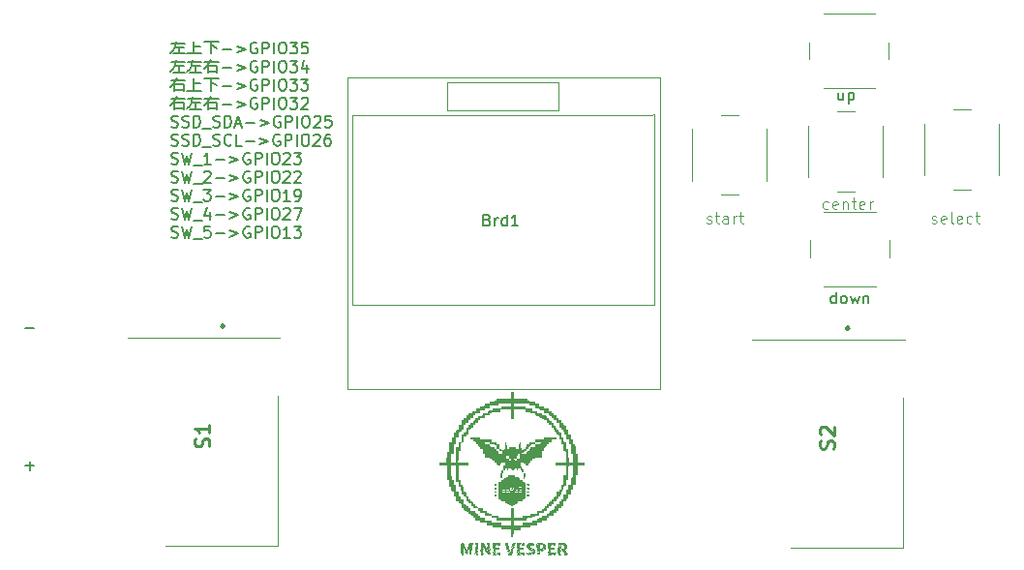
<source format=gbr>
%TF.GenerationSoftware,KiCad,Pcbnew,8.0.6*%
%TF.CreationDate,2025-10-28T17:51:58+09:00*%
%TF.ProjectId,Drone_hacking_PCB,44726f6e-655f-4686-9163-6b696e675f50,rev?*%
%TF.SameCoordinates,Original*%
%TF.FileFunction,Legend,Top*%
%TF.FilePolarity,Positive*%
%FSLAX46Y46*%
G04 Gerber Fmt 4.6, Leading zero omitted, Abs format (unit mm)*
G04 Created by KiCad (PCBNEW 8.0.6) date 2025-10-28 17:51:58*
%MOMM*%
%LPD*%
G01*
G04 APERTURE LIST*
%ADD10C,0.150000*%
%ADD11C,0.100000*%
%ADD12C,0.254000*%
%ADD13C,0.120000*%
%ADD14C,0.300000*%
%ADD15C,0.000000*%
G04 APERTURE END LIST*
D10*
X99396779Y-105533866D02*
X100158684Y-105533866D01*
X99777731Y-105914819D02*
X99777731Y-105152914D01*
X112141541Y-68613236D02*
X113332017Y-68613236D01*
X112474874Y-68946569D02*
X113236779Y-68946569D01*
X112332017Y-69470379D02*
X113332017Y-69470379D01*
X112855826Y-68946569D02*
X112855826Y-69470379D01*
X112570112Y-68375140D02*
X112474874Y-68898950D01*
X112474874Y-68898950D02*
X112284398Y-69232283D01*
X112284398Y-69232283D02*
X112093922Y-69422760D01*
X114141540Y-68803712D02*
X114712969Y-68803712D01*
X113570112Y-69470379D02*
X114808207Y-69470379D01*
X114141540Y-68375140D02*
X114141540Y-69470379D01*
X115046302Y-68422760D02*
X116284397Y-68422760D01*
X115617730Y-68422760D02*
X115617730Y-69470379D01*
X115617730Y-68708474D02*
X116189159Y-68994188D01*
X116665349Y-69089426D02*
X117427254Y-69089426D01*
X117903444Y-68803712D02*
X118665349Y-69089426D01*
X118665349Y-69089426D02*
X117903444Y-69375140D01*
X119665348Y-68517998D02*
X119570110Y-68470379D01*
X119570110Y-68470379D02*
X119427253Y-68470379D01*
X119427253Y-68470379D02*
X119284396Y-68517998D01*
X119284396Y-68517998D02*
X119189158Y-68613236D01*
X119189158Y-68613236D02*
X119141539Y-68708474D01*
X119141539Y-68708474D02*
X119093920Y-68898950D01*
X119093920Y-68898950D02*
X119093920Y-69041807D01*
X119093920Y-69041807D02*
X119141539Y-69232283D01*
X119141539Y-69232283D02*
X119189158Y-69327521D01*
X119189158Y-69327521D02*
X119284396Y-69422760D01*
X119284396Y-69422760D02*
X119427253Y-69470379D01*
X119427253Y-69470379D02*
X119522491Y-69470379D01*
X119522491Y-69470379D02*
X119665348Y-69422760D01*
X119665348Y-69422760D02*
X119712967Y-69375140D01*
X119712967Y-69375140D02*
X119712967Y-69041807D01*
X119712967Y-69041807D02*
X119522491Y-69041807D01*
X120141539Y-69470379D02*
X120141539Y-68470379D01*
X120141539Y-68470379D02*
X120522491Y-68470379D01*
X120522491Y-68470379D02*
X120617729Y-68517998D01*
X120617729Y-68517998D02*
X120665348Y-68565617D01*
X120665348Y-68565617D02*
X120712967Y-68660855D01*
X120712967Y-68660855D02*
X120712967Y-68803712D01*
X120712967Y-68803712D02*
X120665348Y-68898950D01*
X120665348Y-68898950D02*
X120617729Y-68946569D01*
X120617729Y-68946569D02*
X120522491Y-68994188D01*
X120522491Y-68994188D02*
X120141539Y-68994188D01*
X121141539Y-69470379D02*
X121141539Y-68470379D01*
X121808205Y-68470379D02*
X121998681Y-68470379D01*
X121998681Y-68470379D02*
X122093919Y-68517998D01*
X122093919Y-68517998D02*
X122189157Y-68613236D01*
X122189157Y-68613236D02*
X122236776Y-68803712D01*
X122236776Y-68803712D02*
X122236776Y-69137045D01*
X122236776Y-69137045D02*
X122189157Y-69327521D01*
X122189157Y-69327521D02*
X122093919Y-69422760D01*
X122093919Y-69422760D02*
X121998681Y-69470379D01*
X121998681Y-69470379D02*
X121808205Y-69470379D01*
X121808205Y-69470379D02*
X121712967Y-69422760D01*
X121712967Y-69422760D02*
X121617729Y-69327521D01*
X121617729Y-69327521D02*
X121570110Y-69137045D01*
X121570110Y-69137045D02*
X121570110Y-68803712D01*
X121570110Y-68803712D02*
X121617729Y-68613236D01*
X121617729Y-68613236D02*
X121712967Y-68517998D01*
X121712967Y-68517998D02*
X121808205Y-68470379D01*
X122570110Y-68470379D02*
X123189157Y-68470379D01*
X123189157Y-68470379D02*
X122855824Y-68851331D01*
X122855824Y-68851331D02*
X122998681Y-68851331D01*
X122998681Y-68851331D02*
X123093919Y-68898950D01*
X123093919Y-68898950D02*
X123141538Y-68946569D01*
X123141538Y-68946569D02*
X123189157Y-69041807D01*
X123189157Y-69041807D02*
X123189157Y-69279902D01*
X123189157Y-69279902D02*
X123141538Y-69375140D01*
X123141538Y-69375140D02*
X123093919Y-69422760D01*
X123093919Y-69422760D02*
X122998681Y-69470379D01*
X122998681Y-69470379D02*
X122712967Y-69470379D01*
X122712967Y-69470379D02*
X122617729Y-69422760D01*
X122617729Y-69422760D02*
X122570110Y-69375140D01*
X124093919Y-68470379D02*
X123617729Y-68470379D01*
X123617729Y-68470379D02*
X123570110Y-68946569D01*
X123570110Y-68946569D02*
X123617729Y-68898950D01*
X123617729Y-68898950D02*
X123712967Y-68851331D01*
X123712967Y-68851331D02*
X123951062Y-68851331D01*
X123951062Y-68851331D02*
X124046300Y-68898950D01*
X124046300Y-68898950D02*
X124093919Y-68946569D01*
X124093919Y-68946569D02*
X124141538Y-69041807D01*
X124141538Y-69041807D02*
X124141538Y-69279902D01*
X124141538Y-69279902D02*
X124093919Y-69375140D01*
X124093919Y-69375140D02*
X124046300Y-69422760D01*
X124046300Y-69422760D02*
X123951062Y-69470379D01*
X123951062Y-69470379D02*
X123712967Y-69470379D01*
X123712967Y-69470379D02*
X123617729Y-69422760D01*
X123617729Y-69422760D02*
X123570110Y-69375140D01*
X112141541Y-70223180D02*
X113332017Y-70223180D01*
X112474874Y-70556513D02*
X113236779Y-70556513D01*
X112332017Y-71080323D02*
X113332017Y-71080323D01*
X112855826Y-70556513D02*
X112855826Y-71080323D01*
X112570112Y-69985084D02*
X112474874Y-70508894D01*
X112474874Y-70508894D02*
X112284398Y-70842227D01*
X112284398Y-70842227D02*
X112093922Y-71032704D01*
X113617731Y-70223180D02*
X114808207Y-70223180D01*
X113951064Y-70556513D02*
X114712969Y-70556513D01*
X113808207Y-71080323D02*
X114808207Y-71080323D01*
X114332016Y-70556513D02*
X114332016Y-71080323D01*
X114046302Y-69985084D02*
X113951064Y-70508894D01*
X113951064Y-70508894D02*
X113760588Y-70842227D01*
X113760588Y-70842227D02*
X113570112Y-71032704D01*
X115093921Y-70223180D02*
X116284397Y-70223180D01*
X115379635Y-71032704D02*
X116189159Y-71032704D01*
X115379635Y-70508894D02*
X115379635Y-71080323D01*
X115332016Y-70556513D02*
X116189159Y-70556513D01*
X116189159Y-70556513D02*
X116189159Y-71080323D01*
X115379635Y-70461275D02*
X115046302Y-70794608D01*
X115617730Y-70032704D02*
X115332016Y-70556513D01*
X116665349Y-70699370D02*
X117427254Y-70699370D01*
X117903444Y-70413656D02*
X118665349Y-70699370D01*
X118665349Y-70699370D02*
X117903444Y-70985084D01*
X119665348Y-70127942D02*
X119570110Y-70080323D01*
X119570110Y-70080323D02*
X119427253Y-70080323D01*
X119427253Y-70080323D02*
X119284396Y-70127942D01*
X119284396Y-70127942D02*
X119189158Y-70223180D01*
X119189158Y-70223180D02*
X119141539Y-70318418D01*
X119141539Y-70318418D02*
X119093920Y-70508894D01*
X119093920Y-70508894D02*
X119093920Y-70651751D01*
X119093920Y-70651751D02*
X119141539Y-70842227D01*
X119141539Y-70842227D02*
X119189158Y-70937465D01*
X119189158Y-70937465D02*
X119284396Y-71032704D01*
X119284396Y-71032704D02*
X119427253Y-71080323D01*
X119427253Y-71080323D02*
X119522491Y-71080323D01*
X119522491Y-71080323D02*
X119665348Y-71032704D01*
X119665348Y-71032704D02*
X119712967Y-70985084D01*
X119712967Y-70985084D02*
X119712967Y-70651751D01*
X119712967Y-70651751D02*
X119522491Y-70651751D01*
X120141539Y-71080323D02*
X120141539Y-70080323D01*
X120141539Y-70080323D02*
X120522491Y-70080323D01*
X120522491Y-70080323D02*
X120617729Y-70127942D01*
X120617729Y-70127942D02*
X120665348Y-70175561D01*
X120665348Y-70175561D02*
X120712967Y-70270799D01*
X120712967Y-70270799D02*
X120712967Y-70413656D01*
X120712967Y-70413656D02*
X120665348Y-70508894D01*
X120665348Y-70508894D02*
X120617729Y-70556513D01*
X120617729Y-70556513D02*
X120522491Y-70604132D01*
X120522491Y-70604132D02*
X120141539Y-70604132D01*
X121141539Y-71080323D02*
X121141539Y-70080323D01*
X121808205Y-70080323D02*
X121998681Y-70080323D01*
X121998681Y-70080323D02*
X122093919Y-70127942D01*
X122093919Y-70127942D02*
X122189157Y-70223180D01*
X122189157Y-70223180D02*
X122236776Y-70413656D01*
X122236776Y-70413656D02*
X122236776Y-70746989D01*
X122236776Y-70746989D02*
X122189157Y-70937465D01*
X122189157Y-70937465D02*
X122093919Y-71032704D01*
X122093919Y-71032704D02*
X121998681Y-71080323D01*
X121998681Y-71080323D02*
X121808205Y-71080323D01*
X121808205Y-71080323D02*
X121712967Y-71032704D01*
X121712967Y-71032704D02*
X121617729Y-70937465D01*
X121617729Y-70937465D02*
X121570110Y-70746989D01*
X121570110Y-70746989D02*
X121570110Y-70413656D01*
X121570110Y-70413656D02*
X121617729Y-70223180D01*
X121617729Y-70223180D02*
X121712967Y-70127942D01*
X121712967Y-70127942D02*
X121808205Y-70080323D01*
X122570110Y-70080323D02*
X123189157Y-70080323D01*
X123189157Y-70080323D02*
X122855824Y-70461275D01*
X122855824Y-70461275D02*
X122998681Y-70461275D01*
X122998681Y-70461275D02*
X123093919Y-70508894D01*
X123093919Y-70508894D02*
X123141538Y-70556513D01*
X123141538Y-70556513D02*
X123189157Y-70651751D01*
X123189157Y-70651751D02*
X123189157Y-70889846D01*
X123189157Y-70889846D02*
X123141538Y-70985084D01*
X123141538Y-70985084D02*
X123093919Y-71032704D01*
X123093919Y-71032704D02*
X122998681Y-71080323D01*
X122998681Y-71080323D02*
X122712967Y-71080323D01*
X122712967Y-71080323D02*
X122617729Y-71032704D01*
X122617729Y-71032704D02*
X122570110Y-70985084D01*
X124046300Y-70413656D02*
X124046300Y-71080323D01*
X123808205Y-70032704D02*
X123570110Y-70746989D01*
X123570110Y-70746989D02*
X124189157Y-70746989D01*
X112141541Y-71833124D02*
X113332017Y-71833124D01*
X112427255Y-72642648D02*
X113236779Y-72642648D01*
X112427255Y-72118838D02*
X112427255Y-72690267D01*
X112379636Y-72166457D02*
X113236779Y-72166457D01*
X113236779Y-72166457D02*
X113236779Y-72690267D01*
X112427255Y-72071219D02*
X112093922Y-72404552D01*
X112665350Y-71642648D02*
X112379636Y-72166457D01*
X114141540Y-72023600D02*
X114712969Y-72023600D01*
X113570112Y-72690267D02*
X114808207Y-72690267D01*
X114141540Y-71595028D02*
X114141540Y-72690267D01*
X115046302Y-71642648D02*
X116284397Y-71642648D01*
X115617730Y-71642648D02*
X115617730Y-72690267D01*
X115617730Y-71928362D02*
X116189159Y-72214076D01*
X116665349Y-72309314D02*
X117427254Y-72309314D01*
X117903444Y-72023600D02*
X118665349Y-72309314D01*
X118665349Y-72309314D02*
X117903444Y-72595028D01*
X119665348Y-71737886D02*
X119570110Y-71690267D01*
X119570110Y-71690267D02*
X119427253Y-71690267D01*
X119427253Y-71690267D02*
X119284396Y-71737886D01*
X119284396Y-71737886D02*
X119189158Y-71833124D01*
X119189158Y-71833124D02*
X119141539Y-71928362D01*
X119141539Y-71928362D02*
X119093920Y-72118838D01*
X119093920Y-72118838D02*
X119093920Y-72261695D01*
X119093920Y-72261695D02*
X119141539Y-72452171D01*
X119141539Y-72452171D02*
X119189158Y-72547409D01*
X119189158Y-72547409D02*
X119284396Y-72642648D01*
X119284396Y-72642648D02*
X119427253Y-72690267D01*
X119427253Y-72690267D02*
X119522491Y-72690267D01*
X119522491Y-72690267D02*
X119665348Y-72642648D01*
X119665348Y-72642648D02*
X119712967Y-72595028D01*
X119712967Y-72595028D02*
X119712967Y-72261695D01*
X119712967Y-72261695D02*
X119522491Y-72261695D01*
X120141539Y-72690267D02*
X120141539Y-71690267D01*
X120141539Y-71690267D02*
X120522491Y-71690267D01*
X120522491Y-71690267D02*
X120617729Y-71737886D01*
X120617729Y-71737886D02*
X120665348Y-71785505D01*
X120665348Y-71785505D02*
X120712967Y-71880743D01*
X120712967Y-71880743D02*
X120712967Y-72023600D01*
X120712967Y-72023600D02*
X120665348Y-72118838D01*
X120665348Y-72118838D02*
X120617729Y-72166457D01*
X120617729Y-72166457D02*
X120522491Y-72214076D01*
X120522491Y-72214076D02*
X120141539Y-72214076D01*
X121141539Y-72690267D02*
X121141539Y-71690267D01*
X121808205Y-71690267D02*
X121998681Y-71690267D01*
X121998681Y-71690267D02*
X122093919Y-71737886D01*
X122093919Y-71737886D02*
X122189157Y-71833124D01*
X122189157Y-71833124D02*
X122236776Y-72023600D01*
X122236776Y-72023600D02*
X122236776Y-72356933D01*
X122236776Y-72356933D02*
X122189157Y-72547409D01*
X122189157Y-72547409D02*
X122093919Y-72642648D01*
X122093919Y-72642648D02*
X121998681Y-72690267D01*
X121998681Y-72690267D02*
X121808205Y-72690267D01*
X121808205Y-72690267D02*
X121712967Y-72642648D01*
X121712967Y-72642648D02*
X121617729Y-72547409D01*
X121617729Y-72547409D02*
X121570110Y-72356933D01*
X121570110Y-72356933D02*
X121570110Y-72023600D01*
X121570110Y-72023600D02*
X121617729Y-71833124D01*
X121617729Y-71833124D02*
X121712967Y-71737886D01*
X121712967Y-71737886D02*
X121808205Y-71690267D01*
X122570110Y-71690267D02*
X123189157Y-71690267D01*
X123189157Y-71690267D02*
X122855824Y-72071219D01*
X122855824Y-72071219D02*
X122998681Y-72071219D01*
X122998681Y-72071219D02*
X123093919Y-72118838D01*
X123093919Y-72118838D02*
X123141538Y-72166457D01*
X123141538Y-72166457D02*
X123189157Y-72261695D01*
X123189157Y-72261695D02*
X123189157Y-72499790D01*
X123189157Y-72499790D02*
X123141538Y-72595028D01*
X123141538Y-72595028D02*
X123093919Y-72642648D01*
X123093919Y-72642648D02*
X122998681Y-72690267D01*
X122998681Y-72690267D02*
X122712967Y-72690267D01*
X122712967Y-72690267D02*
X122617729Y-72642648D01*
X122617729Y-72642648D02*
X122570110Y-72595028D01*
X123522491Y-71690267D02*
X124141538Y-71690267D01*
X124141538Y-71690267D02*
X123808205Y-72071219D01*
X123808205Y-72071219D02*
X123951062Y-72071219D01*
X123951062Y-72071219D02*
X124046300Y-72118838D01*
X124046300Y-72118838D02*
X124093919Y-72166457D01*
X124093919Y-72166457D02*
X124141538Y-72261695D01*
X124141538Y-72261695D02*
X124141538Y-72499790D01*
X124141538Y-72499790D02*
X124093919Y-72595028D01*
X124093919Y-72595028D02*
X124046300Y-72642648D01*
X124046300Y-72642648D02*
X123951062Y-72690267D01*
X123951062Y-72690267D02*
X123665348Y-72690267D01*
X123665348Y-72690267D02*
X123570110Y-72642648D01*
X123570110Y-72642648D02*
X123522491Y-72595028D01*
X112141541Y-73443068D02*
X113332017Y-73443068D01*
X112427255Y-74252592D02*
X113236779Y-74252592D01*
X112427255Y-73728782D02*
X112427255Y-74300211D01*
X112379636Y-73776401D02*
X113236779Y-73776401D01*
X113236779Y-73776401D02*
X113236779Y-74300211D01*
X112427255Y-73681163D02*
X112093922Y-74014496D01*
X112665350Y-73252592D02*
X112379636Y-73776401D01*
X113617731Y-73443068D02*
X114808207Y-73443068D01*
X113951064Y-73776401D02*
X114712969Y-73776401D01*
X113808207Y-74300211D02*
X114808207Y-74300211D01*
X114332016Y-73776401D02*
X114332016Y-74300211D01*
X114046302Y-73204972D02*
X113951064Y-73728782D01*
X113951064Y-73728782D02*
X113760588Y-74062115D01*
X113760588Y-74062115D02*
X113570112Y-74252592D01*
X115093921Y-73443068D02*
X116284397Y-73443068D01*
X115379635Y-74252592D02*
X116189159Y-74252592D01*
X115379635Y-73728782D02*
X115379635Y-74300211D01*
X115332016Y-73776401D02*
X116189159Y-73776401D01*
X116189159Y-73776401D02*
X116189159Y-74300211D01*
X115379635Y-73681163D02*
X115046302Y-74014496D01*
X115617730Y-73252592D02*
X115332016Y-73776401D01*
X116665349Y-73919258D02*
X117427254Y-73919258D01*
X117903444Y-73633544D02*
X118665349Y-73919258D01*
X118665349Y-73919258D02*
X117903444Y-74204972D01*
X119665348Y-73347830D02*
X119570110Y-73300211D01*
X119570110Y-73300211D02*
X119427253Y-73300211D01*
X119427253Y-73300211D02*
X119284396Y-73347830D01*
X119284396Y-73347830D02*
X119189158Y-73443068D01*
X119189158Y-73443068D02*
X119141539Y-73538306D01*
X119141539Y-73538306D02*
X119093920Y-73728782D01*
X119093920Y-73728782D02*
X119093920Y-73871639D01*
X119093920Y-73871639D02*
X119141539Y-74062115D01*
X119141539Y-74062115D02*
X119189158Y-74157353D01*
X119189158Y-74157353D02*
X119284396Y-74252592D01*
X119284396Y-74252592D02*
X119427253Y-74300211D01*
X119427253Y-74300211D02*
X119522491Y-74300211D01*
X119522491Y-74300211D02*
X119665348Y-74252592D01*
X119665348Y-74252592D02*
X119712967Y-74204972D01*
X119712967Y-74204972D02*
X119712967Y-73871639D01*
X119712967Y-73871639D02*
X119522491Y-73871639D01*
X120141539Y-74300211D02*
X120141539Y-73300211D01*
X120141539Y-73300211D02*
X120522491Y-73300211D01*
X120522491Y-73300211D02*
X120617729Y-73347830D01*
X120617729Y-73347830D02*
X120665348Y-73395449D01*
X120665348Y-73395449D02*
X120712967Y-73490687D01*
X120712967Y-73490687D02*
X120712967Y-73633544D01*
X120712967Y-73633544D02*
X120665348Y-73728782D01*
X120665348Y-73728782D02*
X120617729Y-73776401D01*
X120617729Y-73776401D02*
X120522491Y-73824020D01*
X120522491Y-73824020D02*
X120141539Y-73824020D01*
X121141539Y-74300211D02*
X121141539Y-73300211D01*
X121808205Y-73300211D02*
X121998681Y-73300211D01*
X121998681Y-73300211D02*
X122093919Y-73347830D01*
X122093919Y-73347830D02*
X122189157Y-73443068D01*
X122189157Y-73443068D02*
X122236776Y-73633544D01*
X122236776Y-73633544D02*
X122236776Y-73966877D01*
X122236776Y-73966877D02*
X122189157Y-74157353D01*
X122189157Y-74157353D02*
X122093919Y-74252592D01*
X122093919Y-74252592D02*
X121998681Y-74300211D01*
X121998681Y-74300211D02*
X121808205Y-74300211D01*
X121808205Y-74300211D02*
X121712967Y-74252592D01*
X121712967Y-74252592D02*
X121617729Y-74157353D01*
X121617729Y-74157353D02*
X121570110Y-73966877D01*
X121570110Y-73966877D02*
X121570110Y-73633544D01*
X121570110Y-73633544D02*
X121617729Y-73443068D01*
X121617729Y-73443068D02*
X121712967Y-73347830D01*
X121712967Y-73347830D02*
X121808205Y-73300211D01*
X122570110Y-73300211D02*
X123189157Y-73300211D01*
X123189157Y-73300211D02*
X122855824Y-73681163D01*
X122855824Y-73681163D02*
X122998681Y-73681163D01*
X122998681Y-73681163D02*
X123093919Y-73728782D01*
X123093919Y-73728782D02*
X123141538Y-73776401D01*
X123141538Y-73776401D02*
X123189157Y-73871639D01*
X123189157Y-73871639D02*
X123189157Y-74109734D01*
X123189157Y-74109734D02*
X123141538Y-74204972D01*
X123141538Y-74204972D02*
X123093919Y-74252592D01*
X123093919Y-74252592D02*
X122998681Y-74300211D01*
X122998681Y-74300211D02*
X122712967Y-74300211D01*
X122712967Y-74300211D02*
X122617729Y-74252592D01*
X122617729Y-74252592D02*
X122570110Y-74204972D01*
X123570110Y-73395449D02*
X123617729Y-73347830D01*
X123617729Y-73347830D02*
X123712967Y-73300211D01*
X123712967Y-73300211D02*
X123951062Y-73300211D01*
X123951062Y-73300211D02*
X124046300Y-73347830D01*
X124046300Y-73347830D02*
X124093919Y-73395449D01*
X124093919Y-73395449D02*
X124141538Y-73490687D01*
X124141538Y-73490687D02*
X124141538Y-73585925D01*
X124141538Y-73585925D02*
X124093919Y-73728782D01*
X124093919Y-73728782D02*
X123522491Y-74300211D01*
X123522491Y-74300211D02*
X124141538Y-74300211D01*
X112189160Y-75862536D02*
X112332017Y-75910155D01*
X112332017Y-75910155D02*
X112570112Y-75910155D01*
X112570112Y-75910155D02*
X112665350Y-75862536D01*
X112665350Y-75862536D02*
X112712969Y-75814916D01*
X112712969Y-75814916D02*
X112760588Y-75719678D01*
X112760588Y-75719678D02*
X112760588Y-75624440D01*
X112760588Y-75624440D02*
X112712969Y-75529202D01*
X112712969Y-75529202D02*
X112665350Y-75481583D01*
X112665350Y-75481583D02*
X112570112Y-75433964D01*
X112570112Y-75433964D02*
X112379636Y-75386345D01*
X112379636Y-75386345D02*
X112284398Y-75338726D01*
X112284398Y-75338726D02*
X112236779Y-75291107D01*
X112236779Y-75291107D02*
X112189160Y-75195869D01*
X112189160Y-75195869D02*
X112189160Y-75100631D01*
X112189160Y-75100631D02*
X112236779Y-75005393D01*
X112236779Y-75005393D02*
X112284398Y-74957774D01*
X112284398Y-74957774D02*
X112379636Y-74910155D01*
X112379636Y-74910155D02*
X112617731Y-74910155D01*
X112617731Y-74910155D02*
X112760588Y-74957774D01*
X113141541Y-75862536D02*
X113284398Y-75910155D01*
X113284398Y-75910155D02*
X113522493Y-75910155D01*
X113522493Y-75910155D02*
X113617731Y-75862536D01*
X113617731Y-75862536D02*
X113665350Y-75814916D01*
X113665350Y-75814916D02*
X113712969Y-75719678D01*
X113712969Y-75719678D02*
X113712969Y-75624440D01*
X113712969Y-75624440D02*
X113665350Y-75529202D01*
X113665350Y-75529202D02*
X113617731Y-75481583D01*
X113617731Y-75481583D02*
X113522493Y-75433964D01*
X113522493Y-75433964D02*
X113332017Y-75386345D01*
X113332017Y-75386345D02*
X113236779Y-75338726D01*
X113236779Y-75338726D02*
X113189160Y-75291107D01*
X113189160Y-75291107D02*
X113141541Y-75195869D01*
X113141541Y-75195869D02*
X113141541Y-75100631D01*
X113141541Y-75100631D02*
X113189160Y-75005393D01*
X113189160Y-75005393D02*
X113236779Y-74957774D01*
X113236779Y-74957774D02*
X113332017Y-74910155D01*
X113332017Y-74910155D02*
X113570112Y-74910155D01*
X113570112Y-74910155D02*
X113712969Y-74957774D01*
X114141541Y-75910155D02*
X114141541Y-74910155D01*
X114141541Y-74910155D02*
X114379636Y-74910155D01*
X114379636Y-74910155D02*
X114522493Y-74957774D01*
X114522493Y-74957774D02*
X114617731Y-75053012D01*
X114617731Y-75053012D02*
X114665350Y-75148250D01*
X114665350Y-75148250D02*
X114712969Y-75338726D01*
X114712969Y-75338726D02*
X114712969Y-75481583D01*
X114712969Y-75481583D02*
X114665350Y-75672059D01*
X114665350Y-75672059D02*
X114617731Y-75767297D01*
X114617731Y-75767297D02*
X114522493Y-75862536D01*
X114522493Y-75862536D02*
X114379636Y-75910155D01*
X114379636Y-75910155D02*
X114141541Y-75910155D01*
X114903446Y-76005393D02*
X115665350Y-76005393D01*
X115855827Y-75862536D02*
X115998684Y-75910155D01*
X115998684Y-75910155D02*
X116236779Y-75910155D01*
X116236779Y-75910155D02*
X116332017Y-75862536D01*
X116332017Y-75862536D02*
X116379636Y-75814916D01*
X116379636Y-75814916D02*
X116427255Y-75719678D01*
X116427255Y-75719678D02*
X116427255Y-75624440D01*
X116427255Y-75624440D02*
X116379636Y-75529202D01*
X116379636Y-75529202D02*
X116332017Y-75481583D01*
X116332017Y-75481583D02*
X116236779Y-75433964D01*
X116236779Y-75433964D02*
X116046303Y-75386345D01*
X116046303Y-75386345D02*
X115951065Y-75338726D01*
X115951065Y-75338726D02*
X115903446Y-75291107D01*
X115903446Y-75291107D02*
X115855827Y-75195869D01*
X115855827Y-75195869D02*
X115855827Y-75100631D01*
X115855827Y-75100631D02*
X115903446Y-75005393D01*
X115903446Y-75005393D02*
X115951065Y-74957774D01*
X115951065Y-74957774D02*
X116046303Y-74910155D01*
X116046303Y-74910155D02*
X116284398Y-74910155D01*
X116284398Y-74910155D02*
X116427255Y-74957774D01*
X116855827Y-75910155D02*
X116855827Y-74910155D01*
X116855827Y-74910155D02*
X117093922Y-74910155D01*
X117093922Y-74910155D02*
X117236779Y-74957774D01*
X117236779Y-74957774D02*
X117332017Y-75053012D01*
X117332017Y-75053012D02*
X117379636Y-75148250D01*
X117379636Y-75148250D02*
X117427255Y-75338726D01*
X117427255Y-75338726D02*
X117427255Y-75481583D01*
X117427255Y-75481583D02*
X117379636Y-75672059D01*
X117379636Y-75672059D02*
X117332017Y-75767297D01*
X117332017Y-75767297D02*
X117236779Y-75862536D01*
X117236779Y-75862536D02*
X117093922Y-75910155D01*
X117093922Y-75910155D02*
X116855827Y-75910155D01*
X117808208Y-75624440D02*
X118284398Y-75624440D01*
X117712970Y-75910155D02*
X118046303Y-74910155D01*
X118046303Y-74910155D02*
X118379636Y-75910155D01*
X118712970Y-75529202D02*
X119474875Y-75529202D01*
X119951065Y-75243488D02*
X120712970Y-75529202D01*
X120712970Y-75529202D02*
X119951065Y-75814916D01*
X121712969Y-74957774D02*
X121617731Y-74910155D01*
X121617731Y-74910155D02*
X121474874Y-74910155D01*
X121474874Y-74910155D02*
X121332017Y-74957774D01*
X121332017Y-74957774D02*
X121236779Y-75053012D01*
X121236779Y-75053012D02*
X121189160Y-75148250D01*
X121189160Y-75148250D02*
X121141541Y-75338726D01*
X121141541Y-75338726D02*
X121141541Y-75481583D01*
X121141541Y-75481583D02*
X121189160Y-75672059D01*
X121189160Y-75672059D02*
X121236779Y-75767297D01*
X121236779Y-75767297D02*
X121332017Y-75862536D01*
X121332017Y-75862536D02*
X121474874Y-75910155D01*
X121474874Y-75910155D02*
X121570112Y-75910155D01*
X121570112Y-75910155D02*
X121712969Y-75862536D01*
X121712969Y-75862536D02*
X121760588Y-75814916D01*
X121760588Y-75814916D02*
X121760588Y-75481583D01*
X121760588Y-75481583D02*
X121570112Y-75481583D01*
X122189160Y-75910155D02*
X122189160Y-74910155D01*
X122189160Y-74910155D02*
X122570112Y-74910155D01*
X122570112Y-74910155D02*
X122665350Y-74957774D01*
X122665350Y-74957774D02*
X122712969Y-75005393D01*
X122712969Y-75005393D02*
X122760588Y-75100631D01*
X122760588Y-75100631D02*
X122760588Y-75243488D01*
X122760588Y-75243488D02*
X122712969Y-75338726D01*
X122712969Y-75338726D02*
X122665350Y-75386345D01*
X122665350Y-75386345D02*
X122570112Y-75433964D01*
X122570112Y-75433964D02*
X122189160Y-75433964D01*
X123189160Y-75910155D02*
X123189160Y-74910155D01*
X123855826Y-74910155D02*
X124046302Y-74910155D01*
X124046302Y-74910155D02*
X124141540Y-74957774D01*
X124141540Y-74957774D02*
X124236778Y-75053012D01*
X124236778Y-75053012D02*
X124284397Y-75243488D01*
X124284397Y-75243488D02*
X124284397Y-75576821D01*
X124284397Y-75576821D02*
X124236778Y-75767297D01*
X124236778Y-75767297D02*
X124141540Y-75862536D01*
X124141540Y-75862536D02*
X124046302Y-75910155D01*
X124046302Y-75910155D02*
X123855826Y-75910155D01*
X123855826Y-75910155D02*
X123760588Y-75862536D01*
X123760588Y-75862536D02*
X123665350Y-75767297D01*
X123665350Y-75767297D02*
X123617731Y-75576821D01*
X123617731Y-75576821D02*
X123617731Y-75243488D01*
X123617731Y-75243488D02*
X123665350Y-75053012D01*
X123665350Y-75053012D02*
X123760588Y-74957774D01*
X123760588Y-74957774D02*
X123855826Y-74910155D01*
X124665350Y-75005393D02*
X124712969Y-74957774D01*
X124712969Y-74957774D02*
X124808207Y-74910155D01*
X124808207Y-74910155D02*
X125046302Y-74910155D01*
X125046302Y-74910155D02*
X125141540Y-74957774D01*
X125141540Y-74957774D02*
X125189159Y-75005393D01*
X125189159Y-75005393D02*
X125236778Y-75100631D01*
X125236778Y-75100631D02*
X125236778Y-75195869D01*
X125236778Y-75195869D02*
X125189159Y-75338726D01*
X125189159Y-75338726D02*
X124617731Y-75910155D01*
X124617731Y-75910155D02*
X125236778Y-75910155D01*
X126141540Y-74910155D02*
X125665350Y-74910155D01*
X125665350Y-74910155D02*
X125617731Y-75386345D01*
X125617731Y-75386345D02*
X125665350Y-75338726D01*
X125665350Y-75338726D02*
X125760588Y-75291107D01*
X125760588Y-75291107D02*
X125998683Y-75291107D01*
X125998683Y-75291107D02*
X126093921Y-75338726D01*
X126093921Y-75338726D02*
X126141540Y-75386345D01*
X126141540Y-75386345D02*
X126189159Y-75481583D01*
X126189159Y-75481583D02*
X126189159Y-75719678D01*
X126189159Y-75719678D02*
X126141540Y-75814916D01*
X126141540Y-75814916D02*
X126093921Y-75862536D01*
X126093921Y-75862536D02*
X125998683Y-75910155D01*
X125998683Y-75910155D02*
X125760588Y-75910155D01*
X125760588Y-75910155D02*
X125665350Y-75862536D01*
X125665350Y-75862536D02*
X125617731Y-75814916D01*
X112189160Y-77472480D02*
X112332017Y-77520099D01*
X112332017Y-77520099D02*
X112570112Y-77520099D01*
X112570112Y-77520099D02*
X112665350Y-77472480D01*
X112665350Y-77472480D02*
X112712969Y-77424860D01*
X112712969Y-77424860D02*
X112760588Y-77329622D01*
X112760588Y-77329622D02*
X112760588Y-77234384D01*
X112760588Y-77234384D02*
X112712969Y-77139146D01*
X112712969Y-77139146D02*
X112665350Y-77091527D01*
X112665350Y-77091527D02*
X112570112Y-77043908D01*
X112570112Y-77043908D02*
X112379636Y-76996289D01*
X112379636Y-76996289D02*
X112284398Y-76948670D01*
X112284398Y-76948670D02*
X112236779Y-76901051D01*
X112236779Y-76901051D02*
X112189160Y-76805813D01*
X112189160Y-76805813D02*
X112189160Y-76710575D01*
X112189160Y-76710575D02*
X112236779Y-76615337D01*
X112236779Y-76615337D02*
X112284398Y-76567718D01*
X112284398Y-76567718D02*
X112379636Y-76520099D01*
X112379636Y-76520099D02*
X112617731Y-76520099D01*
X112617731Y-76520099D02*
X112760588Y-76567718D01*
X113141541Y-77472480D02*
X113284398Y-77520099D01*
X113284398Y-77520099D02*
X113522493Y-77520099D01*
X113522493Y-77520099D02*
X113617731Y-77472480D01*
X113617731Y-77472480D02*
X113665350Y-77424860D01*
X113665350Y-77424860D02*
X113712969Y-77329622D01*
X113712969Y-77329622D02*
X113712969Y-77234384D01*
X113712969Y-77234384D02*
X113665350Y-77139146D01*
X113665350Y-77139146D02*
X113617731Y-77091527D01*
X113617731Y-77091527D02*
X113522493Y-77043908D01*
X113522493Y-77043908D02*
X113332017Y-76996289D01*
X113332017Y-76996289D02*
X113236779Y-76948670D01*
X113236779Y-76948670D02*
X113189160Y-76901051D01*
X113189160Y-76901051D02*
X113141541Y-76805813D01*
X113141541Y-76805813D02*
X113141541Y-76710575D01*
X113141541Y-76710575D02*
X113189160Y-76615337D01*
X113189160Y-76615337D02*
X113236779Y-76567718D01*
X113236779Y-76567718D02*
X113332017Y-76520099D01*
X113332017Y-76520099D02*
X113570112Y-76520099D01*
X113570112Y-76520099D02*
X113712969Y-76567718D01*
X114141541Y-77520099D02*
X114141541Y-76520099D01*
X114141541Y-76520099D02*
X114379636Y-76520099D01*
X114379636Y-76520099D02*
X114522493Y-76567718D01*
X114522493Y-76567718D02*
X114617731Y-76662956D01*
X114617731Y-76662956D02*
X114665350Y-76758194D01*
X114665350Y-76758194D02*
X114712969Y-76948670D01*
X114712969Y-76948670D02*
X114712969Y-77091527D01*
X114712969Y-77091527D02*
X114665350Y-77282003D01*
X114665350Y-77282003D02*
X114617731Y-77377241D01*
X114617731Y-77377241D02*
X114522493Y-77472480D01*
X114522493Y-77472480D02*
X114379636Y-77520099D01*
X114379636Y-77520099D02*
X114141541Y-77520099D01*
X114903446Y-77615337D02*
X115665350Y-77615337D01*
X115855827Y-77472480D02*
X115998684Y-77520099D01*
X115998684Y-77520099D02*
X116236779Y-77520099D01*
X116236779Y-77520099D02*
X116332017Y-77472480D01*
X116332017Y-77472480D02*
X116379636Y-77424860D01*
X116379636Y-77424860D02*
X116427255Y-77329622D01*
X116427255Y-77329622D02*
X116427255Y-77234384D01*
X116427255Y-77234384D02*
X116379636Y-77139146D01*
X116379636Y-77139146D02*
X116332017Y-77091527D01*
X116332017Y-77091527D02*
X116236779Y-77043908D01*
X116236779Y-77043908D02*
X116046303Y-76996289D01*
X116046303Y-76996289D02*
X115951065Y-76948670D01*
X115951065Y-76948670D02*
X115903446Y-76901051D01*
X115903446Y-76901051D02*
X115855827Y-76805813D01*
X115855827Y-76805813D02*
X115855827Y-76710575D01*
X115855827Y-76710575D02*
X115903446Y-76615337D01*
X115903446Y-76615337D02*
X115951065Y-76567718D01*
X115951065Y-76567718D02*
X116046303Y-76520099D01*
X116046303Y-76520099D02*
X116284398Y-76520099D01*
X116284398Y-76520099D02*
X116427255Y-76567718D01*
X117427255Y-77424860D02*
X117379636Y-77472480D01*
X117379636Y-77472480D02*
X117236779Y-77520099D01*
X117236779Y-77520099D02*
X117141541Y-77520099D01*
X117141541Y-77520099D02*
X116998684Y-77472480D01*
X116998684Y-77472480D02*
X116903446Y-77377241D01*
X116903446Y-77377241D02*
X116855827Y-77282003D01*
X116855827Y-77282003D02*
X116808208Y-77091527D01*
X116808208Y-77091527D02*
X116808208Y-76948670D01*
X116808208Y-76948670D02*
X116855827Y-76758194D01*
X116855827Y-76758194D02*
X116903446Y-76662956D01*
X116903446Y-76662956D02*
X116998684Y-76567718D01*
X116998684Y-76567718D02*
X117141541Y-76520099D01*
X117141541Y-76520099D02*
X117236779Y-76520099D01*
X117236779Y-76520099D02*
X117379636Y-76567718D01*
X117379636Y-76567718D02*
X117427255Y-76615337D01*
X118332017Y-77520099D02*
X117855827Y-77520099D01*
X117855827Y-77520099D02*
X117855827Y-76520099D01*
X118665351Y-77139146D02*
X119427256Y-77139146D01*
X119903446Y-76853432D02*
X120665351Y-77139146D01*
X120665351Y-77139146D02*
X119903446Y-77424860D01*
X121665350Y-76567718D02*
X121570112Y-76520099D01*
X121570112Y-76520099D02*
X121427255Y-76520099D01*
X121427255Y-76520099D02*
X121284398Y-76567718D01*
X121284398Y-76567718D02*
X121189160Y-76662956D01*
X121189160Y-76662956D02*
X121141541Y-76758194D01*
X121141541Y-76758194D02*
X121093922Y-76948670D01*
X121093922Y-76948670D02*
X121093922Y-77091527D01*
X121093922Y-77091527D02*
X121141541Y-77282003D01*
X121141541Y-77282003D02*
X121189160Y-77377241D01*
X121189160Y-77377241D02*
X121284398Y-77472480D01*
X121284398Y-77472480D02*
X121427255Y-77520099D01*
X121427255Y-77520099D02*
X121522493Y-77520099D01*
X121522493Y-77520099D02*
X121665350Y-77472480D01*
X121665350Y-77472480D02*
X121712969Y-77424860D01*
X121712969Y-77424860D02*
X121712969Y-77091527D01*
X121712969Y-77091527D02*
X121522493Y-77091527D01*
X122141541Y-77520099D02*
X122141541Y-76520099D01*
X122141541Y-76520099D02*
X122522493Y-76520099D01*
X122522493Y-76520099D02*
X122617731Y-76567718D01*
X122617731Y-76567718D02*
X122665350Y-76615337D01*
X122665350Y-76615337D02*
X122712969Y-76710575D01*
X122712969Y-76710575D02*
X122712969Y-76853432D01*
X122712969Y-76853432D02*
X122665350Y-76948670D01*
X122665350Y-76948670D02*
X122617731Y-76996289D01*
X122617731Y-76996289D02*
X122522493Y-77043908D01*
X122522493Y-77043908D02*
X122141541Y-77043908D01*
X123141541Y-77520099D02*
X123141541Y-76520099D01*
X123808207Y-76520099D02*
X123998683Y-76520099D01*
X123998683Y-76520099D02*
X124093921Y-76567718D01*
X124093921Y-76567718D02*
X124189159Y-76662956D01*
X124189159Y-76662956D02*
X124236778Y-76853432D01*
X124236778Y-76853432D02*
X124236778Y-77186765D01*
X124236778Y-77186765D02*
X124189159Y-77377241D01*
X124189159Y-77377241D02*
X124093921Y-77472480D01*
X124093921Y-77472480D02*
X123998683Y-77520099D01*
X123998683Y-77520099D02*
X123808207Y-77520099D01*
X123808207Y-77520099D02*
X123712969Y-77472480D01*
X123712969Y-77472480D02*
X123617731Y-77377241D01*
X123617731Y-77377241D02*
X123570112Y-77186765D01*
X123570112Y-77186765D02*
X123570112Y-76853432D01*
X123570112Y-76853432D02*
X123617731Y-76662956D01*
X123617731Y-76662956D02*
X123712969Y-76567718D01*
X123712969Y-76567718D02*
X123808207Y-76520099D01*
X124617731Y-76615337D02*
X124665350Y-76567718D01*
X124665350Y-76567718D02*
X124760588Y-76520099D01*
X124760588Y-76520099D02*
X124998683Y-76520099D01*
X124998683Y-76520099D02*
X125093921Y-76567718D01*
X125093921Y-76567718D02*
X125141540Y-76615337D01*
X125141540Y-76615337D02*
X125189159Y-76710575D01*
X125189159Y-76710575D02*
X125189159Y-76805813D01*
X125189159Y-76805813D02*
X125141540Y-76948670D01*
X125141540Y-76948670D02*
X124570112Y-77520099D01*
X124570112Y-77520099D02*
X125189159Y-77520099D01*
X126046302Y-76520099D02*
X125855826Y-76520099D01*
X125855826Y-76520099D02*
X125760588Y-76567718D01*
X125760588Y-76567718D02*
X125712969Y-76615337D01*
X125712969Y-76615337D02*
X125617731Y-76758194D01*
X125617731Y-76758194D02*
X125570112Y-76948670D01*
X125570112Y-76948670D02*
X125570112Y-77329622D01*
X125570112Y-77329622D02*
X125617731Y-77424860D01*
X125617731Y-77424860D02*
X125665350Y-77472480D01*
X125665350Y-77472480D02*
X125760588Y-77520099D01*
X125760588Y-77520099D02*
X125951064Y-77520099D01*
X125951064Y-77520099D02*
X126046302Y-77472480D01*
X126046302Y-77472480D02*
X126093921Y-77424860D01*
X126093921Y-77424860D02*
X126141540Y-77329622D01*
X126141540Y-77329622D02*
X126141540Y-77091527D01*
X126141540Y-77091527D02*
X126093921Y-76996289D01*
X126093921Y-76996289D02*
X126046302Y-76948670D01*
X126046302Y-76948670D02*
X125951064Y-76901051D01*
X125951064Y-76901051D02*
X125760588Y-76901051D01*
X125760588Y-76901051D02*
X125665350Y-76948670D01*
X125665350Y-76948670D02*
X125617731Y-76996289D01*
X125617731Y-76996289D02*
X125570112Y-77091527D01*
X112189160Y-79082424D02*
X112332017Y-79130043D01*
X112332017Y-79130043D02*
X112570112Y-79130043D01*
X112570112Y-79130043D02*
X112665350Y-79082424D01*
X112665350Y-79082424D02*
X112712969Y-79034804D01*
X112712969Y-79034804D02*
X112760588Y-78939566D01*
X112760588Y-78939566D02*
X112760588Y-78844328D01*
X112760588Y-78844328D02*
X112712969Y-78749090D01*
X112712969Y-78749090D02*
X112665350Y-78701471D01*
X112665350Y-78701471D02*
X112570112Y-78653852D01*
X112570112Y-78653852D02*
X112379636Y-78606233D01*
X112379636Y-78606233D02*
X112284398Y-78558614D01*
X112284398Y-78558614D02*
X112236779Y-78510995D01*
X112236779Y-78510995D02*
X112189160Y-78415757D01*
X112189160Y-78415757D02*
X112189160Y-78320519D01*
X112189160Y-78320519D02*
X112236779Y-78225281D01*
X112236779Y-78225281D02*
X112284398Y-78177662D01*
X112284398Y-78177662D02*
X112379636Y-78130043D01*
X112379636Y-78130043D02*
X112617731Y-78130043D01*
X112617731Y-78130043D02*
X112760588Y-78177662D01*
X113093922Y-78130043D02*
X113332017Y-79130043D01*
X113332017Y-79130043D02*
X113522493Y-78415757D01*
X113522493Y-78415757D02*
X113712969Y-79130043D01*
X113712969Y-79130043D02*
X113951065Y-78130043D01*
X114093922Y-79225281D02*
X114855826Y-79225281D01*
X115617731Y-79130043D02*
X115046303Y-79130043D01*
X115332017Y-79130043D02*
X115332017Y-78130043D01*
X115332017Y-78130043D02*
X115236779Y-78272900D01*
X115236779Y-78272900D02*
X115141541Y-78368138D01*
X115141541Y-78368138D02*
X115046303Y-78415757D01*
X116046303Y-78749090D02*
X116808208Y-78749090D01*
X117284398Y-78463376D02*
X118046303Y-78749090D01*
X118046303Y-78749090D02*
X117284398Y-79034804D01*
X119046302Y-78177662D02*
X118951064Y-78130043D01*
X118951064Y-78130043D02*
X118808207Y-78130043D01*
X118808207Y-78130043D02*
X118665350Y-78177662D01*
X118665350Y-78177662D02*
X118570112Y-78272900D01*
X118570112Y-78272900D02*
X118522493Y-78368138D01*
X118522493Y-78368138D02*
X118474874Y-78558614D01*
X118474874Y-78558614D02*
X118474874Y-78701471D01*
X118474874Y-78701471D02*
X118522493Y-78891947D01*
X118522493Y-78891947D02*
X118570112Y-78987185D01*
X118570112Y-78987185D02*
X118665350Y-79082424D01*
X118665350Y-79082424D02*
X118808207Y-79130043D01*
X118808207Y-79130043D02*
X118903445Y-79130043D01*
X118903445Y-79130043D02*
X119046302Y-79082424D01*
X119046302Y-79082424D02*
X119093921Y-79034804D01*
X119093921Y-79034804D02*
X119093921Y-78701471D01*
X119093921Y-78701471D02*
X118903445Y-78701471D01*
X119522493Y-79130043D02*
X119522493Y-78130043D01*
X119522493Y-78130043D02*
X119903445Y-78130043D01*
X119903445Y-78130043D02*
X119998683Y-78177662D01*
X119998683Y-78177662D02*
X120046302Y-78225281D01*
X120046302Y-78225281D02*
X120093921Y-78320519D01*
X120093921Y-78320519D02*
X120093921Y-78463376D01*
X120093921Y-78463376D02*
X120046302Y-78558614D01*
X120046302Y-78558614D02*
X119998683Y-78606233D01*
X119998683Y-78606233D02*
X119903445Y-78653852D01*
X119903445Y-78653852D02*
X119522493Y-78653852D01*
X120522493Y-79130043D02*
X120522493Y-78130043D01*
X121189159Y-78130043D02*
X121379635Y-78130043D01*
X121379635Y-78130043D02*
X121474873Y-78177662D01*
X121474873Y-78177662D02*
X121570111Y-78272900D01*
X121570111Y-78272900D02*
X121617730Y-78463376D01*
X121617730Y-78463376D02*
X121617730Y-78796709D01*
X121617730Y-78796709D02*
X121570111Y-78987185D01*
X121570111Y-78987185D02*
X121474873Y-79082424D01*
X121474873Y-79082424D02*
X121379635Y-79130043D01*
X121379635Y-79130043D02*
X121189159Y-79130043D01*
X121189159Y-79130043D02*
X121093921Y-79082424D01*
X121093921Y-79082424D02*
X120998683Y-78987185D01*
X120998683Y-78987185D02*
X120951064Y-78796709D01*
X120951064Y-78796709D02*
X120951064Y-78463376D01*
X120951064Y-78463376D02*
X120998683Y-78272900D01*
X120998683Y-78272900D02*
X121093921Y-78177662D01*
X121093921Y-78177662D02*
X121189159Y-78130043D01*
X121998683Y-78225281D02*
X122046302Y-78177662D01*
X122046302Y-78177662D02*
X122141540Y-78130043D01*
X122141540Y-78130043D02*
X122379635Y-78130043D01*
X122379635Y-78130043D02*
X122474873Y-78177662D01*
X122474873Y-78177662D02*
X122522492Y-78225281D01*
X122522492Y-78225281D02*
X122570111Y-78320519D01*
X122570111Y-78320519D02*
X122570111Y-78415757D01*
X122570111Y-78415757D02*
X122522492Y-78558614D01*
X122522492Y-78558614D02*
X121951064Y-79130043D01*
X121951064Y-79130043D02*
X122570111Y-79130043D01*
X122903445Y-78130043D02*
X123522492Y-78130043D01*
X123522492Y-78130043D02*
X123189159Y-78510995D01*
X123189159Y-78510995D02*
X123332016Y-78510995D01*
X123332016Y-78510995D02*
X123427254Y-78558614D01*
X123427254Y-78558614D02*
X123474873Y-78606233D01*
X123474873Y-78606233D02*
X123522492Y-78701471D01*
X123522492Y-78701471D02*
X123522492Y-78939566D01*
X123522492Y-78939566D02*
X123474873Y-79034804D01*
X123474873Y-79034804D02*
X123427254Y-79082424D01*
X123427254Y-79082424D02*
X123332016Y-79130043D01*
X123332016Y-79130043D02*
X123046302Y-79130043D01*
X123046302Y-79130043D02*
X122951064Y-79082424D01*
X122951064Y-79082424D02*
X122903445Y-79034804D01*
X112189160Y-80692368D02*
X112332017Y-80739987D01*
X112332017Y-80739987D02*
X112570112Y-80739987D01*
X112570112Y-80739987D02*
X112665350Y-80692368D01*
X112665350Y-80692368D02*
X112712969Y-80644748D01*
X112712969Y-80644748D02*
X112760588Y-80549510D01*
X112760588Y-80549510D02*
X112760588Y-80454272D01*
X112760588Y-80454272D02*
X112712969Y-80359034D01*
X112712969Y-80359034D02*
X112665350Y-80311415D01*
X112665350Y-80311415D02*
X112570112Y-80263796D01*
X112570112Y-80263796D02*
X112379636Y-80216177D01*
X112379636Y-80216177D02*
X112284398Y-80168558D01*
X112284398Y-80168558D02*
X112236779Y-80120939D01*
X112236779Y-80120939D02*
X112189160Y-80025701D01*
X112189160Y-80025701D02*
X112189160Y-79930463D01*
X112189160Y-79930463D02*
X112236779Y-79835225D01*
X112236779Y-79835225D02*
X112284398Y-79787606D01*
X112284398Y-79787606D02*
X112379636Y-79739987D01*
X112379636Y-79739987D02*
X112617731Y-79739987D01*
X112617731Y-79739987D02*
X112760588Y-79787606D01*
X113093922Y-79739987D02*
X113332017Y-80739987D01*
X113332017Y-80739987D02*
X113522493Y-80025701D01*
X113522493Y-80025701D02*
X113712969Y-80739987D01*
X113712969Y-80739987D02*
X113951065Y-79739987D01*
X114093922Y-80835225D02*
X114855826Y-80835225D01*
X115046303Y-79835225D02*
X115093922Y-79787606D01*
X115093922Y-79787606D02*
X115189160Y-79739987D01*
X115189160Y-79739987D02*
X115427255Y-79739987D01*
X115427255Y-79739987D02*
X115522493Y-79787606D01*
X115522493Y-79787606D02*
X115570112Y-79835225D01*
X115570112Y-79835225D02*
X115617731Y-79930463D01*
X115617731Y-79930463D02*
X115617731Y-80025701D01*
X115617731Y-80025701D02*
X115570112Y-80168558D01*
X115570112Y-80168558D02*
X114998684Y-80739987D01*
X114998684Y-80739987D02*
X115617731Y-80739987D01*
X116046303Y-80359034D02*
X116808208Y-80359034D01*
X117284398Y-80073320D02*
X118046303Y-80359034D01*
X118046303Y-80359034D02*
X117284398Y-80644748D01*
X119046302Y-79787606D02*
X118951064Y-79739987D01*
X118951064Y-79739987D02*
X118808207Y-79739987D01*
X118808207Y-79739987D02*
X118665350Y-79787606D01*
X118665350Y-79787606D02*
X118570112Y-79882844D01*
X118570112Y-79882844D02*
X118522493Y-79978082D01*
X118522493Y-79978082D02*
X118474874Y-80168558D01*
X118474874Y-80168558D02*
X118474874Y-80311415D01*
X118474874Y-80311415D02*
X118522493Y-80501891D01*
X118522493Y-80501891D02*
X118570112Y-80597129D01*
X118570112Y-80597129D02*
X118665350Y-80692368D01*
X118665350Y-80692368D02*
X118808207Y-80739987D01*
X118808207Y-80739987D02*
X118903445Y-80739987D01*
X118903445Y-80739987D02*
X119046302Y-80692368D01*
X119046302Y-80692368D02*
X119093921Y-80644748D01*
X119093921Y-80644748D02*
X119093921Y-80311415D01*
X119093921Y-80311415D02*
X118903445Y-80311415D01*
X119522493Y-80739987D02*
X119522493Y-79739987D01*
X119522493Y-79739987D02*
X119903445Y-79739987D01*
X119903445Y-79739987D02*
X119998683Y-79787606D01*
X119998683Y-79787606D02*
X120046302Y-79835225D01*
X120046302Y-79835225D02*
X120093921Y-79930463D01*
X120093921Y-79930463D02*
X120093921Y-80073320D01*
X120093921Y-80073320D02*
X120046302Y-80168558D01*
X120046302Y-80168558D02*
X119998683Y-80216177D01*
X119998683Y-80216177D02*
X119903445Y-80263796D01*
X119903445Y-80263796D02*
X119522493Y-80263796D01*
X120522493Y-80739987D02*
X120522493Y-79739987D01*
X121189159Y-79739987D02*
X121379635Y-79739987D01*
X121379635Y-79739987D02*
X121474873Y-79787606D01*
X121474873Y-79787606D02*
X121570111Y-79882844D01*
X121570111Y-79882844D02*
X121617730Y-80073320D01*
X121617730Y-80073320D02*
X121617730Y-80406653D01*
X121617730Y-80406653D02*
X121570111Y-80597129D01*
X121570111Y-80597129D02*
X121474873Y-80692368D01*
X121474873Y-80692368D02*
X121379635Y-80739987D01*
X121379635Y-80739987D02*
X121189159Y-80739987D01*
X121189159Y-80739987D02*
X121093921Y-80692368D01*
X121093921Y-80692368D02*
X120998683Y-80597129D01*
X120998683Y-80597129D02*
X120951064Y-80406653D01*
X120951064Y-80406653D02*
X120951064Y-80073320D01*
X120951064Y-80073320D02*
X120998683Y-79882844D01*
X120998683Y-79882844D02*
X121093921Y-79787606D01*
X121093921Y-79787606D02*
X121189159Y-79739987D01*
X121998683Y-79835225D02*
X122046302Y-79787606D01*
X122046302Y-79787606D02*
X122141540Y-79739987D01*
X122141540Y-79739987D02*
X122379635Y-79739987D01*
X122379635Y-79739987D02*
X122474873Y-79787606D01*
X122474873Y-79787606D02*
X122522492Y-79835225D01*
X122522492Y-79835225D02*
X122570111Y-79930463D01*
X122570111Y-79930463D02*
X122570111Y-80025701D01*
X122570111Y-80025701D02*
X122522492Y-80168558D01*
X122522492Y-80168558D02*
X121951064Y-80739987D01*
X121951064Y-80739987D02*
X122570111Y-80739987D01*
X122951064Y-79835225D02*
X122998683Y-79787606D01*
X122998683Y-79787606D02*
X123093921Y-79739987D01*
X123093921Y-79739987D02*
X123332016Y-79739987D01*
X123332016Y-79739987D02*
X123427254Y-79787606D01*
X123427254Y-79787606D02*
X123474873Y-79835225D01*
X123474873Y-79835225D02*
X123522492Y-79930463D01*
X123522492Y-79930463D02*
X123522492Y-80025701D01*
X123522492Y-80025701D02*
X123474873Y-80168558D01*
X123474873Y-80168558D02*
X122903445Y-80739987D01*
X122903445Y-80739987D02*
X123522492Y-80739987D01*
X112189160Y-82302312D02*
X112332017Y-82349931D01*
X112332017Y-82349931D02*
X112570112Y-82349931D01*
X112570112Y-82349931D02*
X112665350Y-82302312D01*
X112665350Y-82302312D02*
X112712969Y-82254692D01*
X112712969Y-82254692D02*
X112760588Y-82159454D01*
X112760588Y-82159454D02*
X112760588Y-82064216D01*
X112760588Y-82064216D02*
X112712969Y-81968978D01*
X112712969Y-81968978D02*
X112665350Y-81921359D01*
X112665350Y-81921359D02*
X112570112Y-81873740D01*
X112570112Y-81873740D02*
X112379636Y-81826121D01*
X112379636Y-81826121D02*
X112284398Y-81778502D01*
X112284398Y-81778502D02*
X112236779Y-81730883D01*
X112236779Y-81730883D02*
X112189160Y-81635645D01*
X112189160Y-81635645D02*
X112189160Y-81540407D01*
X112189160Y-81540407D02*
X112236779Y-81445169D01*
X112236779Y-81445169D02*
X112284398Y-81397550D01*
X112284398Y-81397550D02*
X112379636Y-81349931D01*
X112379636Y-81349931D02*
X112617731Y-81349931D01*
X112617731Y-81349931D02*
X112760588Y-81397550D01*
X113093922Y-81349931D02*
X113332017Y-82349931D01*
X113332017Y-82349931D02*
X113522493Y-81635645D01*
X113522493Y-81635645D02*
X113712969Y-82349931D01*
X113712969Y-82349931D02*
X113951065Y-81349931D01*
X114093922Y-82445169D02*
X114855826Y-82445169D01*
X114998684Y-81349931D02*
X115617731Y-81349931D01*
X115617731Y-81349931D02*
X115284398Y-81730883D01*
X115284398Y-81730883D02*
X115427255Y-81730883D01*
X115427255Y-81730883D02*
X115522493Y-81778502D01*
X115522493Y-81778502D02*
X115570112Y-81826121D01*
X115570112Y-81826121D02*
X115617731Y-81921359D01*
X115617731Y-81921359D02*
X115617731Y-82159454D01*
X115617731Y-82159454D02*
X115570112Y-82254692D01*
X115570112Y-82254692D02*
X115522493Y-82302312D01*
X115522493Y-82302312D02*
X115427255Y-82349931D01*
X115427255Y-82349931D02*
X115141541Y-82349931D01*
X115141541Y-82349931D02*
X115046303Y-82302312D01*
X115046303Y-82302312D02*
X114998684Y-82254692D01*
X116046303Y-81968978D02*
X116808208Y-81968978D01*
X117284398Y-81683264D02*
X118046303Y-81968978D01*
X118046303Y-81968978D02*
X117284398Y-82254692D01*
X119046302Y-81397550D02*
X118951064Y-81349931D01*
X118951064Y-81349931D02*
X118808207Y-81349931D01*
X118808207Y-81349931D02*
X118665350Y-81397550D01*
X118665350Y-81397550D02*
X118570112Y-81492788D01*
X118570112Y-81492788D02*
X118522493Y-81588026D01*
X118522493Y-81588026D02*
X118474874Y-81778502D01*
X118474874Y-81778502D02*
X118474874Y-81921359D01*
X118474874Y-81921359D02*
X118522493Y-82111835D01*
X118522493Y-82111835D02*
X118570112Y-82207073D01*
X118570112Y-82207073D02*
X118665350Y-82302312D01*
X118665350Y-82302312D02*
X118808207Y-82349931D01*
X118808207Y-82349931D02*
X118903445Y-82349931D01*
X118903445Y-82349931D02*
X119046302Y-82302312D01*
X119046302Y-82302312D02*
X119093921Y-82254692D01*
X119093921Y-82254692D02*
X119093921Y-81921359D01*
X119093921Y-81921359D02*
X118903445Y-81921359D01*
X119522493Y-82349931D02*
X119522493Y-81349931D01*
X119522493Y-81349931D02*
X119903445Y-81349931D01*
X119903445Y-81349931D02*
X119998683Y-81397550D01*
X119998683Y-81397550D02*
X120046302Y-81445169D01*
X120046302Y-81445169D02*
X120093921Y-81540407D01*
X120093921Y-81540407D02*
X120093921Y-81683264D01*
X120093921Y-81683264D02*
X120046302Y-81778502D01*
X120046302Y-81778502D02*
X119998683Y-81826121D01*
X119998683Y-81826121D02*
X119903445Y-81873740D01*
X119903445Y-81873740D02*
X119522493Y-81873740D01*
X120522493Y-82349931D02*
X120522493Y-81349931D01*
X121189159Y-81349931D02*
X121379635Y-81349931D01*
X121379635Y-81349931D02*
X121474873Y-81397550D01*
X121474873Y-81397550D02*
X121570111Y-81492788D01*
X121570111Y-81492788D02*
X121617730Y-81683264D01*
X121617730Y-81683264D02*
X121617730Y-82016597D01*
X121617730Y-82016597D02*
X121570111Y-82207073D01*
X121570111Y-82207073D02*
X121474873Y-82302312D01*
X121474873Y-82302312D02*
X121379635Y-82349931D01*
X121379635Y-82349931D02*
X121189159Y-82349931D01*
X121189159Y-82349931D02*
X121093921Y-82302312D01*
X121093921Y-82302312D02*
X120998683Y-82207073D01*
X120998683Y-82207073D02*
X120951064Y-82016597D01*
X120951064Y-82016597D02*
X120951064Y-81683264D01*
X120951064Y-81683264D02*
X120998683Y-81492788D01*
X120998683Y-81492788D02*
X121093921Y-81397550D01*
X121093921Y-81397550D02*
X121189159Y-81349931D01*
X122570111Y-82349931D02*
X121998683Y-82349931D01*
X122284397Y-82349931D02*
X122284397Y-81349931D01*
X122284397Y-81349931D02*
X122189159Y-81492788D01*
X122189159Y-81492788D02*
X122093921Y-81588026D01*
X122093921Y-81588026D02*
X121998683Y-81635645D01*
X123046302Y-82349931D02*
X123236778Y-82349931D01*
X123236778Y-82349931D02*
X123332016Y-82302312D01*
X123332016Y-82302312D02*
X123379635Y-82254692D01*
X123379635Y-82254692D02*
X123474873Y-82111835D01*
X123474873Y-82111835D02*
X123522492Y-81921359D01*
X123522492Y-81921359D02*
X123522492Y-81540407D01*
X123522492Y-81540407D02*
X123474873Y-81445169D01*
X123474873Y-81445169D02*
X123427254Y-81397550D01*
X123427254Y-81397550D02*
X123332016Y-81349931D01*
X123332016Y-81349931D02*
X123141540Y-81349931D01*
X123141540Y-81349931D02*
X123046302Y-81397550D01*
X123046302Y-81397550D02*
X122998683Y-81445169D01*
X122998683Y-81445169D02*
X122951064Y-81540407D01*
X122951064Y-81540407D02*
X122951064Y-81778502D01*
X122951064Y-81778502D02*
X122998683Y-81873740D01*
X122998683Y-81873740D02*
X123046302Y-81921359D01*
X123046302Y-81921359D02*
X123141540Y-81968978D01*
X123141540Y-81968978D02*
X123332016Y-81968978D01*
X123332016Y-81968978D02*
X123427254Y-81921359D01*
X123427254Y-81921359D02*
X123474873Y-81873740D01*
X123474873Y-81873740D02*
X123522492Y-81778502D01*
X112189160Y-83912256D02*
X112332017Y-83959875D01*
X112332017Y-83959875D02*
X112570112Y-83959875D01*
X112570112Y-83959875D02*
X112665350Y-83912256D01*
X112665350Y-83912256D02*
X112712969Y-83864636D01*
X112712969Y-83864636D02*
X112760588Y-83769398D01*
X112760588Y-83769398D02*
X112760588Y-83674160D01*
X112760588Y-83674160D02*
X112712969Y-83578922D01*
X112712969Y-83578922D02*
X112665350Y-83531303D01*
X112665350Y-83531303D02*
X112570112Y-83483684D01*
X112570112Y-83483684D02*
X112379636Y-83436065D01*
X112379636Y-83436065D02*
X112284398Y-83388446D01*
X112284398Y-83388446D02*
X112236779Y-83340827D01*
X112236779Y-83340827D02*
X112189160Y-83245589D01*
X112189160Y-83245589D02*
X112189160Y-83150351D01*
X112189160Y-83150351D02*
X112236779Y-83055113D01*
X112236779Y-83055113D02*
X112284398Y-83007494D01*
X112284398Y-83007494D02*
X112379636Y-82959875D01*
X112379636Y-82959875D02*
X112617731Y-82959875D01*
X112617731Y-82959875D02*
X112760588Y-83007494D01*
X113093922Y-82959875D02*
X113332017Y-83959875D01*
X113332017Y-83959875D02*
X113522493Y-83245589D01*
X113522493Y-83245589D02*
X113712969Y-83959875D01*
X113712969Y-83959875D02*
X113951065Y-82959875D01*
X114093922Y-84055113D02*
X114855826Y-84055113D01*
X115522493Y-83293208D02*
X115522493Y-83959875D01*
X115284398Y-82912256D02*
X115046303Y-83626541D01*
X115046303Y-83626541D02*
X115665350Y-83626541D01*
X116046303Y-83578922D02*
X116808208Y-83578922D01*
X117284398Y-83293208D02*
X118046303Y-83578922D01*
X118046303Y-83578922D02*
X117284398Y-83864636D01*
X119046302Y-83007494D02*
X118951064Y-82959875D01*
X118951064Y-82959875D02*
X118808207Y-82959875D01*
X118808207Y-82959875D02*
X118665350Y-83007494D01*
X118665350Y-83007494D02*
X118570112Y-83102732D01*
X118570112Y-83102732D02*
X118522493Y-83197970D01*
X118522493Y-83197970D02*
X118474874Y-83388446D01*
X118474874Y-83388446D02*
X118474874Y-83531303D01*
X118474874Y-83531303D02*
X118522493Y-83721779D01*
X118522493Y-83721779D02*
X118570112Y-83817017D01*
X118570112Y-83817017D02*
X118665350Y-83912256D01*
X118665350Y-83912256D02*
X118808207Y-83959875D01*
X118808207Y-83959875D02*
X118903445Y-83959875D01*
X118903445Y-83959875D02*
X119046302Y-83912256D01*
X119046302Y-83912256D02*
X119093921Y-83864636D01*
X119093921Y-83864636D02*
X119093921Y-83531303D01*
X119093921Y-83531303D02*
X118903445Y-83531303D01*
X119522493Y-83959875D02*
X119522493Y-82959875D01*
X119522493Y-82959875D02*
X119903445Y-82959875D01*
X119903445Y-82959875D02*
X119998683Y-83007494D01*
X119998683Y-83007494D02*
X120046302Y-83055113D01*
X120046302Y-83055113D02*
X120093921Y-83150351D01*
X120093921Y-83150351D02*
X120093921Y-83293208D01*
X120093921Y-83293208D02*
X120046302Y-83388446D01*
X120046302Y-83388446D02*
X119998683Y-83436065D01*
X119998683Y-83436065D02*
X119903445Y-83483684D01*
X119903445Y-83483684D02*
X119522493Y-83483684D01*
X120522493Y-83959875D02*
X120522493Y-82959875D01*
X121189159Y-82959875D02*
X121379635Y-82959875D01*
X121379635Y-82959875D02*
X121474873Y-83007494D01*
X121474873Y-83007494D02*
X121570111Y-83102732D01*
X121570111Y-83102732D02*
X121617730Y-83293208D01*
X121617730Y-83293208D02*
X121617730Y-83626541D01*
X121617730Y-83626541D02*
X121570111Y-83817017D01*
X121570111Y-83817017D02*
X121474873Y-83912256D01*
X121474873Y-83912256D02*
X121379635Y-83959875D01*
X121379635Y-83959875D02*
X121189159Y-83959875D01*
X121189159Y-83959875D02*
X121093921Y-83912256D01*
X121093921Y-83912256D02*
X120998683Y-83817017D01*
X120998683Y-83817017D02*
X120951064Y-83626541D01*
X120951064Y-83626541D02*
X120951064Y-83293208D01*
X120951064Y-83293208D02*
X120998683Y-83102732D01*
X120998683Y-83102732D02*
X121093921Y-83007494D01*
X121093921Y-83007494D02*
X121189159Y-82959875D01*
X121998683Y-83055113D02*
X122046302Y-83007494D01*
X122046302Y-83007494D02*
X122141540Y-82959875D01*
X122141540Y-82959875D02*
X122379635Y-82959875D01*
X122379635Y-82959875D02*
X122474873Y-83007494D01*
X122474873Y-83007494D02*
X122522492Y-83055113D01*
X122522492Y-83055113D02*
X122570111Y-83150351D01*
X122570111Y-83150351D02*
X122570111Y-83245589D01*
X122570111Y-83245589D02*
X122522492Y-83388446D01*
X122522492Y-83388446D02*
X121951064Y-83959875D01*
X121951064Y-83959875D02*
X122570111Y-83959875D01*
X122903445Y-82959875D02*
X123570111Y-82959875D01*
X123570111Y-82959875D02*
X123141540Y-83959875D01*
X112189160Y-85522200D02*
X112332017Y-85569819D01*
X112332017Y-85569819D02*
X112570112Y-85569819D01*
X112570112Y-85569819D02*
X112665350Y-85522200D01*
X112665350Y-85522200D02*
X112712969Y-85474580D01*
X112712969Y-85474580D02*
X112760588Y-85379342D01*
X112760588Y-85379342D02*
X112760588Y-85284104D01*
X112760588Y-85284104D02*
X112712969Y-85188866D01*
X112712969Y-85188866D02*
X112665350Y-85141247D01*
X112665350Y-85141247D02*
X112570112Y-85093628D01*
X112570112Y-85093628D02*
X112379636Y-85046009D01*
X112379636Y-85046009D02*
X112284398Y-84998390D01*
X112284398Y-84998390D02*
X112236779Y-84950771D01*
X112236779Y-84950771D02*
X112189160Y-84855533D01*
X112189160Y-84855533D02*
X112189160Y-84760295D01*
X112189160Y-84760295D02*
X112236779Y-84665057D01*
X112236779Y-84665057D02*
X112284398Y-84617438D01*
X112284398Y-84617438D02*
X112379636Y-84569819D01*
X112379636Y-84569819D02*
X112617731Y-84569819D01*
X112617731Y-84569819D02*
X112760588Y-84617438D01*
X113093922Y-84569819D02*
X113332017Y-85569819D01*
X113332017Y-85569819D02*
X113522493Y-84855533D01*
X113522493Y-84855533D02*
X113712969Y-85569819D01*
X113712969Y-85569819D02*
X113951065Y-84569819D01*
X114093922Y-85665057D02*
X114855826Y-85665057D01*
X115570112Y-84569819D02*
X115093922Y-84569819D01*
X115093922Y-84569819D02*
X115046303Y-85046009D01*
X115046303Y-85046009D02*
X115093922Y-84998390D01*
X115093922Y-84998390D02*
X115189160Y-84950771D01*
X115189160Y-84950771D02*
X115427255Y-84950771D01*
X115427255Y-84950771D02*
X115522493Y-84998390D01*
X115522493Y-84998390D02*
X115570112Y-85046009D01*
X115570112Y-85046009D02*
X115617731Y-85141247D01*
X115617731Y-85141247D02*
X115617731Y-85379342D01*
X115617731Y-85379342D02*
X115570112Y-85474580D01*
X115570112Y-85474580D02*
X115522493Y-85522200D01*
X115522493Y-85522200D02*
X115427255Y-85569819D01*
X115427255Y-85569819D02*
X115189160Y-85569819D01*
X115189160Y-85569819D02*
X115093922Y-85522200D01*
X115093922Y-85522200D02*
X115046303Y-85474580D01*
X116046303Y-85188866D02*
X116808208Y-85188866D01*
X117284398Y-84903152D02*
X118046303Y-85188866D01*
X118046303Y-85188866D02*
X117284398Y-85474580D01*
X119046302Y-84617438D02*
X118951064Y-84569819D01*
X118951064Y-84569819D02*
X118808207Y-84569819D01*
X118808207Y-84569819D02*
X118665350Y-84617438D01*
X118665350Y-84617438D02*
X118570112Y-84712676D01*
X118570112Y-84712676D02*
X118522493Y-84807914D01*
X118522493Y-84807914D02*
X118474874Y-84998390D01*
X118474874Y-84998390D02*
X118474874Y-85141247D01*
X118474874Y-85141247D02*
X118522493Y-85331723D01*
X118522493Y-85331723D02*
X118570112Y-85426961D01*
X118570112Y-85426961D02*
X118665350Y-85522200D01*
X118665350Y-85522200D02*
X118808207Y-85569819D01*
X118808207Y-85569819D02*
X118903445Y-85569819D01*
X118903445Y-85569819D02*
X119046302Y-85522200D01*
X119046302Y-85522200D02*
X119093921Y-85474580D01*
X119093921Y-85474580D02*
X119093921Y-85141247D01*
X119093921Y-85141247D02*
X118903445Y-85141247D01*
X119522493Y-85569819D02*
X119522493Y-84569819D01*
X119522493Y-84569819D02*
X119903445Y-84569819D01*
X119903445Y-84569819D02*
X119998683Y-84617438D01*
X119998683Y-84617438D02*
X120046302Y-84665057D01*
X120046302Y-84665057D02*
X120093921Y-84760295D01*
X120093921Y-84760295D02*
X120093921Y-84903152D01*
X120093921Y-84903152D02*
X120046302Y-84998390D01*
X120046302Y-84998390D02*
X119998683Y-85046009D01*
X119998683Y-85046009D02*
X119903445Y-85093628D01*
X119903445Y-85093628D02*
X119522493Y-85093628D01*
X120522493Y-85569819D02*
X120522493Y-84569819D01*
X121189159Y-84569819D02*
X121379635Y-84569819D01*
X121379635Y-84569819D02*
X121474873Y-84617438D01*
X121474873Y-84617438D02*
X121570111Y-84712676D01*
X121570111Y-84712676D02*
X121617730Y-84903152D01*
X121617730Y-84903152D02*
X121617730Y-85236485D01*
X121617730Y-85236485D02*
X121570111Y-85426961D01*
X121570111Y-85426961D02*
X121474873Y-85522200D01*
X121474873Y-85522200D02*
X121379635Y-85569819D01*
X121379635Y-85569819D02*
X121189159Y-85569819D01*
X121189159Y-85569819D02*
X121093921Y-85522200D01*
X121093921Y-85522200D02*
X120998683Y-85426961D01*
X120998683Y-85426961D02*
X120951064Y-85236485D01*
X120951064Y-85236485D02*
X120951064Y-84903152D01*
X120951064Y-84903152D02*
X120998683Y-84712676D01*
X120998683Y-84712676D02*
X121093921Y-84617438D01*
X121093921Y-84617438D02*
X121189159Y-84569819D01*
X122570111Y-85569819D02*
X121998683Y-85569819D01*
X122284397Y-85569819D02*
X122284397Y-84569819D01*
X122284397Y-84569819D02*
X122189159Y-84712676D01*
X122189159Y-84712676D02*
X122093921Y-84807914D01*
X122093921Y-84807914D02*
X121998683Y-84855533D01*
X122903445Y-84569819D02*
X123522492Y-84569819D01*
X123522492Y-84569819D02*
X123189159Y-84950771D01*
X123189159Y-84950771D02*
X123332016Y-84950771D01*
X123332016Y-84950771D02*
X123427254Y-84998390D01*
X123427254Y-84998390D02*
X123474873Y-85046009D01*
X123474873Y-85046009D02*
X123522492Y-85141247D01*
X123522492Y-85141247D02*
X123522492Y-85379342D01*
X123522492Y-85379342D02*
X123474873Y-85474580D01*
X123474873Y-85474580D02*
X123427254Y-85522200D01*
X123427254Y-85522200D02*
X123332016Y-85569819D01*
X123332016Y-85569819D02*
X123046302Y-85569819D01*
X123046302Y-85569819D02*
X122951064Y-85522200D01*
X122951064Y-85522200D02*
X122903445Y-85474580D01*
X170945350Y-72863152D02*
X170945350Y-73529819D01*
X170516779Y-72863152D02*
X170516779Y-73386961D01*
X170516779Y-73386961D02*
X170564398Y-73482200D01*
X170564398Y-73482200D02*
X170659636Y-73529819D01*
X170659636Y-73529819D02*
X170802493Y-73529819D01*
X170802493Y-73529819D02*
X170897731Y-73482200D01*
X170897731Y-73482200D02*
X170945350Y-73434580D01*
X171421541Y-72863152D02*
X171421541Y-73863152D01*
X171421541Y-72910771D02*
X171516779Y-72863152D01*
X171516779Y-72863152D02*
X171707255Y-72863152D01*
X171707255Y-72863152D02*
X171802493Y-72910771D01*
X171802493Y-72910771D02*
X171850112Y-72958390D01*
X171850112Y-72958390D02*
X171897731Y-73053628D01*
X171897731Y-73053628D02*
X171897731Y-73339342D01*
X171897731Y-73339342D02*
X171850112Y-73434580D01*
X171850112Y-73434580D02*
X171802493Y-73482200D01*
X171802493Y-73482200D02*
X171707255Y-73529819D01*
X171707255Y-73529819D02*
X171516779Y-73529819D01*
X171516779Y-73529819D02*
X171421541Y-73482200D01*
G36*
X137531402Y-113310704D02*
G01*
X137754152Y-113329267D01*
X137773691Y-113094549D01*
X137538485Y-113215450D01*
X137531402Y-113310704D01*
G37*
G36*
X138263642Y-113313635D02*
G01*
X138482240Y-113326336D01*
X138426064Y-113225464D01*
X138276343Y-113097236D01*
X138263642Y-113313635D01*
G37*
G36*
X138027215Y-112918206D02*
G01*
X138027215Y-112919427D01*
X138028436Y-112919427D01*
X138027215Y-112918206D01*
G37*
G36*
X137527250Y-113043258D02*
G01*
X137750000Y-112945073D01*
X137746958Y-112892783D01*
X137741977Y-112836140D01*
X137736502Y-112785824D01*
X137730208Y-112735365D01*
X137723377Y-112686175D01*
X137517480Y-112536943D01*
X137527250Y-113043258D01*
G37*
G36*
X138514480Y-113322184D02*
G01*
X138522784Y-113320718D01*
X138519853Y-113277976D01*
X138444382Y-113228150D01*
X138514480Y-113322184D01*
G37*
G36*
X137492323Y-113228150D02*
G01*
X137730216Y-113114333D01*
X137745603Y-112989281D01*
X137747069Y-112973649D01*
X137513328Y-113040572D01*
X137492323Y-113228150D01*
G37*
G36*
X138034054Y-112919427D02*
G01*
X138034054Y-112920893D01*
X138032833Y-112920893D01*
X137908025Y-113014926D01*
X137870411Y-112918206D01*
X137962735Y-112872533D01*
X137814235Y-112775812D01*
X137625191Y-112302226D01*
X137485240Y-112313461D01*
X137506245Y-112580907D01*
X137720446Y-112717438D01*
X137710398Y-112666958D01*
X137702372Y-112626580D01*
X137707990Y-112626580D01*
X137756838Y-112738932D01*
X137814235Y-112775812D01*
X137870411Y-112918206D01*
X137840858Y-112935303D01*
X137884333Y-113032023D01*
X137908025Y-113014926D01*
X137999127Y-113245247D01*
X138119539Y-113235233D01*
X138181088Y-113011995D01*
X138035519Y-112918206D01*
X138034054Y-112919427D01*
G37*
G36*
X138085833Y-112694724D02*
G01*
X138077529Y-112731849D01*
X138069103Y-112780545D01*
X138060676Y-112831256D01*
X138154466Y-112777278D01*
X138085833Y-112694724D01*
G37*
G36*
X138498848Y-112615101D02*
G01*
X138388450Y-112666392D01*
X138276343Y-112697655D01*
X138270725Y-112721835D01*
X138388450Y-112666392D01*
X138496161Y-112637815D01*
X138498848Y-112615101D01*
G37*
G36*
X137850628Y-112902575D02*
G01*
X137803000Y-112757250D01*
X137947348Y-112859832D01*
X137985205Y-112844200D01*
X137969645Y-112794091D01*
X137953593Y-112745160D01*
X137945882Y-112723300D01*
X137768073Y-112270963D01*
X137637892Y-112275115D01*
X137803000Y-112757250D01*
X137747069Y-112718904D01*
X137794696Y-112854214D01*
X137821318Y-112918206D01*
X137850628Y-112902575D01*
X137884333Y-113000516D01*
X137860397Y-113016147D01*
X137947348Y-113236699D01*
X137964200Y-113235233D01*
X137884333Y-113000516D01*
X138014515Y-112913810D01*
X138008897Y-112913810D01*
X138004745Y-112902575D01*
X137947348Y-112859832D01*
X137850628Y-112902575D01*
G37*
G36*
X137993510Y-112929441D02*
G01*
X137976986Y-112882272D01*
X137972505Y-112869846D01*
X137934647Y-112886699D01*
X137993510Y-112929441D01*
G37*
G36*
X138164235Y-112814159D02*
G01*
X138209176Y-112866915D01*
X138214794Y-112838339D01*
X138231646Y-112758715D01*
X138164235Y-112814159D01*
X138133461Y-112780209D01*
X138041137Y-112834187D01*
X138033498Y-112885327D01*
X138025750Y-112929441D01*
X138027215Y-112929441D01*
X138164235Y-112814159D01*
G37*
G36*
X138186706Y-112901109D02*
G01*
X138153244Y-112839804D01*
X138231646Y-112801458D01*
X138248255Y-112763112D01*
X138130774Y-112799993D01*
X138153244Y-112839804D01*
X137994975Y-112922358D01*
X138123691Y-113037641D01*
X138186706Y-112901109D01*
G37*
G36*
X138274877Y-112996364D02*
G01*
X138277808Y-113121416D01*
X138435833Y-113236699D01*
X138274877Y-112996364D01*
G37*
G36*
X138510083Y-112666392D02*
G01*
X138402372Y-112694724D01*
X138513014Y-112644898D01*
X138557711Y-112307843D01*
X138289043Y-112270963D01*
X138087299Y-112669078D01*
X138132240Y-112767264D01*
X138251186Y-112736001D01*
X138314200Y-112606552D01*
X138321039Y-112608018D01*
X138308702Y-112655865D01*
X138295520Y-112706087D01*
X138290265Y-112725987D01*
X138402372Y-112694724D01*
X138284647Y-112748946D01*
X138272858Y-112798886D01*
X138261644Y-112848899D01*
X138251648Y-112897374D01*
X138242542Y-112948824D01*
X138239951Y-112966566D01*
X138237020Y-112987815D01*
X138360362Y-113250865D01*
X138423377Y-113313635D01*
X138510083Y-112666392D01*
G37*
G36*
X138827110Y-113016147D02*
G01*
X138817341Y-113003447D01*
X138863503Y-112413112D01*
X138956071Y-112505680D01*
X138943370Y-112894026D01*
X139006385Y-112825638D01*
X139034473Y-112580907D01*
X138956071Y-112505680D01*
X138965840Y-112262414D01*
X138876203Y-112250935D01*
X138863503Y-112413112D01*
X138807571Y-112356203D01*
X138744556Y-112920893D01*
X138817341Y-113003447D01*
X138814654Y-113029092D01*
X138722086Y-113127278D01*
X138702547Y-113298004D01*
X138792184Y-113307773D01*
X138814654Y-113029092D01*
X138827110Y-113016147D01*
G37*
G36*
X138961688Y-113324870D02*
G01*
X138983914Y-113326336D01*
X138999302Y-113178325D01*
X138965840Y-113141444D01*
X138961688Y-113324870D01*
G37*
G36*
X138962909Y-113158541D02*
G01*
X138920900Y-112913810D01*
X138831263Y-113058890D01*
X138962909Y-113158541D01*
G37*
G36*
X138995150Y-113160006D02*
G01*
X139034473Y-113189804D01*
X138996615Y-112837117D01*
X138948988Y-112916741D01*
X138995150Y-113160006D01*
G37*
G36*
X138981228Y-113354912D02*
G01*
X138971458Y-113172707D01*
X138851046Y-113057424D01*
X138839811Y-113071835D01*
X138841277Y-113046189D01*
X138851046Y-113057424D01*
X138956071Y-112923824D01*
X138935066Y-112536943D01*
X139019085Y-112605087D01*
X139025924Y-112295143D01*
X138922365Y-112293677D01*
X138935066Y-112536943D01*
X138835659Y-112452923D01*
X138832728Y-112290746D01*
X138775331Y-112289281D01*
X138772644Y-112401632D01*
X138835659Y-112452923D01*
X138841277Y-113046189D01*
X138761409Y-112969253D01*
X138757257Y-113177103D01*
X138839811Y-113071835D01*
X138842498Y-113351981D01*
X138981228Y-113354912D01*
G37*
G36*
X139470690Y-113024696D02*
G01*
X139466538Y-112973649D01*
X139461016Y-112922803D01*
X139455303Y-112876929D01*
X139217166Y-112858367D01*
X139238171Y-113097236D01*
X139457990Y-113032023D01*
X139243789Y-113172707D01*
X139259176Y-113344898D01*
X139497313Y-113323649D01*
X139470690Y-113029092D01*
X139457990Y-113032023D01*
X139470690Y-113024696D01*
G37*
G36*
X139858548Y-112952156D02*
G01*
X139868928Y-113000103D01*
X139869783Y-113004912D01*
X139862700Y-113004912D01*
X139837543Y-112959483D01*
X139652651Y-113014926D01*
X139850000Y-113324870D01*
X140103524Y-113299469D01*
X140069818Y-112952156D01*
X139899092Y-112939455D01*
X139858548Y-112952156D01*
G37*
G36*
X139280181Y-112852749D02*
G01*
X139488764Y-112746015D01*
X139476910Y-112695512D01*
X139464413Y-112646581D01*
X139456524Y-112615101D01*
X139463607Y-112613635D01*
X139532240Y-112724766D01*
X139702965Y-112640746D01*
X139576936Y-112457320D01*
X139231332Y-112472951D01*
X139280181Y-112852749D01*
G37*
G36*
X139822156Y-112609483D02*
G01*
X140061514Y-112531081D01*
X140061514Y-112506901D01*
X139823377Y-112482721D01*
X139822156Y-112609483D01*
G37*
G36*
X139497313Y-112855436D02*
G01*
X139486403Y-112807183D01*
X139474947Y-112758554D01*
X139463259Y-112710176D01*
X139460921Y-112700586D01*
X139253558Y-112805854D01*
X139259176Y-112848353D01*
X139497313Y-112855436D01*
G37*
G36*
X139840230Y-112953621D02*
G01*
X139810921Y-112875464D01*
X139707362Y-112925289D01*
X139840230Y-112953621D01*
G37*
G36*
X140060048Y-112984884D02*
G01*
X140065666Y-112923824D01*
X139893475Y-112942386D01*
X140060048Y-112984884D01*
G37*
G36*
X139586950Y-112884012D02*
G01*
X139605024Y-112937990D01*
X139676343Y-112912344D01*
X139586950Y-112884012D01*
G37*
G36*
X139768911Y-112774347D02*
G01*
X139698813Y-112643677D01*
X139519539Y-112708890D01*
X139571563Y-112821486D01*
X139614794Y-112902575D01*
X139708583Y-112915275D01*
X139807990Y-112859832D01*
X139768911Y-112774347D01*
G37*
G36*
X140036357Y-112519846D02*
G01*
X139801151Y-112610949D01*
X139802372Y-112636350D01*
X139805345Y-112687942D01*
X139809852Y-112741527D01*
X139815870Y-112795890D01*
X139823377Y-112849818D01*
X140043196Y-112721835D01*
X140036357Y-112519846D01*
G37*
G36*
X139486078Y-113037641D02*
G01*
X139474842Y-113044724D01*
X139252337Y-113101632D01*
X139256489Y-113177103D01*
X139474842Y-113044724D01*
X139487543Y-113041793D01*
X139486078Y-113037641D01*
G37*
G36*
X139824842Y-112939455D02*
G01*
X139689043Y-112933838D01*
X139626029Y-112977801D01*
X139655338Y-113023475D01*
X139838764Y-112962170D01*
X139824842Y-112939455D01*
G37*
G36*
X139834612Y-112956552D02*
G01*
X139836078Y-112972184D01*
X139878087Y-112965101D01*
X139834612Y-112956552D01*
G37*
G36*
X140089602Y-112741618D02*
G01*
X139865387Y-112858367D01*
X139868628Y-112907831D01*
X139873991Y-112958157D01*
X139875157Y-112967787D01*
X139918632Y-112976336D01*
X140088136Y-112945073D01*
X140089602Y-112741618D01*
G37*
G36*
X139490230Y-112296364D02*
G01*
X139235484Y-112287815D01*
X139231332Y-112434361D01*
X139575715Y-112475638D01*
X139490230Y-112296364D01*
G37*
G36*
X140054431Y-112283663D02*
G01*
X139817759Y-112262414D01*
X139801151Y-112461472D01*
X140036357Y-112501284D01*
X140054431Y-112283663D01*
G37*
G36*
X140620586Y-113376161D02*
G01*
X140575889Y-113157076D01*
X140540963Y-113152923D01*
X140550732Y-113057424D01*
X140469399Y-113006378D01*
X140291591Y-113340502D01*
X140620586Y-113376161D01*
G37*
G36*
X140557571Y-113020544D02*
G01*
X140556350Y-113003447D01*
X140498953Y-112876929D01*
X140467934Y-112987815D01*
X140557571Y-113020544D01*
G37*
G36*
X140994521Y-113120195D02*
G01*
X140762002Y-113114333D01*
X140993056Y-113236699D01*
X140994521Y-113120195D01*
G37*
G36*
X140547801Y-113007843D02*
G01*
X140545115Y-112895247D01*
X140630355Y-112892561D01*
X140608129Y-112680558D01*
X140577355Y-112680558D01*
X140501639Y-112876929D01*
X140547801Y-113007843D01*
G37*
G36*
X140591277Y-113105785D02*
G01*
X140648674Y-113320718D01*
X140668213Y-113322184D01*
X140659909Y-113107250D01*
X140591277Y-113105785D01*
G37*
G36*
X140955198Y-112484187D02*
G01*
X140952512Y-112448771D01*
X140813782Y-112495666D01*
X140955198Y-112484187D01*
G37*
G36*
X140878262Y-112896713D02*
G01*
X140903419Y-112684710D01*
X140626203Y-112651981D01*
X140616434Y-112865450D01*
X140878262Y-112896713D01*
G37*
G36*
X140980600Y-113339281D02*
G01*
X140983286Y-113242561D01*
X140755163Y-113117264D01*
X140666748Y-113113112D01*
X140675296Y-113327801D01*
X140980600Y-113339281D01*
G37*
G36*
X140333600Y-112265101D02*
G01*
X140311130Y-112262414D01*
X140270586Y-112603621D01*
X140392463Y-112587990D01*
X140333600Y-112265101D01*
G37*
G36*
X140528262Y-112499818D02*
G01*
X140582972Y-112504214D01*
X140582972Y-112292212D01*
X140318213Y-112269497D01*
X140389532Y-112589455D01*
X140522644Y-112568206D01*
X140528262Y-112499818D01*
G37*
G36*
X140827948Y-112491270D02*
G01*
X140972051Y-112470020D01*
X140988904Y-112293677D01*
X140785938Y-112273649D01*
X140679448Y-112475638D01*
X140827948Y-112491270D01*
G37*
G36*
X140333600Y-112884012D02*
G01*
X140279134Y-113315101D01*
X140300139Y-113317787D01*
X140486252Y-112987815D01*
X140333600Y-112884012D01*
G37*
G36*
X140425924Y-112596538D02*
G01*
X140311130Y-112639281D01*
X140342149Y-112920893D01*
X140515561Y-112984884D01*
X140546336Y-112873998D01*
X140425924Y-112596538D01*
G37*
G36*
X140542184Y-112673475D02*
G01*
X140529727Y-112546957D01*
X140402233Y-112592386D01*
X140518492Y-112871067D01*
X140580041Y-112670544D01*
X140542184Y-112673475D01*
G37*
G36*
X140584193Y-112252400D02*
G01*
X140584193Y-112465868D01*
X140648674Y-112470020D01*
X140750767Y-112265101D01*
X140584193Y-112252400D01*
G37*
G36*
X142036461Y-112713286D02*
G01*
X141931437Y-112761646D01*
X141925819Y-112780209D01*
X142001535Y-112757250D01*
X141882588Y-112908192D01*
X141874040Y-112936524D01*
X141928750Y-112962170D01*
X141692079Y-113341967D01*
X141937055Y-113363461D01*
X142066015Y-113027627D01*
X141928750Y-112962170D01*
X142070167Y-112737466D01*
X142001535Y-112757250D01*
X142036461Y-112713286D01*
G37*
G36*
X141596824Y-112958018D02*
G01*
X141749476Y-112862519D01*
X141811025Y-112884012D01*
X141796675Y-112835927D01*
X141795638Y-112832721D01*
X141749476Y-112862519D01*
X141721632Y-112854214D01*
X141581437Y-112913810D01*
X141596824Y-112958018D01*
G37*
G36*
X141934368Y-112952156D02*
G01*
X141875505Y-112935303D01*
X141868386Y-112986861D01*
X141860825Y-113038647D01*
X141852497Y-113090890D01*
X141847418Y-113120195D01*
X141840579Y-113121416D01*
X141823877Y-113074109D01*
X141811025Y-113033244D01*
X141674005Y-113285059D01*
X141707466Y-113372009D01*
X141763642Y-113366147D01*
X141934368Y-112952156D01*
X142081402Y-112993433D01*
X142150034Y-112649295D01*
X142035240Y-112706203D01*
X141934368Y-112952156D01*
G37*
G36*
X142112177Y-112669078D02*
G01*
X142229658Y-112376231D01*
X142051849Y-112711821D01*
X142112177Y-112669078D01*
G37*
G36*
X142087020Y-112619497D02*
G01*
X142201814Y-112559658D01*
X142302686Y-112260949D01*
X142242358Y-112344724D01*
X142087020Y-112619497D01*
G37*
G36*
X141710397Y-112841270D02*
G01*
X141566050Y-112950935D01*
X141695010Y-113238164D01*
X141819574Y-112982198D01*
X141802263Y-112934190D01*
X141784952Y-112886645D01*
X141773412Y-112855436D01*
X141710397Y-112841270D01*
X141753628Y-112807076D01*
X141749476Y-112797306D01*
X141680844Y-112835652D01*
X141710397Y-112841270D01*
G37*
G36*
X142309525Y-112287815D02*
G01*
X142070167Y-112258018D01*
X141904815Y-112703272D01*
X142012770Y-112657843D01*
X142256280Y-112367683D01*
X142309525Y-112287815D01*
G37*
G36*
X142270446Y-112273649D02*
G01*
X142229658Y-112363286D01*
X142282903Y-112273649D01*
X142270446Y-112273649D01*
G37*
G36*
X141501814Y-112780209D02*
G01*
X141536741Y-112903796D01*
X141678157Y-112851284D01*
X141501814Y-112780209D01*
G37*
G36*
X141753628Y-112805854D02*
G01*
X141743607Y-112756276D01*
X141741172Y-112747480D01*
X141631995Y-112262414D01*
X141367236Y-112255331D01*
X141504501Y-112760181D01*
X141679623Y-112831256D01*
X141753628Y-112805854D01*
G37*
G36*
X142103872Y-112666392D02*
G01*
X142035240Y-112694724D01*
X141998848Y-112737466D01*
X141921667Y-112756029D01*
X141920446Y-112760181D01*
X141902414Y-112806540D01*
X141885413Y-112852436D01*
X141874040Y-112882547D01*
X141998848Y-112737466D01*
X142067236Y-112720369D01*
X142103872Y-112666392D01*
G37*
G36*
X142196196Y-112598004D02*
G01*
X142088241Y-112670544D01*
X142063084Y-112730383D01*
X142179344Y-112674940D01*
X142196196Y-112598004D01*
G37*
G36*
X142722051Y-113376161D02*
G01*
X142677355Y-113157076D01*
X142642428Y-113152923D01*
X142652198Y-113057424D01*
X142570865Y-113006378D01*
X142393056Y-113340502D01*
X142722051Y-113376161D01*
G37*
G36*
X142659036Y-113020544D02*
G01*
X142657815Y-113003447D01*
X142600418Y-112876929D01*
X142569399Y-112987815D01*
X142659036Y-113020544D01*
G37*
G36*
X143095987Y-113120195D02*
G01*
X142863468Y-113114333D01*
X143094521Y-113236699D01*
X143095987Y-113120195D01*
G37*
G36*
X142649267Y-113007843D02*
G01*
X142646580Y-112895247D01*
X142731821Y-112892561D01*
X142709595Y-112680558D01*
X142678820Y-112680558D01*
X142603105Y-112876929D01*
X142649267Y-113007843D01*
G37*
G36*
X142692742Y-113105785D02*
G01*
X142750139Y-113320718D01*
X142769678Y-113322184D01*
X142761374Y-113107250D01*
X142692742Y-113105785D01*
G37*
G36*
X143056664Y-112484187D02*
G01*
X143053977Y-112448771D01*
X142915247Y-112495666D01*
X143056664Y-112484187D01*
G37*
G36*
X142979727Y-112896713D02*
G01*
X143004884Y-112684710D01*
X142727669Y-112651981D01*
X142717899Y-112865450D01*
X142979727Y-112896713D01*
G37*
G36*
X143082065Y-113339281D02*
G01*
X143084752Y-113242561D01*
X142856629Y-113117264D01*
X142768213Y-113113112D01*
X142776762Y-113327801D01*
X143082065Y-113339281D01*
G37*
G36*
X142435066Y-112265101D02*
G01*
X142412595Y-112262414D01*
X142372051Y-112603621D01*
X142493928Y-112587990D01*
X142435066Y-112265101D01*
G37*
G36*
X142629727Y-112499818D02*
G01*
X142684438Y-112504214D01*
X142684438Y-112292212D01*
X142419678Y-112269497D01*
X142490997Y-112589455D01*
X142624110Y-112568206D01*
X142629727Y-112499818D01*
G37*
G36*
X142929413Y-112491270D02*
G01*
X143073517Y-112470020D01*
X143090369Y-112293677D01*
X142887404Y-112273649D01*
X142780914Y-112475638D01*
X142929413Y-112491270D01*
G37*
G36*
X142435066Y-112884012D02*
G01*
X142380600Y-113315101D01*
X142401605Y-113317787D01*
X142587718Y-112987815D01*
X142435066Y-112884012D01*
G37*
G36*
X142527390Y-112596538D02*
G01*
X142412595Y-112639281D01*
X142443614Y-112920893D01*
X142617027Y-112984884D01*
X142647801Y-112873998D01*
X142527390Y-112596538D01*
G37*
G36*
X142643649Y-112673475D02*
G01*
X142631193Y-112546957D01*
X142503698Y-112592386D01*
X142619958Y-112871067D01*
X142681507Y-112670544D01*
X142643649Y-112673475D01*
G37*
G36*
X142685659Y-112252400D02*
G01*
X142685659Y-112465868D01*
X142750139Y-112470020D01*
X142852233Y-112265101D01*
X142685659Y-112252400D01*
G37*
G36*
X143730774Y-113339281D02*
G01*
X143781118Y-113322417D01*
X143826572Y-113300974D01*
X143879399Y-113266024D01*
X143923121Y-113224770D01*
X143957504Y-113178263D01*
X143982312Y-113127553D01*
X143997312Y-113073689D01*
X144002268Y-113017724D01*
X144000907Y-112989281D01*
X143991902Y-112933457D01*
X143975636Y-112884536D01*
X143946990Y-112834339D01*
X143908916Y-112792720D01*
X143861974Y-112758935D01*
X143826029Y-112740397D01*
X143730774Y-113339281D01*
G37*
G36*
X143984298Y-112413112D02*
G01*
X143958897Y-112393084D01*
X143946441Y-112468555D01*
X143984298Y-112413112D01*
G37*
G36*
X143292602Y-112428743D02*
G01*
X143272028Y-112473193D01*
X143259830Y-112520970D01*
X143256210Y-112566741D01*
X143260014Y-112617116D01*
X143271990Y-112666706D01*
X143285519Y-112700586D01*
X143330216Y-112703272D01*
X143292602Y-112428743D01*
G37*
G36*
X143369539Y-113034710D02*
G01*
X143348534Y-113020544D01*
X143223970Y-113209832D01*
X143267488Y-113239963D01*
X143313437Y-113265333D01*
X143361371Y-113286017D01*
X143410845Y-113302092D01*
X143439637Y-113309239D01*
X143369539Y-113034710D01*
G37*
G36*
X143649441Y-113144375D02*
G01*
X143600331Y-113153605D01*
X143592044Y-113154145D01*
X143542063Y-113153063D01*
X143501186Y-113145596D01*
X143544661Y-113374696D01*
X143594120Y-113373816D01*
X143603279Y-113373230D01*
X143625750Y-113372009D01*
X143649441Y-113144375D01*
G37*
G36*
X143809176Y-112506901D02*
G01*
X143854316Y-112530506D01*
X143874877Y-112544026D01*
X143950593Y-112431674D01*
X143965980Y-112357669D01*
X143924082Y-112328340D01*
X143879652Y-112304358D01*
X143837264Y-112286594D01*
X143809176Y-112506901D01*
G37*
G36*
X143299441Y-112743084D02*
G01*
X143330397Y-112782025D01*
X143362456Y-112811472D01*
X143342916Y-112740397D01*
X143299441Y-112743084D01*
G37*
G36*
X143478715Y-112696189D02*
G01*
X143480181Y-112854214D01*
X143581053Y-112909658D01*
X143625180Y-112933876D01*
X143666782Y-112959663D01*
X143676064Y-112966566D01*
X143742009Y-112734535D01*
X143802093Y-112743084D01*
X143795254Y-112738932D01*
X143748848Y-112714752D01*
X143742009Y-112734535D01*
X143478715Y-112696189D01*
X143471632Y-112275115D01*
X143424784Y-112297463D01*
X143383155Y-112325673D01*
X143347298Y-112359195D01*
X143317759Y-112397480D01*
X143331681Y-112674940D01*
X143478715Y-112696189D01*
G37*
G36*
X143358304Y-112773126D02*
G01*
X143395018Y-112810100D01*
X143436603Y-112841695D01*
X143476029Y-112865450D01*
X143502651Y-112878394D01*
X143499720Y-112720369D01*
X143764480Y-112756029D01*
X143698534Y-112989281D01*
X143732933Y-113025669D01*
X143740544Y-113065973D01*
X143721247Y-113113427D01*
X143678179Y-113140242D01*
X143655059Y-113145596D01*
X143594975Y-113364682D01*
X143645150Y-113365329D01*
X143669225Y-113363461D01*
X143869260Y-112791444D01*
X143826225Y-112766194D01*
X143823098Y-112764577D01*
X143764480Y-112756029D01*
X143769853Y-112737466D01*
X143691451Y-112697655D01*
X143644794Y-112673470D01*
X143599362Y-112647301D01*
X143559396Y-112612169D01*
X143545882Y-112563810D01*
X143565401Y-112516982D01*
X143612615Y-112491725D01*
X143661969Y-112487651D01*
X143676064Y-112488583D01*
X143726351Y-112497590D01*
X143776789Y-112515884D01*
X143823098Y-112542561D01*
X143884891Y-112329092D01*
X143838146Y-112307217D01*
X143790827Y-112290563D01*
X143743280Y-112278946D01*
X143695847Y-112272184D01*
X143647012Y-112270124D01*
X143593529Y-112273705D01*
X143542925Y-112282958D01*
X143495613Y-112297198D01*
X143489951Y-112299295D01*
X143499720Y-112720369D01*
X143352686Y-112699120D01*
X143358304Y-112773126D01*
G37*
G36*
X143411549Y-113319253D02*
G01*
X143460960Y-113334975D01*
X143512366Y-113346759D01*
X143536113Y-113350516D01*
X143518039Y-113118729D01*
X143471947Y-113100129D01*
X143426884Y-113074739D01*
X143384594Y-113044216D01*
X143376622Y-113037641D01*
X143411549Y-113319253D01*
G37*
G36*
X144446894Y-113322184D02*
G01*
X144443963Y-113023475D01*
X144367027Y-113033244D01*
X144232693Y-113323649D01*
X144446894Y-113322184D01*
G37*
G36*
X144630321Y-112754563D02*
G01*
X144590997Y-112771660D01*
X144578541Y-112830034D01*
X144409036Y-112901109D01*
X144344556Y-113050341D01*
X144420272Y-113039106D01*
X144418806Y-112986350D01*
X144540683Y-112982198D01*
X144546301Y-112982198D01*
X144578541Y-112830034D01*
X144673796Y-112789979D01*
X144630321Y-112754563D01*
G37*
G36*
X144179448Y-113084535D02*
G01*
X144154291Y-113351981D01*
X144190683Y-113354912D01*
X144354570Y-113078918D01*
X144179448Y-113084535D01*
G37*
G36*
X144204605Y-112958018D02*
G01*
X144196301Y-113032023D01*
X144372644Y-113033244D01*
X144458129Y-112896713D01*
X144204605Y-112958018D01*
G37*
G36*
X144193370Y-112987815D02*
G01*
X144425889Y-112866915D01*
X144469364Y-112747480D01*
X144421737Y-112751632D01*
X144397801Y-112535478D01*
X144124738Y-112343503D01*
X144193370Y-112987815D01*
G37*
G36*
X144584159Y-112848353D02*
G01*
X144600767Y-112789979D01*
X144551221Y-112797425D01*
X144529448Y-112797306D01*
X144469364Y-112797306D01*
X144410502Y-112911123D01*
X144584159Y-112848353D01*
X144543370Y-112999295D01*
X144598615Y-112997002D01*
X144652099Y-112990021D01*
X144703193Y-112978197D01*
X144751270Y-112961376D01*
X144795703Y-112939403D01*
X144809595Y-112930907D01*
X144682100Y-112812937D01*
X144584159Y-112848353D01*
G37*
G36*
X144756350Y-112322009D02*
G01*
X144738032Y-112317857D01*
X144637404Y-112505680D01*
X144683295Y-112526081D01*
X144693335Y-112534012D01*
X144756350Y-112322009D01*
G37*
G36*
X144417585Y-112461472D02*
G01*
X144519678Y-112472951D01*
X144568727Y-112481029D01*
X144605163Y-112491270D01*
X144718492Y-112312240D01*
X144670923Y-112296490D01*
X144620385Y-112284078D01*
X144567056Y-112275046D01*
X144556071Y-112273649D01*
X144192149Y-112231151D01*
X144183600Y-112299295D01*
X144407571Y-112548178D01*
X144417585Y-112461472D01*
G37*
G36*
X144924389Y-112697655D02*
G01*
X144934143Y-112649204D01*
X144936845Y-112626580D01*
X144938491Y-112576283D01*
X144932693Y-112515640D01*
X144918394Y-112462043D01*
X144896282Y-112415175D01*
X144867049Y-112374717D01*
X144831384Y-112340352D01*
X144789977Y-112311763D01*
X144743516Y-112288631D01*
X144731193Y-112283663D01*
X144658408Y-112492735D01*
X144687406Y-112536230D01*
X144695571Y-112586024D01*
X144694801Y-112603621D01*
X144684761Y-112654053D01*
X144661336Y-112698322D01*
X144620961Y-112731732D01*
X144612002Y-112736001D01*
X144651325Y-112775812D01*
X144924389Y-112697655D01*
G37*
G36*
X144838904Y-112894026D02*
G01*
X144880796Y-112858037D01*
X144915859Y-112815341D01*
X144943296Y-112765757D01*
X144960139Y-112717632D01*
X144969085Y-112673475D01*
X144705792Y-112781430D01*
X144838904Y-112894026D01*
G37*
G36*
X145458548Y-113376161D02*
G01*
X145413852Y-113157076D01*
X145378925Y-113152923D01*
X145388695Y-113057424D01*
X145307362Y-113006378D01*
X145129553Y-113340502D01*
X145458548Y-113376161D01*
G37*
G36*
X145395533Y-113020544D02*
G01*
X145394312Y-113003447D01*
X145336915Y-112876929D01*
X145305896Y-112987815D01*
X145395533Y-113020544D01*
G37*
G36*
X145832484Y-113120195D02*
G01*
X145599965Y-113114333D01*
X145831018Y-113236699D01*
X145832484Y-113120195D01*
G37*
G36*
X145385764Y-113007843D02*
G01*
X145383077Y-112895247D01*
X145468318Y-112892561D01*
X145446092Y-112680558D01*
X145415317Y-112680558D01*
X145339602Y-112876929D01*
X145385764Y-113007843D01*
G37*
G36*
X145429239Y-113105785D02*
G01*
X145486636Y-113320718D01*
X145506175Y-113322184D01*
X145497871Y-113107250D01*
X145429239Y-113105785D01*
G37*
G36*
X145793161Y-112484187D02*
G01*
X145790474Y-112448771D01*
X145651744Y-112495666D01*
X145793161Y-112484187D01*
G37*
G36*
X145716224Y-112896713D02*
G01*
X145741381Y-112684710D01*
X145464166Y-112651981D01*
X145454396Y-112865450D01*
X145716224Y-112896713D01*
G37*
G36*
X145818562Y-113339281D02*
G01*
X145821249Y-113242561D01*
X145593126Y-113117264D01*
X145504710Y-113113112D01*
X145513258Y-113327801D01*
X145818562Y-113339281D01*
G37*
G36*
X145171563Y-112265101D02*
G01*
X145149092Y-112262414D01*
X145108548Y-112603621D01*
X145230425Y-112587990D01*
X145171563Y-112265101D01*
G37*
G36*
X145366224Y-112499818D02*
G01*
X145420935Y-112504214D01*
X145420935Y-112292212D01*
X145156175Y-112269497D01*
X145227494Y-112589455D01*
X145360607Y-112568206D01*
X145366224Y-112499818D01*
G37*
G36*
X145665910Y-112491270D02*
G01*
X145810013Y-112470020D01*
X145826866Y-112293677D01*
X145623900Y-112273649D01*
X145517411Y-112475638D01*
X145665910Y-112491270D01*
G37*
G36*
X145171563Y-112884012D02*
G01*
X145117096Y-113315101D01*
X145138101Y-113317787D01*
X145324214Y-112987815D01*
X145171563Y-112884012D01*
G37*
G36*
X145263886Y-112596538D02*
G01*
X145149092Y-112639281D01*
X145180111Y-112920893D01*
X145353524Y-112984884D01*
X145384298Y-112873998D01*
X145263886Y-112596538D01*
G37*
G36*
X145380146Y-112673475D02*
G01*
X145367690Y-112546957D01*
X145240195Y-112592386D01*
X145356454Y-112871067D01*
X145418004Y-112670544D01*
X145380146Y-112673475D01*
G37*
G36*
X145422156Y-112252400D02*
G01*
X145422156Y-112465868D01*
X145486636Y-112470020D01*
X145588729Y-112265101D01*
X145422156Y-112252400D01*
G37*
G36*
X146002477Y-113337815D02*
G01*
X146253070Y-113330732D01*
X146251605Y-113242561D01*
X145999546Y-113238164D01*
X146002477Y-113337815D01*
G37*
G36*
X146569364Y-113249644D02*
G01*
X146853663Y-113246713D01*
X146637997Y-112901109D01*
X146684230Y-112870982D01*
X146723927Y-112833884D01*
X146756280Y-112789717D01*
X146780476Y-112738377D01*
X146795705Y-112679767D01*
X146800887Y-112627575D01*
X146800418Y-112585303D01*
X146794732Y-112533760D01*
X146782380Y-112482268D01*
X146761642Y-112432430D01*
X146748639Y-112410181D01*
X146716044Y-112369227D01*
X146676442Y-112336562D01*
X146635310Y-112313461D01*
X146549825Y-113216915D01*
X146569364Y-113249644D01*
G37*
G36*
X146569364Y-113340502D02*
G01*
X146849511Y-113349050D01*
X146815806Y-113285059D01*
X146531751Y-113263810D01*
X146569364Y-113340502D01*
G37*
G36*
X146086496Y-112282198D02*
G01*
X146051325Y-112279511D01*
X145954849Y-113161472D01*
X146233531Y-112943607D01*
X146244521Y-112991967D01*
X146268457Y-112994898D01*
X146251605Y-112927976D01*
X146233531Y-112943607D01*
X146086496Y-112282198D01*
G37*
G36*
X146103349Y-112255331D02*
G01*
X146089183Y-112253866D01*
X146265526Y-112906727D01*
X145996859Y-113137292D01*
X145991242Y-113209832D01*
X146241835Y-113236699D01*
X146260153Y-112953621D01*
X146278227Y-112955087D01*
X146265526Y-112906727D01*
X146282379Y-112891095D01*
X146103349Y-112255331D01*
G37*
G36*
X146692707Y-112333489D02*
G01*
X146645551Y-112309559D01*
X146592834Y-112291538D01*
X146543895Y-112280328D01*
X146492085Y-112272621D01*
X146437962Y-112268032D01*
X146107501Y-112252400D01*
X146296545Y-112885478D01*
X146447732Y-112751632D01*
X146397643Y-112753231D01*
X146395952Y-112753098D01*
X146283845Y-112747480D01*
X146297766Y-112464403D01*
X146409874Y-112470020D01*
X146460905Y-112474984D01*
X146511202Y-112487842D01*
X146554162Y-112514059D01*
X146581553Y-112561420D01*
X146586217Y-112610949D01*
X146577133Y-112660796D01*
X146551660Y-112704960D01*
X146510880Y-112735070D01*
X146463288Y-112749564D01*
X146447732Y-112751632D01*
X146296545Y-112885478D01*
X146316085Y-112950935D01*
X146394487Y-112953621D01*
X146516364Y-113223998D01*
X146692707Y-112333489D01*
G37*
D11*
X159006265Y-84279800D02*
X159101503Y-84327419D01*
X159101503Y-84327419D02*
X159291979Y-84327419D01*
X159291979Y-84327419D02*
X159387217Y-84279800D01*
X159387217Y-84279800D02*
X159434836Y-84184561D01*
X159434836Y-84184561D02*
X159434836Y-84136942D01*
X159434836Y-84136942D02*
X159387217Y-84041704D01*
X159387217Y-84041704D02*
X159291979Y-83994085D01*
X159291979Y-83994085D02*
X159149122Y-83994085D01*
X159149122Y-83994085D02*
X159053884Y-83946466D01*
X159053884Y-83946466D02*
X159006265Y-83851228D01*
X159006265Y-83851228D02*
X159006265Y-83803609D01*
X159006265Y-83803609D02*
X159053884Y-83708371D01*
X159053884Y-83708371D02*
X159149122Y-83660752D01*
X159149122Y-83660752D02*
X159291979Y-83660752D01*
X159291979Y-83660752D02*
X159387217Y-83708371D01*
X159720551Y-83660752D02*
X160101503Y-83660752D01*
X159863408Y-83327419D02*
X159863408Y-84184561D01*
X159863408Y-84184561D02*
X159911027Y-84279800D01*
X159911027Y-84279800D02*
X160006265Y-84327419D01*
X160006265Y-84327419D02*
X160101503Y-84327419D01*
X160863408Y-84327419D02*
X160863408Y-83803609D01*
X160863408Y-83803609D02*
X160815789Y-83708371D01*
X160815789Y-83708371D02*
X160720551Y-83660752D01*
X160720551Y-83660752D02*
X160530075Y-83660752D01*
X160530075Y-83660752D02*
X160434837Y-83708371D01*
X160863408Y-84279800D02*
X160768170Y-84327419D01*
X160768170Y-84327419D02*
X160530075Y-84327419D01*
X160530075Y-84327419D02*
X160434837Y-84279800D01*
X160434837Y-84279800D02*
X160387218Y-84184561D01*
X160387218Y-84184561D02*
X160387218Y-84089323D01*
X160387218Y-84089323D02*
X160434837Y-83994085D01*
X160434837Y-83994085D02*
X160530075Y-83946466D01*
X160530075Y-83946466D02*
X160768170Y-83946466D01*
X160768170Y-83946466D02*
X160863408Y-83898847D01*
X161339599Y-84327419D02*
X161339599Y-83660752D01*
X161339599Y-83851228D02*
X161387218Y-83755990D01*
X161387218Y-83755990D02*
X161434837Y-83708371D01*
X161434837Y-83708371D02*
X161530075Y-83660752D01*
X161530075Y-83660752D02*
X161625313Y-83660752D01*
X161815790Y-83660752D02*
X162196742Y-83660752D01*
X161958647Y-83327419D02*
X161958647Y-84184561D01*
X161958647Y-84184561D02*
X162006266Y-84279800D01*
X162006266Y-84279800D02*
X162101504Y-84327419D01*
X162101504Y-84327419D02*
X162196742Y-84327419D01*
D10*
X170310350Y-91309819D02*
X170310350Y-90309819D01*
X170310350Y-91262200D02*
X170215112Y-91309819D01*
X170215112Y-91309819D02*
X170024636Y-91309819D01*
X170024636Y-91309819D02*
X169929398Y-91262200D01*
X169929398Y-91262200D02*
X169881779Y-91214580D01*
X169881779Y-91214580D02*
X169834160Y-91119342D01*
X169834160Y-91119342D02*
X169834160Y-90833628D01*
X169834160Y-90833628D02*
X169881779Y-90738390D01*
X169881779Y-90738390D02*
X169929398Y-90690771D01*
X169929398Y-90690771D02*
X170024636Y-90643152D01*
X170024636Y-90643152D02*
X170215112Y-90643152D01*
X170215112Y-90643152D02*
X170310350Y-90690771D01*
X170929398Y-91309819D02*
X170834160Y-91262200D01*
X170834160Y-91262200D02*
X170786541Y-91214580D01*
X170786541Y-91214580D02*
X170738922Y-91119342D01*
X170738922Y-91119342D02*
X170738922Y-90833628D01*
X170738922Y-90833628D02*
X170786541Y-90738390D01*
X170786541Y-90738390D02*
X170834160Y-90690771D01*
X170834160Y-90690771D02*
X170929398Y-90643152D01*
X170929398Y-90643152D02*
X171072255Y-90643152D01*
X171072255Y-90643152D02*
X171167493Y-90690771D01*
X171167493Y-90690771D02*
X171215112Y-90738390D01*
X171215112Y-90738390D02*
X171262731Y-90833628D01*
X171262731Y-90833628D02*
X171262731Y-91119342D01*
X171262731Y-91119342D02*
X171215112Y-91214580D01*
X171215112Y-91214580D02*
X171167493Y-91262200D01*
X171167493Y-91262200D02*
X171072255Y-91309819D01*
X171072255Y-91309819D02*
X170929398Y-91309819D01*
X171596065Y-90643152D02*
X171786541Y-91309819D01*
X171786541Y-91309819D02*
X171977017Y-90833628D01*
X171977017Y-90833628D02*
X172167493Y-91309819D01*
X172167493Y-91309819D02*
X172357969Y-90643152D01*
X172738922Y-90643152D02*
X172738922Y-91309819D01*
X172738922Y-90738390D02*
X172786541Y-90690771D01*
X172786541Y-90690771D02*
X172881779Y-90643152D01*
X172881779Y-90643152D02*
X173024636Y-90643152D01*
X173024636Y-90643152D02*
X173119874Y-90690771D01*
X173119874Y-90690771D02*
X173167493Y-90786009D01*
X173167493Y-90786009D02*
X173167493Y-91309819D01*
D11*
X178691265Y-84279800D02*
X178786503Y-84327419D01*
X178786503Y-84327419D02*
X178976979Y-84327419D01*
X178976979Y-84327419D02*
X179072217Y-84279800D01*
X179072217Y-84279800D02*
X179119836Y-84184561D01*
X179119836Y-84184561D02*
X179119836Y-84136942D01*
X179119836Y-84136942D02*
X179072217Y-84041704D01*
X179072217Y-84041704D02*
X178976979Y-83994085D01*
X178976979Y-83994085D02*
X178834122Y-83994085D01*
X178834122Y-83994085D02*
X178738884Y-83946466D01*
X178738884Y-83946466D02*
X178691265Y-83851228D01*
X178691265Y-83851228D02*
X178691265Y-83803609D01*
X178691265Y-83803609D02*
X178738884Y-83708371D01*
X178738884Y-83708371D02*
X178834122Y-83660752D01*
X178834122Y-83660752D02*
X178976979Y-83660752D01*
X178976979Y-83660752D02*
X179072217Y-83708371D01*
X179929360Y-84279800D02*
X179834122Y-84327419D01*
X179834122Y-84327419D02*
X179643646Y-84327419D01*
X179643646Y-84327419D02*
X179548408Y-84279800D01*
X179548408Y-84279800D02*
X179500789Y-84184561D01*
X179500789Y-84184561D02*
X179500789Y-83803609D01*
X179500789Y-83803609D02*
X179548408Y-83708371D01*
X179548408Y-83708371D02*
X179643646Y-83660752D01*
X179643646Y-83660752D02*
X179834122Y-83660752D01*
X179834122Y-83660752D02*
X179929360Y-83708371D01*
X179929360Y-83708371D02*
X179976979Y-83803609D01*
X179976979Y-83803609D02*
X179976979Y-83898847D01*
X179976979Y-83898847D02*
X179500789Y-83994085D01*
X180548408Y-84327419D02*
X180453170Y-84279800D01*
X180453170Y-84279800D02*
X180405551Y-84184561D01*
X180405551Y-84184561D02*
X180405551Y-83327419D01*
X181310313Y-84279800D02*
X181215075Y-84327419D01*
X181215075Y-84327419D02*
X181024599Y-84327419D01*
X181024599Y-84327419D02*
X180929361Y-84279800D01*
X180929361Y-84279800D02*
X180881742Y-84184561D01*
X180881742Y-84184561D02*
X180881742Y-83803609D01*
X180881742Y-83803609D02*
X180929361Y-83708371D01*
X180929361Y-83708371D02*
X181024599Y-83660752D01*
X181024599Y-83660752D02*
X181215075Y-83660752D01*
X181215075Y-83660752D02*
X181310313Y-83708371D01*
X181310313Y-83708371D02*
X181357932Y-83803609D01*
X181357932Y-83803609D02*
X181357932Y-83898847D01*
X181357932Y-83898847D02*
X180881742Y-83994085D01*
X182215075Y-84279800D02*
X182119837Y-84327419D01*
X182119837Y-84327419D02*
X181929361Y-84327419D01*
X181929361Y-84327419D02*
X181834123Y-84279800D01*
X181834123Y-84279800D02*
X181786504Y-84232180D01*
X181786504Y-84232180D02*
X181738885Y-84136942D01*
X181738885Y-84136942D02*
X181738885Y-83851228D01*
X181738885Y-83851228D02*
X181786504Y-83755990D01*
X181786504Y-83755990D02*
X181834123Y-83708371D01*
X181834123Y-83708371D02*
X181929361Y-83660752D01*
X181929361Y-83660752D02*
X182119837Y-83660752D01*
X182119837Y-83660752D02*
X182215075Y-83708371D01*
X182500790Y-83660752D02*
X182881742Y-83660752D01*
X182643647Y-83327419D02*
X182643647Y-84184561D01*
X182643647Y-84184561D02*
X182691266Y-84279800D01*
X182691266Y-84279800D02*
X182786504Y-84327419D01*
X182786504Y-84327419D02*
X182881742Y-84327419D01*
D10*
X99396779Y-93468866D02*
X100158684Y-93468866D01*
D11*
X169642455Y-83009800D02*
X169547217Y-83057419D01*
X169547217Y-83057419D02*
X169356741Y-83057419D01*
X169356741Y-83057419D02*
X169261503Y-83009800D01*
X169261503Y-83009800D02*
X169213884Y-82962180D01*
X169213884Y-82962180D02*
X169166265Y-82866942D01*
X169166265Y-82866942D02*
X169166265Y-82581228D01*
X169166265Y-82581228D02*
X169213884Y-82485990D01*
X169213884Y-82485990D02*
X169261503Y-82438371D01*
X169261503Y-82438371D02*
X169356741Y-82390752D01*
X169356741Y-82390752D02*
X169547217Y-82390752D01*
X169547217Y-82390752D02*
X169642455Y-82438371D01*
X170451979Y-83009800D02*
X170356741Y-83057419D01*
X170356741Y-83057419D02*
X170166265Y-83057419D01*
X170166265Y-83057419D02*
X170071027Y-83009800D01*
X170071027Y-83009800D02*
X170023408Y-82914561D01*
X170023408Y-82914561D02*
X170023408Y-82533609D01*
X170023408Y-82533609D02*
X170071027Y-82438371D01*
X170071027Y-82438371D02*
X170166265Y-82390752D01*
X170166265Y-82390752D02*
X170356741Y-82390752D01*
X170356741Y-82390752D02*
X170451979Y-82438371D01*
X170451979Y-82438371D02*
X170499598Y-82533609D01*
X170499598Y-82533609D02*
X170499598Y-82628847D01*
X170499598Y-82628847D02*
X170023408Y-82724085D01*
X170928170Y-82390752D02*
X170928170Y-83057419D01*
X170928170Y-82485990D02*
X170975789Y-82438371D01*
X170975789Y-82438371D02*
X171071027Y-82390752D01*
X171071027Y-82390752D02*
X171213884Y-82390752D01*
X171213884Y-82390752D02*
X171309122Y-82438371D01*
X171309122Y-82438371D02*
X171356741Y-82533609D01*
X171356741Y-82533609D02*
X171356741Y-83057419D01*
X171690075Y-82390752D02*
X172071027Y-82390752D01*
X171832932Y-82057419D02*
X171832932Y-82914561D01*
X171832932Y-82914561D02*
X171880551Y-83009800D01*
X171880551Y-83009800D02*
X171975789Y-83057419D01*
X171975789Y-83057419D02*
X172071027Y-83057419D01*
X172785313Y-83009800D02*
X172690075Y-83057419D01*
X172690075Y-83057419D02*
X172499599Y-83057419D01*
X172499599Y-83057419D02*
X172404361Y-83009800D01*
X172404361Y-83009800D02*
X172356742Y-82914561D01*
X172356742Y-82914561D02*
X172356742Y-82533609D01*
X172356742Y-82533609D02*
X172404361Y-82438371D01*
X172404361Y-82438371D02*
X172499599Y-82390752D01*
X172499599Y-82390752D02*
X172690075Y-82390752D01*
X172690075Y-82390752D02*
X172785313Y-82438371D01*
X172785313Y-82438371D02*
X172832932Y-82533609D01*
X172832932Y-82533609D02*
X172832932Y-82628847D01*
X172832932Y-82628847D02*
X172356742Y-82724085D01*
X173261504Y-83057419D02*
X173261504Y-82390752D01*
X173261504Y-82581228D02*
X173309123Y-82485990D01*
X173309123Y-82485990D02*
X173356742Y-82438371D01*
X173356742Y-82438371D02*
X173451980Y-82390752D01*
X173451980Y-82390752D02*
X173547218Y-82390752D01*
D10*
X139803333Y-84005009D02*
X139946190Y-84052628D01*
X139946190Y-84052628D02*
X139993809Y-84100247D01*
X139993809Y-84100247D02*
X140041428Y-84195485D01*
X140041428Y-84195485D02*
X140041428Y-84338342D01*
X140041428Y-84338342D02*
X139993809Y-84433580D01*
X139993809Y-84433580D02*
X139946190Y-84481200D01*
X139946190Y-84481200D02*
X139850952Y-84528819D01*
X139850952Y-84528819D02*
X139470000Y-84528819D01*
X139470000Y-84528819D02*
X139470000Y-83528819D01*
X139470000Y-83528819D02*
X139803333Y-83528819D01*
X139803333Y-83528819D02*
X139898571Y-83576438D01*
X139898571Y-83576438D02*
X139946190Y-83624057D01*
X139946190Y-83624057D02*
X139993809Y-83719295D01*
X139993809Y-83719295D02*
X139993809Y-83814533D01*
X139993809Y-83814533D02*
X139946190Y-83909771D01*
X139946190Y-83909771D02*
X139898571Y-83957390D01*
X139898571Y-83957390D02*
X139803333Y-84005009D01*
X139803333Y-84005009D02*
X139470000Y-84005009D01*
X140470000Y-84528819D02*
X140470000Y-83862152D01*
X140470000Y-84052628D02*
X140517619Y-83957390D01*
X140517619Y-83957390D02*
X140565238Y-83909771D01*
X140565238Y-83909771D02*
X140660476Y-83862152D01*
X140660476Y-83862152D02*
X140755714Y-83862152D01*
X141517619Y-84528819D02*
X141517619Y-83528819D01*
X141517619Y-84481200D02*
X141422381Y-84528819D01*
X141422381Y-84528819D02*
X141231905Y-84528819D01*
X141231905Y-84528819D02*
X141136667Y-84481200D01*
X141136667Y-84481200D02*
X141089048Y-84433580D01*
X141089048Y-84433580D02*
X141041429Y-84338342D01*
X141041429Y-84338342D02*
X141041429Y-84052628D01*
X141041429Y-84052628D02*
X141089048Y-83957390D01*
X141089048Y-83957390D02*
X141136667Y-83909771D01*
X141136667Y-83909771D02*
X141231905Y-83862152D01*
X141231905Y-83862152D02*
X141422381Y-83862152D01*
X141422381Y-83862152D02*
X141517619Y-83909771D01*
X142517619Y-84528819D02*
X141946191Y-84528819D01*
X142231905Y-84528819D02*
X142231905Y-83528819D01*
X142231905Y-83528819D02*
X142136667Y-83671676D01*
X142136667Y-83671676D02*
X142041429Y-83766914D01*
X142041429Y-83766914D02*
X141946191Y-83814533D01*
D12*
X115448842Y-103838119D02*
X115509318Y-103656690D01*
X115509318Y-103656690D02*
X115509318Y-103354309D01*
X115509318Y-103354309D02*
X115448842Y-103233357D01*
X115448842Y-103233357D02*
X115388365Y-103172881D01*
X115388365Y-103172881D02*
X115267413Y-103112404D01*
X115267413Y-103112404D02*
X115146461Y-103112404D01*
X115146461Y-103112404D02*
X115025508Y-103172881D01*
X115025508Y-103172881D02*
X114965032Y-103233357D01*
X114965032Y-103233357D02*
X114904556Y-103354309D01*
X114904556Y-103354309D02*
X114844080Y-103596214D01*
X114844080Y-103596214D02*
X114783603Y-103717166D01*
X114783603Y-103717166D02*
X114723127Y-103777643D01*
X114723127Y-103777643D02*
X114602175Y-103838119D01*
X114602175Y-103838119D02*
X114481222Y-103838119D01*
X114481222Y-103838119D02*
X114360270Y-103777643D01*
X114360270Y-103777643D02*
X114299794Y-103717166D01*
X114299794Y-103717166D02*
X114239318Y-103596214D01*
X114239318Y-103596214D02*
X114239318Y-103293833D01*
X114239318Y-103293833D02*
X114299794Y-103112404D01*
X115509318Y-101902880D02*
X115509318Y-102628595D01*
X115509318Y-102265738D02*
X114239318Y-102265738D01*
X114239318Y-102265738D02*
X114420746Y-102386690D01*
X114420746Y-102386690D02*
X114541699Y-102507642D01*
X114541699Y-102507642D02*
X114602175Y-102628595D01*
X170103842Y-104015619D02*
X170164318Y-103834190D01*
X170164318Y-103834190D02*
X170164318Y-103531809D01*
X170164318Y-103531809D02*
X170103842Y-103410857D01*
X170103842Y-103410857D02*
X170043365Y-103350381D01*
X170043365Y-103350381D02*
X169922413Y-103289904D01*
X169922413Y-103289904D02*
X169801461Y-103289904D01*
X169801461Y-103289904D02*
X169680508Y-103350381D01*
X169680508Y-103350381D02*
X169620032Y-103410857D01*
X169620032Y-103410857D02*
X169559556Y-103531809D01*
X169559556Y-103531809D02*
X169499080Y-103773714D01*
X169499080Y-103773714D02*
X169438603Y-103894666D01*
X169438603Y-103894666D02*
X169378127Y-103955143D01*
X169378127Y-103955143D02*
X169257175Y-104015619D01*
X169257175Y-104015619D02*
X169136222Y-104015619D01*
X169136222Y-104015619D02*
X169015270Y-103955143D01*
X169015270Y-103955143D02*
X168954794Y-103894666D01*
X168954794Y-103894666D02*
X168894318Y-103773714D01*
X168894318Y-103773714D02*
X168894318Y-103471333D01*
X168894318Y-103471333D02*
X168954794Y-103289904D01*
X169015270Y-102806095D02*
X168954794Y-102745619D01*
X168954794Y-102745619D02*
X168894318Y-102624666D01*
X168894318Y-102624666D02*
X168894318Y-102322285D01*
X168894318Y-102322285D02*
X168954794Y-102201333D01*
X168954794Y-102201333D02*
X169015270Y-102140857D01*
X169015270Y-102140857D02*
X169136222Y-102080380D01*
X169136222Y-102080380D02*
X169257175Y-102080380D01*
X169257175Y-102080380D02*
X169438603Y-102140857D01*
X169438603Y-102140857D02*
X170164318Y-102866571D01*
X170164318Y-102866571D02*
X170164318Y-102080380D01*
D13*
%TO.C,Brd1*%
X127570000Y-71520000D02*
X154970000Y-71520000D01*
X127570000Y-98820000D02*
X127570000Y-71520000D01*
X127992000Y-74815000D02*
X151092000Y-74815000D01*
X127992000Y-91415000D02*
X127992000Y-74815000D01*
X136271000Y-72009000D02*
X136271000Y-74422000D01*
X136271000Y-72009000D02*
X146050000Y-72009000D01*
X146050000Y-72009000D02*
X146050000Y-74422000D01*
X146050000Y-74422000D02*
X136271000Y-74422000D01*
X151092000Y-74815000D02*
X154178000Y-74815000D01*
X151092000Y-91415000D02*
X127992000Y-91415000D01*
X151092000Y-91415000D02*
X154432000Y-91440000D01*
X154432000Y-74803000D02*
X154178000Y-74815000D01*
X154432000Y-91440000D02*
X154432000Y-74803000D01*
X154970000Y-71520000D02*
X154970000Y-98820000D01*
X154970000Y-98820000D02*
X127570000Y-98820000D01*
D11*
%TO.C,S1*%
X108360000Y-94320500D02*
X121675000Y-94320500D01*
X111675000Y-112519500D02*
X121510000Y-112519500D01*
D14*
X116675000Y-93220500D02*
X116675000Y-93220500D01*
X116675000Y-93419500D02*
X116675000Y-93419500D01*
D11*
X121510000Y-112519500D02*
X121510000Y-99419500D01*
D14*
X116675000Y-93220500D02*
G75*
G02*
X116675000Y-93419500I0J-99500D01*
G01*
X116675000Y-93419500D02*
G75*
G02*
X116675000Y-93220500I0J99500D01*
G01*
D15*
%TO.C,G\u002A\u002A\u002A*%
G36*
X142057438Y-107481152D02*
G01*
X142075228Y-107506122D01*
X142073604Y-107534070D01*
X142048557Y-107582735D01*
X141993474Y-107601066D01*
X141941398Y-107600036D01*
X141923175Y-107570971D01*
X141921686Y-107542330D01*
X141929528Y-107494916D01*
X141963680Y-107477226D01*
X142001816Y-107475334D01*
X142057438Y-107481152D01*
G37*
G36*
X140544656Y-107741407D02*
G01*
X140615474Y-107750333D01*
X140649640Y-107770403D01*
X140662708Y-107812030D01*
X140663862Y-107821223D01*
X140665497Y-107865098D01*
X140648336Y-107886065D01*
X140599343Y-107892556D01*
X140552916Y-107893011D01*
X140480011Y-107890868D01*
X140445224Y-107878156D01*
X140434477Y-107845447D01*
X140433710Y-107813196D01*
X140436836Y-107763442D01*
X140455890Y-107741802D01*
X140505386Y-107738884D01*
X140544656Y-107741407D01*
G37*
G36*
X140605084Y-107086854D02*
G01*
X140634848Y-107103613D01*
X140642384Y-107145259D01*
X140642549Y-107162076D01*
X140638426Y-107212292D01*
X140616081Y-107234615D01*
X140560552Y-107240267D01*
X140538130Y-107240390D01*
X140471175Y-107237298D01*
X140441411Y-107220539D01*
X140433875Y-107178892D01*
X140433710Y-107162076D01*
X140437834Y-107111860D01*
X140460179Y-107089537D01*
X140515708Y-107083885D01*
X140538130Y-107083761D01*
X140605084Y-107086854D01*
G37*
G36*
X140617980Y-107425707D02*
G01*
X140651265Y-107440083D01*
X140661757Y-107476195D01*
X140662935Y-107501439D01*
X140660953Y-107549833D01*
X140642014Y-107572586D01*
X140592129Y-107579350D01*
X140549436Y-107579753D01*
X140477892Y-107577391D01*
X140444267Y-107563867D01*
X140434290Y-107529525D01*
X140433710Y-107501439D01*
X140437314Y-107452686D01*
X140457724Y-107430004D01*
X140509342Y-107423455D01*
X140547210Y-107423124D01*
X140617980Y-107425707D01*
G37*
G36*
X143400976Y-108054736D02*
G01*
X143475344Y-108062302D01*
X143511693Y-108078227D01*
X143524208Y-108111571D01*
X143525836Y-108134481D01*
X143524155Y-108177676D01*
X143505407Y-108198780D01*
X143456216Y-108205674D01*
X143403997Y-108206269D01*
X143328894Y-108204378D01*
X143292227Y-108192844D01*
X143280230Y-108162873D01*
X143279137Y-108126524D01*
X143281813Y-108078371D01*
X143299102Y-108056158D01*
X143344895Y-108051699D01*
X143400976Y-108054736D01*
G37*
G36*
X143403135Y-107088857D02*
G01*
X143478334Y-107096399D01*
X143514915Y-107111665D01*
X143526472Y-107142681D01*
X143527133Y-107162076D01*
X143521971Y-107201985D01*
X143497426Y-107222814D01*
X143439905Y-107232587D01*
X143403135Y-107235294D01*
X143328452Y-107238451D01*
X143292074Y-107229863D01*
X143280221Y-107201395D01*
X143279137Y-107162076D01*
X143281636Y-107113345D01*
X143298320Y-107090601D01*
X143342968Y-107085706D01*
X143403135Y-107088857D01*
G37*
G36*
X143464869Y-107747655D02*
G01*
X143501274Y-107758430D01*
X143513076Y-107787418D01*
X143514080Y-107818852D01*
X143510292Y-107864484D01*
X143489502Y-107886099D01*
X143437577Y-107892621D01*
X143396609Y-107893011D01*
X143317184Y-107887274D01*
X143280303Y-107868214D01*
X143275221Y-107853854D01*
X143269859Y-107796028D01*
X143268695Y-107782126D01*
X143291669Y-107759196D01*
X143364401Y-107748033D01*
X143390082Y-107747124D01*
X143464869Y-107747655D01*
G37*
G36*
X143468844Y-107425394D02*
G01*
X143503057Y-107438502D01*
X143513416Y-107471894D01*
X143514080Y-107501439D01*
X143510675Y-107549595D01*
X143491013Y-107572404D01*
X143440926Y-107579310D01*
X143396609Y-107579753D01*
X143324374Y-107577483D01*
X143290161Y-107564375D01*
X143279801Y-107530984D01*
X143279137Y-107501439D01*
X143282542Y-107453282D01*
X143302204Y-107430473D01*
X143352291Y-107423567D01*
X143396609Y-107423124D01*
X143468844Y-107425394D01*
G37*
G36*
X140603635Y-108053988D02*
G01*
X140640186Y-108064849D01*
X140642906Y-108069219D01*
X140649348Y-108107713D01*
X140659003Y-108147533D01*
X140664247Y-108183276D01*
X140646751Y-108200518D01*
X140594626Y-108205923D01*
X140554227Y-108206269D01*
X140480797Y-108204148D01*
X140445565Y-108191722D01*
X140434535Y-108159894D01*
X140433710Y-108127955D01*
X140437834Y-108077739D01*
X140460179Y-108055416D01*
X140515708Y-108049764D01*
X140538130Y-108049640D01*
X140603635Y-108053988D01*
G37*
G36*
X142090640Y-106353584D02*
G01*
X142176927Y-106356739D01*
X142228395Y-106363607D01*
X142253730Y-106375509D01*
X142261624Y-106393762D01*
X142261879Y-106398510D01*
X142285894Y-106474302D01*
X142351420Y-106522254D01*
X142432790Y-106537965D01*
X142541523Y-106545801D01*
X142607851Y-106560181D01*
X142641538Y-106585527D01*
X142652345Y-106626264D01*
X142652621Y-106637588D01*
X142666833Y-106711687D01*
X142714041Y-106754078D01*
X142801109Y-106770022D01*
X142825948Y-106770503D01*
X142895624Y-106773014D01*
X142928825Y-106789190D01*
X142941281Y-106831994D01*
X142944725Y-106868397D01*
X142953436Y-106932100D01*
X142974626Y-106957693D01*
X143022586Y-106959244D01*
X143035763Y-106957996D01*
X143064234Y-106955164D01*
X143086776Y-106956563D01*
X143104008Y-106967542D01*
X143116551Y-106993448D01*
X143125026Y-107039631D01*
X143130053Y-107111438D01*
X143132253Y-107214217D01*
X143132247Y-107353318D01*
X143130655Y-107534088D01*
X143128181Y-107754436D01*
X143120801Y-108412058D01*
X143023761Y-108420109D01*
X142959674Y-108429652D01*
X142930579Y-108455068D01*
X142919728Y-108513231D01*
X142918620Y-108526053D01*
X142910518Y-108623946D01*
X142748938Y-108626958D01*
X142636419Y-108629381D01*
X142565818Y-108634527D01*
X142526872Y-108646861D01*
X142509317Y-108670852D01*
X142502890Y-108710964D01*
X142500942Y-108734892D01*
X142491874Y-108799033D01*
X142468594Y-108826479D01*
X142415227Y-108832719D01*
X142400605Y-108832785D01*
X142332386Y-108840921D01*
X142299914Y-108870125D01*
X142294717Y-108884995D01*
X142268417Y-108923809D01*
X142208656Y-108936992D01*
X142195535Y-108937204D01*
X142131464Y-108947235D01*
X142096647Y-108972071D01*
X142096305Y-108972908D01*
X142057356Y-109010483D01*
X141992108Y-109022307D01*
X141920349Y-109007164D01*
X141884067Y-108985960D01*
X141815544Y-108949745D01*
X141754413Y-108937204D01*
X141699872Y-108923828D01*
X141686742Y-108897401D01*
X141662208Y-108857489D01*
X141594842Y-108823605D01*
X141494006Y-108800318D01*
X141485433Y-108799136D01*
X141428736Y-108779324D01*
X141405830Y-108729663D01*
X141404233Y-108718252D01*
X141387973Y-108662067D01*
X141365075Y-108636026D01*
X141324250Y-108628053D01*
X141249785Y-108618235D01*
X141160101Y-108608651D01*
X141073618Y-108601379D01*
X141040648Y-108599414D01*
X141012324Y-108585683D01*
X141011108Y-108578263D01*
X141008853Y-108536083D01*
X141008097Y-108532579D01*
X141000233Y-108483819D01*
X140998479Y-108467317D01*
X140971319Y-108435562D01*
X140910124Y-108419980D01*
X140825283Y-108411800D01*
X140825283Y-107840801D01*
X141089249Y-107840801D01*
X141245960Y-107840801D01*
X141335340Y-107836921D01*
X141382077Y-107825959D01*
X141386537Y-107814697D01*
X141351896Y-107797187D01*
X141288374Y-107788733D01*
X141278761Y-107788592D01*
X141217725Y-107784233D01*
X141194978Y-107764749D01*
X141195461Y-107729856D01*
X141215461Y-107685562D01*
X141268178Y-107665459D01*
X141288644Y-107662940D01*
X141354206Y-107648347D01*
X141370720Y-107628029D01*
X141339220Y-107611019D01*
X141282117Y-107605858D01*
X141220330Y-107600982D01*
X141195035Y-107579040D01*
X141190751Y-107540596D01*
X141192301Y-107527544D01*
X141464851Y-107527544D01*
X141464851Y-107645015D01*
X141569271Y-107658068D01*
X141638979Y-107672491D01*
X141669212Y-107697619D01*
X141673690Y-107723330D01*
X141662456Y-107759788D01*
X141620016Y-107778120D01*
X141575797Y-107783641D01*
X141503702Y-107795307D01*
X141479411Y-107811245D01*
X141499251Y-107827006D01*
X141559549Y-107838141D01*
X141622981Y-107840801D01*
X141768059Y-107840801D01*
X141760121Y-107731080D01*
X141818060Y-107731080D01*
X141819630Y-107795013D01*
X141828574Y-107827653D01*
X141847094Y-107839414D01*
X141867152Y-107840801D01*
X141904544Y-107831405D01*
X141919707Y-107793688D01*
X141921686Y-107749435D01*
X141925903Y-107688111D01*
X141948425Y-107662865D01*
X142004057Y-107657682D01*
X142006526Y-107657668D01*
X142093814Y-107648320D01*
X142139872Y-107615389D01*
X142153573Y-107549973D01*
X142151910Y-107511834D01*
X142147044Y-107452405D01*
X142209787Y-107452405D01*
X142232114Y-107468756D01*
X142298030Y-107475334D01*
X142361579Y-107480648D01*
X142387790Y-107502152D01*
X142391573Y-107529987D01*
X142369191Y-107582103D01*
X142339363Y-107598294D01*
X142297044Y-107618957D01*
X142287153Y-107635007D01*
X142309044Y-107653752D01*
X142339363Y-107658068D01*
X142383970Y-107673553D01*
X142394283Y-107708449D01*
X142373090Y-107745414D01*
X142323180Y-107767107D01*
X142321798Y-107767279D01*
X142266105Y-107784843D01*
X142240794Y-107809711D01*
X142247348Y-107830233D01*
X142290596Y-107837799D01*
X142356253Y-107835815D01*
X142482940Y-107827749D01*
X142490544Y-107610983D01*
X142496677Y-107436177D01*
X142548202Y-107436177D01*
X142568015Y-107465138D01*
X142631247Y-107475263D01*
X142639569Y-107475334D01*
X142702411Y-107481083D01*
X142727820Y-107503765D01*
X142730936Y-107528414D01*
X142713289Y-107577323D01*
X142668504Y-107641181D01*
X142639569Y-107672860D01*
X142572208Y-107748048D01*
X142549329Y-107798088D01*
X142572242Y-107827190D01*
X142642254Y-107839566D01*
X142691778Y-107840801D01*
X142770406Y-107836510D01*
X142822556Y-107825440D01*
X142835355Y-107814697D01*
X142813155Y-107794581D01*
X142774444Y-107788592D01*
X142720463Y-107782577D01*
X142697928Y-107772987D01*
X142690961Y-107735546D01*
X142719706Y-107691266D01*
X142773277Y-107656858D01*
X142773653Y-107656714D01*
X142812751Y-107633587D01*
X142830874Y-107592552D01*
X142835354Y-107516781D01*
X142835355Y-107515137D01*
X142835355Y-107397019D01*
X142691778Y-107397019D01*
X142605193Y-107400535D01*
X142560615Y-107412870D01*
X142548202Y-107436177D01*
X142496677Y-107436177D01*
X142498149Y-107394216D01*
X142362072Y-107402144D01*
X142279793Y-107413354D01*
X142227355Y-107432022D01*
X142209787Y-107452405D01*
X142147044Y-107452405D01*
X142143577Y-107410072D01*
X141987144Y-107410072D01*
X141830712Y-107410072D01*
X141821665Y-107625437D01*
X141818060Y-107731080D01*
X141760121Y-107731080D01*
X141760032Y-107729856D01*
X141752445Y-107660171D01*
X141732740Y-107626944D01*
X141685280Y-107614539D01*
X141641059Y-107610883D01*
X141570776Y-107602170D01*
X141538538Y-107583529D01*
X141530184Y-107545798D01*
X141530113Y-107539095D01*
X141536061Y-107497974D01*
X141563649Y-107479701D01*
X141627495Y-107475348D01*
X141634533Y-107475334D01*
X141706286Y-107469237D01*
X141736430Y-107448504D01*
X141738952Y-107434812D01*
X141728605Y-107411057D01*
X141690121Y-107400875D01*
X141612331Y-107401607D01*
X141601902Y-107402181D01*
X141464851Y-107410072D01*
X141464851Y-107527544D01*
X141192301Y-107527544D01*
X141195502Y-107500595D01*
X141219008Y-107481466D01*
X141275148Y-107475637D01*
X141310398Y-107475334D01*
X141388061Y-107470296D01*
X141419180Y-107454228D01*
X141419168Y-107442703D01*
X141385417Y-107421667D01*
X141303863Y-107411173D01*
X141253837Y-107410072D01*
X141099384Y-107410072D01*
X141094316Y-107625437D01*
X141089249Y-107840801D01*
X140825283Y-107840801D01*
X140825283Y-107682519D01*
X140825283Y-106953237D01*
X140916650Y-106953237D01*
X140977887Y-106949196D01*
X141003001Y-106926397D01*
X141008005Y-106868825D01*
X141008017Y-106861870D01*
X141011284Y-106803015D01*
X141031207Y-106777121D01*
X141082964Y-106770669D01*
X141110620Y-106770503D01*
X141179071Y-106765658D01*
X141211287Y-106745682D01*
X141221566Y-106712119D01*
X141240189Y-106669932D01*
X141289839Y-106645757D01*
X141331309Y-106637344D01*
X141402692Y-106616504D01*
X141451152Y-106585658D01*
X141456604Y-106578256D01*
X141502891Y-106545214D01*
X141570568Y-106535560D01*
X141630944Y-106531433D01*
X141655706Y-106508384D01*
X141660628Y-106450411D01*
X141660637Y-106444193D01*
X141660637Y-106352826D01*
X141960843Y-106352826D01*
X142090640Y-106353584D01*
G37*
G36*
X145863515Y-103115287D02*
G01*
X145863515Y-103220246D01*
X145641624Y-103220246D01*
X145419733Y-103220246D01*
X145419733Y-103324666D01*
X145419733Y-103429085D01*
X145315314Y-103429085D01*
X145210894Y-103429085D01*
X145210894Y-103535045D01*
X145205910Y-103597118D01*
X145193397Y-103626733D01*
X145187471Y-103626528D01*
X145147352Y-103620983D01*
X145084449Y-103627971D01*
X145029232Y-103646714D01*
X145004456Y-103685222D01*
X144996928Y-103736038D01*
X144985552Y-103799357D01*
X144956958Y-103827545D01*
X144914338Y-103836000D01*
X144855813Y-103845955D01*
X144826079Y-103857409D01*
X144817590Y-103888411D01*
X144808164Y-103957003D01*
X144799778Y-104048646D01*
X144799441Y-104053297D01*
X144786398Y-104235590D01*
X144691915Y-104243489D01*
X144597431Y-104251387D01*
X144590050Y-104545067D01*
X144582669Y-104838746D01*
X144315949Y-104839898D01*
X144163576Y-104845184D01*
X144025833Y-104858592D01*
X143911480Y-104878479D01*
X143829277Y-104903200D01*
X143787985Y-104931113D01*
X143784918Y-104939528D01*
X143780514Y-104989918D01*
X143778392Y-105019904D01*
X143762835Y-105056082D01*
X143713900Y-105074311D01*
X143677236Y-105078640D01*
X143612606Y-105088157D01*
X143583287Y-105113414D01*
X143572395Y-105171296D01*
X143571240Y-105184635D01*
X143561662Y-105249070D01*
X143538651Y-105276599D01*
X143488943Y-105282524D01*
X143486400Y-105282528D01*
X143440597Y-105285576D01*
X143415929Y-105303269D01*
X143404615Y-105348425D01*
X143399270Y-105426105D01*
X143385287Y-105462955D01*
X143339518Y-105481436D01*
X143298716Y-105486416D01*
X143234440Y-105488067D01*
X143206778Y-105473071D01*
X143200823Y-105433245D01*
X143200822Y-105432670D01*
X143192103Y-105368238D01*
X143160456Y-105323928D01*
X143097648Y-105294942D01*
X142995446Y-105276480D01*
X142920196Y-105269134D01*
X142704831Y-105251561D01*
X142704831Y-105355618D01*
X142714524Y-105436033D01*
X142742060Y-105473959D01*
X142742417Y-105474099D01*
X142769732Y-105509606D01*
X142786487Y-105583126D01*
X142788101Y-105600765D01*
X142796976Y-105672249D01*
X142817394Y-105707827D01*
X142860571Y-105723804D01*
X142874512Y-105726354D01*
X142915590Y-105735592D01*
X142939618Y-105753958D01*
X142952011Y-105793712D01*
X142958180Y-105867116D01*
X142960678Y-105921544D01*
X142969207Y-106030654D01*
X142987054Y-106097447D01*
X143019901Y-106131688D01*
X143073430Y-106143144D01*
X143089877Y-106143588D01*
X143119798Y-106147146D01*
X143137341Y-106164632D01*
X143145794Y-106207019D01*
X143148440Y-106285280D01*
X143148613Y-106339774D01*
X143147313Y-106440029D01*
X143141558Y-106498865D01*
X143128565Y-106527046D01*
X143105549Y-106535335D01*
X143097979Y-106535560D01*
X143062298Y-106547613D01*
X143044250Y-106592202D01*
X143039243Y-106633236D01*
X143023023Y-106706884D01*
X142992244Y-106738298D01*
X142991984Y-106738349D01*
X142975393Y-106734799D01*
X142964825Y-106711299D01*
X142959483Y-106659893D01*
X142958569Y-106572626D01*
X142961283Y-106441543D01*
X142961481Y-106434376D01*
X142970135Y-106122966D01*
X142889693Y-106105298D01*
X142836824Y-106088000D01*
X142814150Y-106055651D01*
X142809252Y-105990058D01*
X142809250Y-105987460D01*
X142802225Y-105920752D01*
X142784804Y-105880801D01*
X142779394Y-105877338D01*
X142755153Y-105846809D01*
X142741711Y-105793972D01*
X142730582Y-105730487D01*
X142705366Y-105704118D01*
X142651020Y-105704978D01*
X142615677Y-105711120D01*
X142551322Y-105730598D01*
X142519953Y-105769099D01*
X142506922Y-105819809D01*
X142485597Y-105883594D01*
X142459666Y-105898462D01*
X142436159Y-105866391D01*
X142422628Y-105796081D01*
X142411863Y-105731633D01*
X142387358Y-105704658D01*
X142352975Y-105700205D01*
X142266644Y-105710882D01*
X142221155Y-105746682D01*
X142208839Y-105807418D01*
X142205516Y-105852959D01*
X142186352Y-105875042D01*
X142137557Y-105882003D01*
X142084841Y-105882375D01*
X142001967Y-105876723D01*
X141945663Y-105853114D01*
X141890706Y-105800142D01*
X141882777Y-105791008D01*
X141807206Y-105722667D01*
X141734796Y-105700222D01*
X141732675Y-105700205D01*
X141686408Y-105704979D01*
X141665838Y-105729209D01*
X141660712Y-105787761D01*
X141660637Y-105804625D01*
X141655320Y-105870019D01*
X141642037Y-105906385D01*
X141636668Y-105909044D01*
X141568559Y-105891223D01*
X141534915Y-105835683D01*
X141530113Y-105787045D01*
X141526086Y-105726762D01*
X141505669Y-105704252D01*
X141458325Y-105704998D01*
X141403103Y-105723791D01*
X141368302Y-105773977D01*
X141357184Y-105804625D01*
X141312012Y-105885828D01*
X141262462Y-105919494D01*
X141221446Y-105942715D01*
X141197584Y-105985101D01*
X141182839Y-106062124D01*
X141181096Y-106076123D01*
X141172376Y-106176798D01*
X141166472Y-106298569D01*
X141164873Y-106385457D01*
X141164646Y-106561665D01*
X141073279Y-106561665D01*
X140981912Y-106561665D01*
X140981912Y-106352826D01*
X140984965Y-106249404D01*
X140993300Y-106176727D01*
X141005681Y-106144684D01*
X141008017Y-106143987D01*
X141024498Y-106120859D01*
X141033534Y-106063213D01*
X141034122Y-106041642D01*
X141038491Y-105973900D01*
X141059394Y-105940292D01*
X141108527Y-105922966D01*
X141112436Y-105922096D01*
X141172251Y-105895824D01*
X141194616Y-105861286D01*
X141201363Y-105797730D01*
X141203803Y-105778520D01*
X141208042Y-105728650D01*
X141212064Y-105652501D01*
X141212990Y-105628417D01*
X141219851Y-105556810D01*
X141237989Y-105524206D01*
X141266930Y-105517472D01*
X141343766Y-105507835D01*
X141384616Y-105471919D01*
X141399005Y-105399213D01*
X141399589Y-105371102D01*
X141399589Y-105256423D01*
X141204721Y-105256423D01*
X141087424Y-105261322D01*
X141012904Y-105279679D01*
X140972341Y-105316984D01*
X140956915Y-105378725D01*
X140955807Y-105411336D01*
X140949915Y-105442657D01*
X140923864Y-105458843D01*
X140865091Y-105464701D01*
X140814824Y-105465262D01*
X140673840Y-105465262D01*
X140650839Y-105367369D01*
X140629348Y-105301527D01*
X140595883Y-105271333D01*
X140545366Y-105261410D01*
X140486654Y-105248249D01*
X140461529Y-105212644D01*
X140454828Y-105170043D01*
X140443802Y-105114243D01*
X140414134Y-105088694D01*
X140350357Y-105078728D01*
X140286307Y-105069012D01*
X140257443Y-105043033D01*
X140246751Y-104983774D01*
X140245938Y-104974309D01*
X140237565Y-104913561D01*
X140215474Y-104884350D01*
X140163975Y-104872904D01*
X140126979Y-104869876D01*
X140072920Y-104861849D01*
X141477904Y-104861849D01*
X141588849Y-104869876D01*
X141658701Y-104877783D01*
X141692094Y-104897310D01*
X141704722Y-104942423D01*
X141707897Y-104975796D01*
X141716417Y-105038855D01*
X141738758Y-105066601D01*
X141791330Y-105073513D01*
X141818842Y-105073689D01*
X141884671Y-105071111D01*
X141913922Y-105053326D01*
X141921439Y-105005265D01*
X141921686Y-104969270D01*
X141921686Y-104901255D01*
X142184655Y-104901255D01*
X142186666Y-104961904D01*
X142199188Y-105014954D01*
X142227389Y-105060248D01*
X142287471Y-105073677D01*
X142290198Y-105073689D01*
X142338495Y-105069271D01*
X142359966Y-105046067D01*
X142365368Y-104989157D01*
X142365468Y-104969270D01*
X142362702Y-104902414D01*
X142345623Y-104872703D01*
X142301061Y-104865084D01*
X142274101Y-104864851D01*
X142212120Y-104872269D01*
X142184655Y-104901255D01*
X141921686Y-104901255D01*
X141921686Y-104864851D01*
X141817266Y-104864851D01*
X141712847Y-104864851D01*
X141712847Y-104760431D01*
X141712747Y-104758256D01*
X142365468Y-104758256D01*
X142371059Y-104827698D01*
X142395377Y-104865837D01*
X142449737Y-104880887D01*
X142535149Y-104881433D01*
X142639569Y-104877903D01*
X142647151Y-104662538D01*
X142650321Y-104557050D01*
X142648784Y-104493254D01*
X142639681Y-104460666D01*
X142620153Y-104448801D01*
X142588415Y-104447174D01*
X142545714Y-104452709D01*
X142526733Y-104479125D01*
X142522127Y-104541135D01*
X142522097Y-104551593D01*
X142519004Y-104618547D01*
X142502245Y-104648311D01*
X142460599Y-104655847D01*
X142443782Y-104656012D01*
X142393193Y-104660277D01*
X142370973Y-104683139D01*
X142365554Y-104739701D01*
X142365468Y-104758256D01*
X141712747Y-104758256D01*
X141709755Y-104693477D01*
X141692996Y-104663713D01*
X141651349Y-104656177D01*
X141634533Y-104656012D01*
X141584317Y-104651889D01*
X141561994Y-104629544D01*
X141556342Y-104574015D01*
X141556218Y-104551593D01*
X141549752Y-104478987D01*
X141528318Y-104449069D01*
X141517061Y-104447174D01*
X141496908Y-104457055D01*
X141484842Y-104492893D01*
X141479109Y-104563978D01*
X141477904Y-104654511D01*
X141477904Y-104861849D01*
X140072920Y-104861849D01*
X140059188Y-104859810D01*
X140019943Y-104843992D01*
X140016033Y-104837245D01*
X139992064Y-104825485D01*
X139928660Y-104816785D01*
X139838575Y-104812749D01*
X139820247Y-104812641D01*
X139707605Y-104809204D01*
X139642330Y-104798413D01*
X139620058Y-104780010D01*
X139617225Y-104736923D01*
X139614685Y-104661395D01*
X139614547Y-104654511D01*
X139613532Y-104603802D01*
X139611408Y-104460226D01*
X139514586Y-104452188D01*
X139417764Y-104444150D01*
X139410167Y-104243349D01*
X139402570Y-104042549D01*
X139304677Y-104034447D01*
X139240506Y-104025312D01*
X139213052Y-104002106D01*
X139206840Y-103949355D01*
X139206783Y-103936553D01*
X139202638Y-103876362D01*
X139179534Y-103851676D01*
X139121473Y-103846771D01*
X139115417Y-103846762D01*
X139056918Y-103843601D01*
X139030920Y-103824083D01*
X139024254Y-103773155D01*
X139024050Y-103742343D01*
X139021511Y-103675506D01*
X139003992Y-103645807D01*
X138956637Y-103638175D01*
X138921131Y-103637924D01*
X138856323Y-103635328D01*
X138825426Y-103617791D01*
X138813718Y-103570692D01*
X138810186Y-103527744D01*
X138805573Y-103485470D01*
X139599721Y-103485470D01*
X139603306Y-103526978D01*
X139611408Y-103624871D01*
X139813721Y-103632496D01*
X140016033Y-103640120D01*
X140016033Y-103742343D01*
X140016033Y-103844566D01*
X140218346Y-103852191D01*
X140420658Y-103859815D01*
X140420658Y-103951182D01*
X140425602Y-104013276D01*
X140451032Y-104042065D01*
X140512025Y-104055601D01*
X140571640Y-104068014D01*
X140595820Y-104093601D01*
X140598045Y-104149953D01*
X140597036Y-104166547D01*
X140590679Y-104264440D01*
X140707981Y-104264440D01*
X140780095Y-104266439D01*
X140814219Y-104279673D01*
X140824569Y-104314995D01*
X140825283Y-104353991D01*
X140829800Y-104406324D01*
X140850031Y-104439140D01*
X140895993Y-104457513D01*
X140977701Y-104466520D01*
X141053700Y-104469723D01*
X141164646Y-104473278D01*
X141164646Y-104368859D01*
X141164646Y-104264440D01*
X141049309Y-104264440D01*
X140947522Y-104260006D01*
X140887363Y-104242599D01*
X140858696Y-104206059D01*
X140851388Y-104144230D01*
X140851388Y-104144175D01*
X140841106Y-104075197D01*
X140812230Y-104052338D01*
X140759534Y-104045217D01*
X140746968Y-104042549D01*
X140698191Y-104034448D01*
X140681706Y-104032759D01*
X140658771Y-104017961D01*
X140646529Y-103971879D01*
X140642580Y-103884714D01*
X140642549Y-103872867D01*
X140642549Y-103716238D01*
X140538130Y-103716238D01*
X140463110Y-103708767D01*
X140434298Y-103685434D01*
X140433710Y-103679874D01*
X140419625Y-103645592D01*
X140372710Y-103624223D01*
X140285980Y-103613749D01*
X140198208Y-103611819D01*
X140045290Y-103611819D01*
X140037188Y-103517884D01*
X140029086Y-103423950D01*
X139859404Y-103424179D01*
X139739622Y-103424342D01*
X139662898Y-103426885D01*
X139620097Y-103435476D01*
X139602083Y-103453782D01*
X139599721Y-103485470D01*
X138805573Y-103485470D01*
X138802636Y-103458561D01*
X138784135Y-103426937D01*
X138740622Y-103418312D01*
X138704265Y-103418079D01*
X138640207Y-103415241D01*
X138612792Y-103395520D01*
X138606477Y-103343487D01*
X138606372Y-103320921D01*
X138603551Y-103259521D01*
X138585367Y-103230058D01*
X138537242Y-103218643D01*
X138495427Y-103215221D01*
X138425223Y-103206853D01*
X138391538Y-103187271D01*
X138378687Y-103144425D01*
X138376407Y-103123779D01*
X138366624Y-103070508D01*
X138340490Y-103044336D01*
X138282217Y-103032715D01*
X138258936Y-103030446D01*
X138250325Y-103027308D01*
X138288166Y-103024146D01*
X138366701Y-103021160D01*
X138480173Y-103018547D01*
X138622824Y-103016507D01*
X138678161Y-103015969D01*
X139206783Y-103011408D01*
X139206783Y-103115827D01*
X139206783Y-103220246D01*
X139702775Y-103220246D01*
X140198767Y-103220246D01*
X140198767Y-103324666D01*
X140206398Y-103394593D01*
X140236404Y-103429209D01*
X140299452Y-103435896D01*
X140351557Y-103430417D01*
X140405750Y-103435826D01*
X140429872Y-103443725D01*
X140487263Y-103458177D01*
X140551182Y-103465065D01*
X140606354Y-103474371D01*
X140630469Y-103507307D01*
X140637677Y-103553083D01*
X140647193Y-103607880D01*
X140672334Y-103631949D01*
X140729494Y-103637827D01*
X140748622Y-103637924D01*
X140851388Y-103637924D01*
X140851388Y-103846762D01*
X140852083Y-103950338D01*
X140856389Y-104012357D01*
X140867633Y-104043471D01*
X140889146Y-104054334D01*
X140916650Y-104055601D01*
X140983381Y-104057764D01*
X141019933Y-104070157D01*
X141048320Y-104101632D01*
X141055180Y-104111320D01*
X141101080Y-104146682D01*
X141163050Y-104161973D01*
X141222918Y-104157232D01*
X141262512Y-104132499D01*
X141269065Y-104110855D01*
X141291114Y-104064920D01*
X141321275Y-104048037D01*
X141343698Y-104038482D01*
X141358600Y-104017635D01*
X141367503Y-103976288D01*
X141371925Y-103905233D01*
X141373387Y-103795260D01*
X141373484Y-103731735D01*
X141373484Y-103429085D01*
X141438746Y-103429085D01*
X141478285Y-103433710D01*
X141497732Y-103456691D01*
X141504411Y-103511683D01*
X141505227Y-103553083D01*
X141511005Y-103648184D01*
X141524655Y-103764404D01*
X141537929Y-103846762D01*
X141556692Y-103938282D01*
X141574879Y-103990286D01*
X141599528Y-104014911D01*
X141637677Y-104024294D01*
X141641130Y-104024704D01*
X141694148Y-104022902D01*
X141712169Y-103994520D01*
X141712847Y-103981156D01*
X141715464Y-103925511D01*
X141728970Y-103887805D01*
X141761845Y-103864558D01*
X141822571Y-103852290D01*
X141919629Y-103847520D01*
X142040375Y-103846762D01*
X142336211Y-103846762D01*
X142344313Y-103944656D01*
X142353831Y-104009286D01*
X142379088Y-104038604D01*
X142436970Y-104049496D01*
X142450309Y-104050651D01*
X142548202Y-104058753D01*
X142548202Y-103848338D01*
X142550024Y-103740723D01*
X142556637Y-103675978D01*
X142569762Y-103644854D01*
X142587359Y-103637924D01*
X142614586Y-103620681D01*
X142625806Y-103563524D01*
X142626516Y-103533504D01*
X142630894Y-103465190D01*
X142648591Y-103434997D01*
X142678726Y-103429085D01*
X142703625Y-103433043D01*
X142719055Y-103451571D01*
X142727253Y-103494650D01*
X142730460Y-103572260D01*
X142730936Y-103661853D01*
X142733685Y-103769424D01*
X142741121Y-103851812D01*
X142752027Y-103897730D01*
X142756979Y-103903323D01*
X142773935Y-103932344D01*
X142785433Y-103994802D01*
X142787363Y-104022970D01*
X142791704Y-104133916D01*
X142902103Y-104133916D01*
X142988453Y-104124296D01*
X143027356Y-104095201D01*
X143027529Y-104094758D01*
X143062896Y-104062686D01*
X143096425Y-104055601D01*
X143145082Y-104033153D01*
X143178820Y-103980311D01*
X143185303Y-103918826D01*
X143181547Y-103905498D01*
X143191047Y-103877684D01*
X143211082Y-103872867D01*
X143238196Y-103860082D01*
X143250779Y-103814442D01*
X143253032Y-103755396D01*
X143253032Y-103637924D01*
X143357451Y-103637924D01*
X143424292Y-103635292D01*
X143453992Y-103617978D01*
X143461619Y-103571858D01*
X143461863Y-103540031D01*
X143461856Y-103442138D01*
X143729438Y-103445733D01*
X143839642Y-103448665D01*
X143926475Y-103453751D01*
X143979375Y-103460200D01*
X143990494Y-103465312D01*
X143985824Y-103500482D01*
X143983967Y-103559609D01*
X143983967Y-103637924D01*
X143814584Y-103637924D01*
X143685424Y-103648801D01*
X143594543Y-103680037D01*
X143546601Y-103729540D01*
X143540185Y-103761197D01*
X143519293Y-103791067D01*
X143502628Y-103794553D01*
X143472445Y-103819948D01*
X143450385Y-103894172D01*
X143447454Y-103912024D01*
X143434008Y-103984114D01*
X143413928Y-104018370D01*
X143374555Y-104028817D01*
X143341435Y-104029496D01*
X143280280Y-104035215D01*
X143254616Y-104059986D01*
X143249116Y-104094758D01*
X143245046Y-104158444D01*
X143242590Y-104192651D01*
X143217055Y-104215625D01*
X143154008Y-104233778D01*
X143122508Y-104238335D01*
X143048018Y-104250959D01*
X143013091Y-104271628D01*
X143005036Y-104303597D01*
X142993802Y-104340055D01*
X142951362Y-104358387D01*
X142907143Y-104363909D01*
X142840412Y-104375494D01*
X142812629Y-104400546D01*
X142809250Y-104423700D01*
X142813181Y-104448962D01*
X142831882Y-104463679D01*
X142875718Y-104469975D01*
X142955052Y-104469972D01*
X143024615Y-104467808D01*
X143239980Y-104460226D01*
X143248082Y-104362333D01*
X143256602Y-104299274D01*
X143278943Y-104271528D01*
X143331515Y-104264616D01*
X143359027Y-104264440D01*
X143424856Y-104261861D01*
X143454107Y-104244076D01*
X143461624Y-104196015D01*
X143461871Y-104160020D01*
X143464963Y-104093066D01*
X143481722Y-104063302D01*
X143523369Y-104055766D01*
X143540185Y-104055601D01*
X143590401Y-104051478D01*
X143612724Y-104029133D01*
X143618376Y-103973604D01*
X143618500Y-103951182D01*
X143618500Y-103846762D01*
X143814286Y-103846762D01*
X144010072Y-103846762D01*
X144010072Y-103742343D01*
X144010072Y-103637924D01*
X144205858Y-103637924D01*
X144306126Y-103636619D01*
X144364971Y-103630854D01*
X144393151Y-103617853D01*
X144401425Y-103594839D01*
X144401645Y-103587404D01*
X144426119Y-103539533D01*
X144493012Y-103503845D01*
X144552340Y-103477364D01*
X144583156Y-103453789D01*
X144584378Y-103449946D01*
X144560053Y-103441474D01*
X144494183Y-103434656D01*
X144397425Y-103430284D01*
X144303752Y-103429080D01*
X144023125Y-103429074D01*
X144023388Y-103331187D01*
X144023651Y-103233299D01*
X144408434Y-103226075D01*
X144557282Y-103223001D01*
X144661835Y-103219412D01*
X144730001Y-103213976D01*
X144769688Y-103205364D01*
X144788805Y-103192244D01*
X144795258Y-103173284D01*
X144796228Y-103160813D01*
X144800282Y-103095345D01*
X144802755Y-103063618D01*
X144810802Y-103050048D01*
X144836405Y-103039648D01*
X144885882Y-103031868D01*
X144965554Y-103026160D01*
X145081740Y-103021974D01*
X145240761Y-103018761D01*
X145334892Y-103017394D01*
X145863515Y-103010327D01*
X145863515Y-103115287D01*
G37*
G36*
X142106319Y-99219681D02*
G01*
X142108091Y-99336149D01*
X142110703Y-99454354D01*
X142112845Y-99526413D01*
X142117472Y-99656937D01*
X142735914Y-99663932D01*
X143354356Y-99670927D01*
X143362430Y-99768351D01*
X143370504Y-99865776D01*
X143677236Y-99873130D01*
X143983967Y-99880485D01*
X143983967Y-99984076D01*
X143983967Y-100087667D01*
X144179754Y-100087667D01*
X144375540Y-100087667D01*
X144375540Y-100192086D01*
X144375540Y-100296505D01*
X144584378Y-100296505D01*
X144793217Y-100296505D01*
X144793217Y-100400925D01*
X144793217Y-100505344D01*
X145002056Y-100505344D01*
X145210894Y-100505344D01*
X145210894Y-100609763D01*
X145210894Y-100714183D01*
X145315314Y-100714183D01*
X145381617Y-100720010D01*
X145419728Y-100734557D01*
X145422996Y-100740288D01*
X145432318Y-100790593D01*
X145432785Y-100792497D01*
X145439832Y-100839011D01*
X145442575Y-100870812D01*
X145454140Y-100905183D01*
X145492398Y-100920269D01*
X145550257Y-100923021D01*
X145654677Y-100923021D01*
X145654677Y-101027441D01*
X145654677Y-101131860D01*
X145759096Y-101131860D01*
X145863515Y-101131860D01*
X145863515Y-101236279D01*
X145863515Y-101340699D01*
X145967934Y-101340699D01*
X146072354Y-101340699D01*
X146072354Y-101445118D01*
X146072354Y-101549537D01*
X146176773Y-101549537D01*
X146281192Y-101549537D01*
X146281192Y-101653957D01*
X146283731Y-101720794D01*
X146301250Y-101750493D01*
X146348605Y-101758125D01*
X146384111Y-101758376D01*
X146448835Y-101760951D01*
X146479742Y-101778407D01*
X146491474Y-101825339D01*
X146495056Y-101868956D01*
X146505109Y-101941080D01*
X146526045Y-101974379D01*
X146555293Y-101981963D01*
X146627652Y-101986178D01*
X146670433Y-101997943D01*
X146691392Y-102028449D01*
X146698286Y-102088886D01*
X146698870Y-102189106D01*
X146698870Y-102384892D01*
X146803289Y-102384892D01*
X146907708Y-102384892D01*
X146907708Y-102593731D01*
X146907708Y-102802569D01*
X147012128Y-102802569D01*
X147116547Y-102802569D01*
X147116547Y-103011408D01*
X147116547Y-103220246D01*
X147220966Y-103220246D01*
X147325386Y-103220246D01*
X147325386Y-103429085D01*
X147325386Y-103637924D01*
X147413708Y-103637924D01*
X147456031Y-103640461D01*
X147487015Y-103652756D01*
X147508430Y-103681837D01*
X147522050Y-103734731D01*
X147529646Y-103818466D01*
X147532992Y-103940067D01*
X147533860Y-104106564D01*
X147533868Y-104114337D01*
X147534224Y-104473278D01*
X147625591Y-104473278D01*
X147716958Y-104473278D01*
X147716958Y-104864851D01*
X147716958Y-105256423D01*
X148017164Y-105256423D01*
X148317369Y-105256423D01*
X148317369Y-105373895D01*
X148317369Y-105491367D01*
X148030216Y-105491367D01*
X147743063Y-105491367D01*
X147743063Y-105630882D01*
X147741399Y-105718213D01*
X147736928Y-105838407D01*
X147730432Y-105972240D01*
X147726127Y-106047195D01*
X147709191Y-106323993D01*
X147628234Y-106331883D01*
X147547277Y-106339774D01*
X147540104Y-106763977D01*
X147532931Y-107188181D01*
X147429158Y-107188181D01*
X147325386Y-107188181D01*
X147325386Y-107397019D01*
X147325386Y-107605858D01*
X147220966Y-107605858D01*
X147116547Y-107605858D01*
X147116547Y-107800068D01*
X147116547Y-107994279D01*
X147018654Y-108002381D01*
X146920761Y-108010483D01*
X146913137Y-108212795D01*
X146905512Y-108415108D01*
X146802191Y-108415108D01*
X146736057Y-108417666D01*
X146706670Y-108435389D01*
X146699118Y-108483347D01*
X146698870Y-108519527D01*
X146698870Y-108623946D01*
X146594450Y-108623946D01*
X146490031Y-108623946D01*
X146490031Y-108832785D01*
X146490031Y-109041624D01*
X146385612Y-109041624D01*
X146281192Y-109041624D01*
X146281192Y-109146043D01*
X146281192Y-109250462D01*
X146176773Y-109250462D01*
X146072354Y-109250462D01*
X146072354Y-109354882D01*
X146072354Y-109459301D01*
X145967934Y-109459301D01*
X145901097Y-109461840D01*
X145871398Y-109479359D01*
X145863766Y-109526713D01*
X145863515Y-109562219D01*
X145860939Y-109626947D01*
X145843479Y-109657854D01*
X145796540Y-109669585D01*
X145752953Y-109673165D01*
X145642391Y-109681192D01*
X145650731Y-109794920D01*
X145659071Y-109908648D01*
X145441509Y-109899339D01*
X145223947Y-109890031D01*
X145215933Y-109986437D01*
X145206217Y-110050487D01*
X145180238Y-110079350D01*
X145120979Y-110090043D01*
X145111514Y-110090856D01*
X145047567Y-110100529D01*
X145018685Y-110126382D01*
X145007956Y-110185391D01*
X145007070Y-110195692D01*
X144999032Y-110292514D01*
X144798231Y-110300111D01*
X144597431Y-110307708D01*
X144589329Y-110405601D01*
X144581227Y-110503494D01*
X144387016Y-110503494D01*
X144192806Y-110503494D01*
X144192806Y-110607913D01*
X144192806Y-110712333D01*
X143905653Y-110712333D01*
X143618500Y-110712333D01*
X143618500Y-110816752D01*
X143618500Y-110921171D01*
X143161665Y-110921171D01*
X142704831Y-110921171D01*
X142704831Y-111025591D01*
X142704831Y-111130010D01*
X142404625Y-111130010D01*
X142104420Y-111130010D01*
X142104420Y-111427423D01*
X142103430Y-111563347D01*
X142097994Y-111655542D01*
X142084413Y-111712483D01*
X142058989Y-111742643D01*
X142018023Y-111754499D01*
X141960786Y-111756526D01*
X141926936Y-111751911D01*
X141906609Y-111730159D01*
X141894293Y-111679412D01*
X141884980Y-111593371D01*
X141877643Y-111471464D01*
X141875158Y-111339787D01*
X141876376Y-111273587D01*
X141882529Y-111116958D01*
X141458331Y-111116958D01*
X141034134Y-111116958D01*
X141034128Y-111019065D01*
X141034122Y-110921171D01*
X140658938Y-110921171D01*
X140283754Y-110921171D01*
X140267057Y-110816752D01*
X140250360Y-110712333D01*
X140028777Y-110712333D01*
X139807195Y-110712333D01*
X139807195Y-110607913D01*
X139807195Y-110503494D01*
X139505348Y-110503494D01*
X139375495Y-110502787D01*
X139289329Y-110499792D01*
X139238333Y-110493202D01*
X139213995Y-110481706D01*
X139207799Y-110463997D01*
X139208149Y-110457811D01*
X139214185Y-110379641D01*
X139206535Y-110331542D01*
X139175749Y-110306212D01*
X139112375Y-110296351D01*
X139006962Y-110294657D01*
X138996957Y-110294656D01*
X138893113Y-110293855D01*
X138831143Y-110289477D01*
X138800713Y-110278557D01*
X138791491Y-110258133D01*
X138792178Y-110235920D01*
X138795250Y-110151168D01*
X138780963Y-110105839D01*
X138742010Y-110088121D01*
X138699315Y-110085817D01*
X138640110Y-110081648D01*
X138613040Y-110058826D01*
X138602629Y-110001875D01*
X138601422Y-109987924D01*
X138591862Y-109923263D01*
X138566660Y-109893937D01*
X138509191Y-109883080D01*
X138497049Y-109882025D01*
X138429444Y-109869446D01*
X138398798Y-109840682D01*
X138392629Y-109816763D01*
X138375474Y-109776491D01*
X138329401Y-109756774D01*
X138286588Y-109751404D01*
X138222417Y-109742270D01*
X138194963Y-109719064D01*
X138188752Y-109666313D01*
X138188695Y-109653511D01*
X138185438Y-109596016D01*
X138165636Y-109570464D01*
X138114242Y-109563917D01*
X138084276Y-109563720D01*
X138015720Y-109559195D01*
X137985484Y-109541276D01*
X137979856Y-109513086D01*
X137967838Y-109477444D01*
X137923348Y-109459400D01*
X137881963Y-109454351D01*
X137817333Y-109444833D01*
X137788015Y-109419576D01*
X137777123Y-109361694D01*
X137775968Y-109348355D01*
X137767085Y-109284367D01*
X137743697Y-109256904D01*
X137688999Y-109250556D01*
X137669222Y-109250462D01*
X137604516Y-109246821D01*
X137575888Y-109227045D01*
X137567285Y-109177854D01*
X137566660Y-109165622D01*
X137560733Y-109085731D01*
X137550631Y-108988225D01*
X137546780Y-108956783D01*
X137530817Y-108832785D01*
X137422500Y-108832785D01*
X137354036Y-108830434D01*
X137322983Y-108814467D01*
X137314546Y-108771509D01*
X137314183Y-108734892D01*
X137311373Y-108673355D01*
X137293225Y-108643832D01*
X137245161Y-108632403D01*
X137203238Y-108628972D01*
X137092292Y-108620944D01*
X137092292Y-108413607D01*
X137092292Y-108206269D01*
X136987873Y-108206269D01*
X136883454Y-108206269D01*
X136883454Y-108012059D01*
X136883454Y-107817848D01*
X136785560Y-107809746D01*
X136687667Y-107801644D01*
X136680043Y-107599332D01*
X136672419Y-107397019D01*
X136582953Y-107397019D01*
X136493488Y-107397019D01*
X136486158Y-107077235D01*
X136478829Y-106757451D01*
X136374409Y-106744399D01*
X136269990Y-106731346D01*
X136269990Y-106117883D01*
X136269990Y-105504419D01*
X135963258Y-105497064D01*
X135725639Y-105491367D01*
X136673687Y-105491367D01*
X136680677Y-106124387D01*
X136683287Y-106325307D01*
X136686406Y-106479824D01*
X136690456Y-106593748D01*
X136695859Y-106672884D01*
X136703035Y-106723041D01*
X136712407Y-106750025D01*
X136724396Y-106759646D01*
X136726825Y-106759979D01*
X136804596Y-106764919D01*
X136851305Y-106774466D01*
X136874802Y-106799615D01*
X136882937Y-106851361D01*
X136883559Y-106940698D01*
X136883454Y-106979342D01*
X136883454Y-107188181D01*
X136987873Y-107188181D01*
X137092292Y-107188181D01*
X137092292Y-107501439D01*
X137092292Y-107814697D01*
X137196711Y-107814697D01*
X137301131Y-107814697D01*
X137301131Y-108010483D01*
X137301131Y-108206269D01*
X137404049Y-108206269D01*
X137468697Y-108208825D01*
X137499613Y-108226208D01*
X137511368Y-108272989D01*
X137514995Y-108317215D01*
X137523022Y-108428160D01*
X137634001Y-108428160D01*
X137744980Y-108428160D01*
X137744947Y-108561947D01*
X137748217Y-108658734D01*
X137756516Y-108748018D01*
X137761228Y-108777312D01*
X137779550Y-108833914D01*
X137815894Y-108855856D01*
X137864072Y-108858890D01*
X137921201Y-108863319D01*
X137947432Y-108886907D01*
X137957697Y-108945101D01*
X137958702Y-108956783D01*
X137967418Y-109020707D01*
X137990261Y-109047467D01*
X138044003Y-109052044D01*
X138064697Y-109051462D01*
X138128045Y-109052224D01*
X138155681Y-109070045D01*
X138162424Y-109119744D01*
X138162590Y-109149355D01*
X138165246Y-109214073D01*
X138183261Y-109242830D01*
X138231705Y-109250220D01*
X138267010Y-109250462D01*
X138371429Y-109250462D01*
X138371429Y-109354882D01*
X138371429Y-109459301D01*
X138487360Y-109459301D01*
X138561250Y-109464852D01*
X138611013Y-109478831D01*
X138619845Y-109486086D01*
X138655433Y-109503606D01*
X138706227Y-109505665D01*
X138752526Y-109506381D01*
X138774397Y-109530757D01*
X138783856Y-109592779D01*
X138784156Y-109596351D01*
X138792676Y-109659410D01*
X138815017Y-109687156D01*
X138867589Y-109694068D01*
X138895101Y-109694244D01*
X138960930Y-109696823D01*
X138990181Y-109714608D01*
X138997698Y-109762669D01*
X138997945Y-109798664D01*
X138997945Y-109903083D01*
X139102364Y-109903083D01*
X139169220Y-109905849D01*
X139198931Y-109922928D01*
X139206550Y-109967490D01*
X139206783Y-109994450D01*
X139207401Y-110038453D01*
X139215590Y-110066777D01*
X139240854Y-110083146D01*
X139292696Y-110091284D01*
X139380620Y-110094916D01*
X139467832Y-110096753D01*
X139611408Y-110099738D01*
X139619289Y-110193481D01*
X139627169Y-110287223D01*
X139825540Y-110303992D01*
X139937994Y-110312371D01*
X140044095Y-110318384D01*
X140121337Y-110320759D01*
X140122815Y-110320760D01*
X140187698Y-110324293D01*
X140217187Y-110345123D01*
X140228063Y-110398603D01*
X140229822Y-110418653D01*
X140237924Y-110516547D01*
X140649075Y-110523736D01*
X141060226Y-110530925D01*
X141060226Y-110621629D01*
X141060226Y-110712333D01*
X141477904Y-110712333D01*
X141895581Y-110712333D01*
X141895581Y-110520377D01*
X141895581Y-110516547D01*
X142104420Y-110516547D01*
X142104420Y-110712333D01*
X142509044Y-110712333D01*
X142913669Y-110712333D01*
X142913669Y-110620966D01*
X142913669Y-110529599D01*
X143102929Y-110524830D01*
X143227493Y-110521548D01*
X143360939Y-110517795D01*
X143491163Y-110513942D01*
X143606060Y-110510354D01*
X143693525Y-110507401D01*
X143741454Y-110505449D01*
X143742498Y-110505391D01*
X143765642Y-110480219D01*
X143775097Y-110416760D01*
X143775129Y-110412127D01*
X143775129Y-110320760D01*
X143983967Y-110320760D01*
X144192806Y-110320760D01*
X144192806Y-110217439D01*
X144192806Y-110114118D01*
X144395118Y-110106494D01*
X144597431Y-110098869D01*
X144605533Y-110000976D01*
X144613635Y-109903083D01*
X144807845Y-109903083D01*
X145002056Y-109903083D01*
X145002056Y-109798664D01*
X145004589Y-109731827D01*
X145022121Y-109702128D01*
X145069555Y-109694495D01*
X145105292Y-109694244D01*
X145172695Y-109690481D01*
X145205785Y-109670180D01*
X145222374Y-109619822D01*
X145225669Y-109602878D01*
X145241202Y-109543480D01*
X145269484Y-109517670D01*
X145328522Y-109511582D01*
X145344324Y-109511511D01*
X145411472Y-109506860D01*
X145440627Y-109488194D01*
X145445838Y-109459301D01*
X145454594Y-109425144D01*
X145489987Y-109410047D01*
X145550257Y-109407091D01*
X145617212Y-109403999D01*
X145646976Y-109387240D01*
X145654512Y-109345593D01*
X145654677Y-109328777D01*
X145662238Y-109273790D01*
X145680457Y-109250468D01*
X145680781Y-109250462D01*
X145698036Y-109227514D01*
X145706661Y-109171086D01*
X145706886Y-109159095D01*
X145711341Y-109097654D01*
X145733392Y-109072456D01*
X145782408Y-109067728D01*
X145846319Y-109053599D01*
X145880142Y-109006023D01*
X145889620Y-108922017D01*
X145897147Y-108878761D01*
X145929955Y-108861440D01*
X145978194Y-108858890D01*
X146048929Y-108847268D01*
X146086364Y-108806109D01*
X146098356Y-108725972D01*
X146098459Y-108714361D01*
X146108871Y-108669495D01*
X146149552Y-108644738D01*
X146189826Y-108635276D01*
X146251378Y-108618303D01*
X146276585Y-108587411D01*
X146281192Y-108531969D01*
X146285755Y-108475953D01*
X146309321Y-108447361D01*
X146366705Y-108431463D01*
X146385612Y-108428160D01*
X146490031Y-108410519D01*
X146490031Y-108217027D01*
X146490031Y-108023535D01*
X146593352Y-108023535D01*
X146696674Y-108023535D01*
X146704298Y-107821223D01*
X146711922Y-107618910D01*
X146808744Y-107610872D01*
X146905567Y-107602834D01*
X146913164Y-107402034D01*
X146920761Y-107201233D01*
X147018654Y-107193131D01*
X147116547Y-107185029D01*
X147120523Y-106905978D01*
X147122395Y-106787180D01*
X147124326Y-106685576D01*
X147126055Y-106613948D01*
X147127049Y-106587770D01*
X147154325Y-106556175D01*
X147227493Y-106540510D01*
X147325386Y-106532408D01*
X147325386Y-106011888D01*
X147325386Y-105491367D01*
X147133430Y-105491367D01*
X146941474Y-105491367D01*
X146924591Y-105691092D01*
X146918651Y-105788805D01*
X146913625Y-105923766D01*
X146909918Y-106081016D01*
X146907933Y-106245595D01*
X146907708Y-106317608D01*
X146907708Y-106744399D01*
X146803289Y-106744399D01*
X146698870Y-106744399D01*
X146698870Y-106992606D01*
X146698870Y-107240813D01*
X146594450Y-107282593D01*
X146532151Y-107310432D01*
X146501403Y-107340613D01*
X146491074Y-107391312D01*
X146490031Y-107453072D01*
X146485671Y-107532879D01*
X146466175Y-107591709D01*
X146421922Y-107651434D01*
X146385612Y-107690440D01*
X146320083Y-107767394D01*
X146288263Y-107832169D01*
X146280867Y-107891744D01*
X146270345Y-107961146D01*
X146233411Y-108028993D01*
X146176448Y-108096458D01*
X146113266Y-108171947D01*
X146081714Y-108234499D01*
X146072420Y-108303503D01*
X146072354Y-108311823D01*
X146069794Y-108377934D01*
X146052067Y-108407310D01*
X146004100Y-108414859D01*
X145967934Y-108415108D01*
X145901097Y-108417646D01*
X145871398Y-108435166D01*
X145863766Y-108482520D01*
X145863515Y-108518026D01*
X145860919Y-108582835D01*
X145843382Y-108613731D01*
X145796283Y-108625439D01*
X145753335Y-108628972D01*
X145684152Y-108636522D01*
X145652528Y-108655022D01*
X145643903Y-108698535D01*
X145643671Y-108734892D01*
X145639727Y-108799750D01*
X145620178Y-108828239D01*
X145577643Y-108835796D01*
X145495015Y-108841394D01*
X145451013Y-108854930D01*
X145432079Y-108885973D01*
X145424683Y-108943731D01*
X145416163Y-109006789D01*
X145393822Y-109034535D01*
X145341251Y-109041447D01*
X145313738Y-109041624D01*
X145247909Y-109044203D01*
X145218659Y-109061987D01*
X145211142Y-109110048D01*
X145210894Y-109146043D01*
X145210894Y-109250462D01*
X145106475Y-109250462D01*
X145002056Y-109250462D01*
X145002056Y-109354882D01*
X145002056Y-109459301D01*
X144897636Y-109459301D01*
X144830799Y-109461832D01*
X144801101Y-109479369D01*
X144793468Y-109526823D01*
X144793217Y-109562622D01*
X144793217Y-109665943D01*
X144590905Y-109673568D01*
X144388592Y-109681192D01*
X144380490Y-109779085D01*
X144372388Y-109876978D01*
X144178178Y-109876978D01*
X144078560Y-109878231D01*
X144020269Y-109883934D01*
X143992446Y-109897008D01*
X143984232Y-109920372D01*
X143983967Y-109929188D01*
X143975040Y-109963572D01*
X143939109Y-109978608D01*
X143881307Y-109981398D01*
X143808252Y-109988244D01*
X143771391Y-110013008D01*
X143762392Y-110032612D01*
X143748457Y-110057794D01*
X143718894Y-110073938D01*
X143662960Y-110083635D01*
X143569915Y-110089482D01*
X143519163Y-110091348D01*
X143292189Y-110098869D01*
X143284162Y-110209815D01*
X143276135Y-110320760D01*
X142690277Y-110320760D01*
X142104420Y-110320760D01*
X142104420Y-110516547D01*
X141895581Y-110516547D01*
X141895581Y-110328421D01*
X141804952Y-110320760D01*
X141695856Y-110311538D01*
X141598143Y-110305598D01*
X141463181Y-110300572D01*
X141305932Y-110296865D01*
X141141353Y-110294880D01*
X141069340Y-110294656D01*
X140642549Y-110294656D01*
X140642549Y-110190236D01*
X140642549Y-110085817D01*
X140433710Y-110085817D01*
X140224872Y-110085817D01*
X140224872Y-110007502D01*
X140219641Y-109954575D01*
X140193325Y-109933104D01*
X140135046Y-109929188D01*
X140070023Y-109922271D01*
X140030858Y-109905386D01*
X140029086Y-109903083D01*
X139996870Y-109890411D01*
X139926800Y-109881132D01*
X139833205Y-109877036D01*
X139820282Y-109876978D01*
X139627612Y-109876978D01*
X139619510Y-109779085D01*
X139611408Y-109681192D01*
X139415622Y-109668140D01*
X139219836Y-109655087D01*
X139211822Y-109558681D01*
X139202106Y-109494631D01*
X139176127Y-109465768D01*
X139116868Y-109455075D01*
X139107403Y-109454262D01*
X139043990Y-109444812D01*
X139015012Y-109419601D01*
X139004097Y-109361874D01*
X139002828Y-109347228D01*
X138994659Y-109248207D01*
X139198614Y-109255861D01*
X139402570Y-109263515D01*
X139410672Y-109361408D01*
X139418774Y-109459301D01*
X139611483Y-109459301D01*
X139804193Y-109459301D01*
X139812220Y-109570246D01*
X139820247Y-109681192D01*
X140021047Y-109688789D01*
X140221848Y-109696386D01*
X140229886Y-109793208D01*
X140237924Y-109890031D01*
X140530456Y-109890031D01*
X140822987Y-109890031D01*
X140830661Y-109994450D01*
X140838335Y-110098869D01*
X141177698Y-110100454D01*
X141327423Y-110100240D01*
X141478727Y-110098465D01*
X141613199Y-110095433D01*
X141706321Y-110091785D01*
X141895581Y-110081533D01*
X141895581Y-109665997D01*
X141895581Y-109250462D01*
X142000000Y-109250462D01*
X142104420Y-109250462D01*
X142104420Y-109668140D01*
X142104620Y-109824166D01*
X142105929Y-109935565D01*
X142109406Y-110009922D01*
X142116109Y-110054817D01*
X142127101Y-110077836D01*
X142143438Y-110086560D01*
X142163155Y-110088439D01*
X142210841Y-110089286D01*
X142298676Y-110089706D01*
X142414600Y-110089680D01*
X142546554Y-110089187D01*
X142561254Y-110089105D01*
X142900617Y-110087149D01*
X142913669Y-109988590D01*
X142926722Y-109890031D01*
X143266085Y-109890031D01*
X143605447Y-109890031D01*
X143613549Y-109792138D01*
X143621651Y-109694244D01*
X143905728Y-109694244D01*
X144189804Y-109694244D01*
X144197831Y-109583299D01*
X144205858Y-109472353D01*
X144375540Y-109469483D01*
X144486809Y-109467262D01*
X144555917Y-109462302D01*
X144592888Y-109450269D01*
X144607746Y-109426830D01*
X144610515Y-109387654D01*
X144610483Y-109367934D01*
X144614584Y-109306676D01*
X144637219Y-109281552D01*
X144693887Y-109276574D01*
X144699057Y-109276567D01*
X144769871Y-109264900D01*
X144807310Y-109223622D01*
X144819231Y-109143317D01*
X144819322Y-109132431D01*
X144827369Y-109090728D01*
X144861229Y-109070505D01*
X144917215Y-109062778D01*
X144981873Y-109053222D01*
X145011198Y-109028015D01*
X145022059Y-108970512D01*
X145023122Y-108958270D01*
X145032838Y-108894220D01*
X145058817Y-108865357D01*
X145118076Y-108854664D01*
X145127541Y-108853851D01*
X145191591Y-108844134D01*
X145220454Y-108818155D01*
X145231147Y-108758897D01*
X145231960Y-108749431D01*
X145241677Y-108685381D01*
X145267656Y-108656518D01*
X145326914Y-108645825D01*
X145336380Y-108645012D01*
X145400064Y-108635449D01*
X145428994Y-108609913D01*
X145439814Y-108551537D01*
X145440888Y-108539106D01*
X145449408Y-108476047D01*
X145471749Y-108448301D01*
X145524320Y-108441389D01*
X145551833Y-108441213D01*
X145617661Y-108438634D01*
X145646912Y-108420849D01*
X145654429Y-108372788D01*
X145654677Y-108336793D01*
X145658002Y-108269690D01*
X145674791Y-108239778D01*
X145715259Y-108232139D01*
X145726465Y-108231974D01*
X145796675Y-108225620D01*
X145839653Y-108201080D01*
X145861208Y-108148708D01*
X145867147Y-108058856D01*
X145866269Y-108006132D01*
X146107160Y-108006132D01*
X146110744Y-108021651D01*
X146124563Y-108023535D01*
X146146051Y-108013984D01*
X146141967Y-108006132D01*
X146110986Y-108003008D01*
X146107160Y-108006132D01*
X145866269Y-108006132D01*
X145866166Y-107999926D01*
X145860757Y-107814697D01*
X145979608Y-107814697D01*
X146098459Y-107814697D01*
X146098459Y-107710277D01*
X146101225Y-107643421D01*
X146118303Y-107613710D01*
X146162865Y-107606091D01*
X146189826Y-107605858D01*
X146281192Y-107605858D01*
X146281192Y-107397019D01*
X146281192Y-107188181D01*
X146385612Y-107188181D01*
X146490031Y-107188181D01*
X146490031Y-106770503D01*
X146490031Y-106352826D01*
X146594450Y-106352826D01*
X146698870Y-106352826D01*
X146698870Y-105922096D01*
X146698870Y-105491367D01*
X146253587Y-105491367D01*
X145808304Y-105491367D01*
X145816331Y-105380421D01*
X145824358Y-105269476D01*
X146268879Y-105262358D01*
X146713399Y-105255240D01*
X146706244Y-104792471D01*
X146703920Y-104640839D01*
X146701898Y-104506485D01*
X146700312Y-104398467D01*
X146699296Y-104325843D01*
X146698979Y-104298647D01*
X146675808Y-104276754D01*
X146618504Y-104261442D01*
X146600977Y-104259489D01*
X146503084Y-104251387D01*
X146495742Y-103946183D01*
X146488401Y-103640978D01*
X146391323Y-103632925D01*
X146294245Y-103624871D01*
X146294245Y-103429085D01*
X146294245Y-103233299D01*
X146196352Y-103225197D01*
X146098459Y-103217095D01*
X146098459Y-103009832D01*
X146098553Y-102906421D01*
X146093329Y-102844142D01*
X146074526Y-102812000D01*
X146033884Y-102799001D01*
X145963143Y-102794148D01*
X145935303Y-102792666D01*
X145896898Y-102782784D01*
X145879524Y-102749246D01*
X145875020Y-102684983D01*
X145870829Y-102617797D01*
X145851775Y-102586551D01*
X145804104Y-102574991D01*
X145780062Y-102572751D01*
X145686653Y-102564824D01*
X145668437Y-102370439D01*
X145658106Y-102269844D01*
X145644586Y-102210181D01*
X145619030Y-102180480D01*
X145572590Y-102169770D01*
X145504574Y-102167279D01*
X145465739Y-102158781D01*
X145449044Y-102125921D01*
X145445838Y-102066561D01*
X145445838Y-101967215D01*
X145326046Y-101967215D01*
X145206253Y-101967215D01*
X145220859Y-101862795D01*
X145235464Y-101758376D01*
X145131812Y-101758376D01*
X145065467Y-101755832D01*
X145035986Y-101738151D01*
X145028410Y-101690263D01*
X145028161Y-101653957D01*
X145028161Y-101549537D01*
X144910689Y-101549537D01*
X144838413Y-101547161D01*
X144804177Y-101534040D01*
X144793841Y-101501189D01*
X144793217Y-101474875D01*
X144789871Y-101432494D01*
X144771545Y-101407910D01*
X144725804Y-101393393D01*
X144643114Y-101381575D01*
X144552983Y-101371334D01*
X144479446Y-101364653D01*
X144448745Y-101363141D01*
X144417977Y-101348917D01*
X144401345Y-101298907D01*
X144396535Y-101254129D01*
X144388592Y-101144912D01*
X144186280Y-101137288D01*
X143983967Y-101129664D01*
X143983967Y-101026343D01*
X143983967Y-100923021D01*
X143775129Y-100923021D01*
X143671076Y-100921931D01*
X143608715Y-100916911D01*
X143577543Y-100905335D01*
X143567059Y-100884577D01*
X143566290Y-100870812D01*
X143562161Y-100845426D01*
X143542967Y-100829920D01*
X143498501Y-100821891D01*
X143418553Y-100818938D01*
X143344399Y-100818602D01*
X143122508Y-100818602D01*
X143122508Y-100714183D01*
X143122508Y-100609763D01*
X142815776Y-100607561D01*
X142669448Y-100606241D01*
X142518817Y-100604433D01*
X142384896Y-100602411D01*
X142313258Y-100601035D01*
X142117472Y-100596711D01*
X142113264Y-100818602D01*
X142110827Y-100959865D01*
X142108483Y-101116936D01*
X142106739Y-101255818D01*
X142106738Y-101255858D01*
X142104420Y-101471223D01*
X142000631Y-101471223D01*
X141896843Y-101471223D01*
X141889686Y-101033967D01*
X141882529Y-100596711D01*
X141432221Y-100596711D01*
X140981914Y-100596711D01*
X140981913Y-100706940D01*
X140981912Y-100817169D01*
X140609918Y-100824412D01*
X140463609Y-100827675D01*
X140361386Y-100831668D01*
X140295128Y-100837688D01*
X140256714Y-100847030D01*
X140238023Y-100860991D01*
X140230935Y-100880868D01*
X140230286Y-100885019D01*
X140216175Y-100920583D01*
X140177720Y-100931118D01*
X140132393Y-100927846D01*
X140075161Y-100923715D01*
X140049337Y-100938259D01*
X140042417Y-100984883D01*
X140042138Y-101024585D01*
X140042138Y-101131860D01*
X139833299Y-101131860D01*
X139624461Y-101131860D01*
X139624461Y-101238279D01*
X139621905Y-101305811D01*
X139606329Y-101335377D01*
X139565872Y-101341205D01*
X139539620Y-101340054D01*
X139459276Y-101337736D01*
X139361311Y-101337573D01*
X139330781Y-101338054D01*
X139206783Y-101340699D01*
X139206783Y-101445118D01*
X139206783Y-101549537D01*
X139102364Y-101549537D01*
X138997945Y-101549537D01*
X138997945Y-101653957D01*
X138997945Y-101758376D01*
X138893525Y-101758376D01*
X138789106Y-101758376D01*
X138789106Y-101862795D01*
X138789106Y-101967215D01*
X138684687Y-101967215D01*
X138617847Y-101969846D01*
X138588148Y-101987158D01*
X138580526Y-102033276D01*
X138580285Y-102065108D01*
X138577100Y-102129166D01*
X138557152Y-102156582D01*
X138504899Y-102162897D01*
X138482391Y-102163001D01*
X138417994Y-102166625D01*
X138388801Y-102187835D01*
X138378017Y-102242141D01*
X138376379Y-102260894D01*
X138367163Y-102325105D01*
X138344030Y-102352570D01*
X138291968Y-102358742D01*
X138281279Y-102358787D01*
X138225885Y-102364113D01*
X138190848Y-102386394D01*
X138171652Y-102435088D01*
X138163780Y-102519652D01*
X138162590Y-102607342D01*
X138162590Y-102773313D01*
X138064697Y-102781415D01*
X138000039Y-102790971D01*
X137970714Y-102816178D01*
X137959853Y-102873681D01*
X137958791Y-102885923D01*
X137949074Y-102949973D01*
X137923095Y-102978836D01*
X137863837Y-102989529D01*
X137854371Y-102990342D01*
X137757965Y-102998355D01*
X137750383Y-103213720D01*
X137742801Y-103429085D01*
X137638603Y-103429085D01*
X137543347Y-103429085D01*
X137526885Y-103566135D01*
X137519643Y-103653513D01*
X137513972Y-103773310D01*
X137510688Y-103905741D01*
X137510196Y-103970760D01*
X137509969Y-104238335D01*
X137405550Y-104238335D01*
X137301131Y-104238335D01*
X137301035Y-104375385D01*
X137299781Y-104452836D01*
X137296415Y-104568057D01*
X137291420Y-104706674D01*
X137285280Y-104854314D01*
X137283922Y-104884429D01*
X137266905Y-105256423D01*
X137714747Y-105256423D01*
X138162590Y-105256423D01*
X138162590Y-105373264D01*
X138162590Y-105490104D01*
X137725334Y-105497262D01*
X137288078Y-105504419D01*
X137296978Y-106117883D01*
X137300012Y-106291508D01*
X137303718Y-106447178D01*
X137307839Y-106577478D01*
X137312116Y-106674993D01*
X137316293Y-106732307D01*
X137318716Y-106744399D01*
X137351258Y-106753945D01*
X137412093Y-106758952D01*
X137414236Y-106758997D01*
X137496917Y-106760542D01*
X137504499Y-106974361D01*
X137512081Y-107188181D01*
X137602392Y-107188181D01*
X137662929Y-107192291D01*
X137687756Y-107215293D01*
X137692694Y-107273191D01*
X137692703Y-107279548D01*
X137699260Y-107339938D01*
X137715382Y-107370125D01*
X137718808Y-107370915D01*
X137731521Y-107395455D01*
X137740524Y-107462949D01*
X137744735Y-107564207D01*
X137744913Y-107592806D01*
X137744913Y-107814697D01*
X137846100Y-107814697D01*
X137947286Y-107814697D01*
X137958966Y-107955532D01*
X137978373Y-108068208D01*
X138018309Y-108141071D01*
X138085193Y-108184574D01*
X138103635Y-108191076D01*
X138142424Y-108216223D01*
X138162091Y-108269398D01*
X138167679Y-108318518D01*
X138175670Y-108387856D01*
X138195638Y-108420839D01*
X138241794Y-108433272D01*
X138273536Y-108436262D01*
X138337739Y-108445463D01*
X138365202Y-108468608D01*
X138371382Y-108520792D01*
X138371429Y-108531861D01*
X138375967Y-108588988D01*
X138399534Y-108617876D01*
X138457055Y-108633732D01*
X138474394Y-108636753D01*
X138541218Y-108652226D01*
X138572321Y-108679256D01*
X138583947Y-108734423D01*
X138585340Y-108749993D01*
X138601681Y-108822889D01*
X138632477Y-108849352D01*
X138690482Y-108853571D01*
X138730370Y-108855879D01*
X138770570Y-108866702D01*
X138786850Y-108903679D01*
X138789106Y-108950257D01*
X138793147Y-109011494D01*
X138815947Y-109036608D01*
X138873519Y-109041612D01*
X138880473Y-109041624D01*
X138938972Y-109044785D01*
X138964969Y-109064303D01*
X138971636Y-109115231D01*
X138971840Y-109146043D01*
X138971840Y-109250462D01*
X138789106Y-109250462D01*
X138606372Y-109250462D01*
X138606372Y-109146043D01*
X138606372Y-109041624D01*
X138501953Y-109041624D01*
X138397534Y-109041624D01*
X138397534Y-108937204D01*
X138397534Y-108832785D01*
X138293114Y-108832785D01*
X138188695Y-108832785D01*
X138188695Y-108728366D01*
X138186134Y-108661528D01*
X138168666Y-108631829D01*
X138121612Y-108624197D01*
X138086993Y-108623946D01*
X137985290Y-108623946D01*
X137966804Y-108415108D01*
X137948318Y-108206269D01*
X137846615Y-108206269D01*
X137781517Y-108203640D01*
X137752590Y-108185705D01*
X137745157Y-108137394D01*
X137744913Y-108101850D01*
X137742071Y-108034979D01*
X137725098Y-108005260D01*
X137681317Y-107997652D01*
X137656909Y-107997430D01*
X137621143Y-107996424D01*
X137594718Y-107988527D01*
X137575337Y-107966422D01*
X137560704Y-107922792D01*
X137548522Y-107850318D01*
X137536493Y-107741684D01*
X137522321Y-107589573D01*
X137519653Y-107560175D01*
X137502472Y-107370915D01*
X137401801Y-107370915D01*
X137301131Y-107370915D01*
X137301131Y-107162076D01*
X137301131Y-106953237D01*
X137200311Y-106953237D01*
X137099491Y-106953237D01*
X137082266Y-106568191D01*
X137074311Y-106391112D01*
X137065408Y-106194065D01*
X137056646Y-106001138D01*
X137049156Y-105837256D01*
X137033272Y-105491367D01*
X136853479Y-105491367D01*
X136673687Y-105491367D01*
X135725639Y-105491367D01*
X135656526Y-105489710D01*
X135656526Y-105373067D01*
X135656526Y-105256423D01*
X135956732Y-105256423D01*
X136256938Y-105256423D01*
X136261452Y-104871377D01*
X136261689Y-104851798D01*
X136674615Y-104851798D01*
X136674615Y-105256423D01*
X136857349Y-105256423D01*
X137040082Y-105256423D01*
X137040082Y-104969270D01*
X137042275Y-104844260D01*
X137048376Y-104749801D01*
X137057674Y-104693944D01*
X137065524Y-104682117D01*
X137075521Y-104657070D01*
X137084411Y-104586151D01*
X137091693Y-104475695D01*
X137096864Y-104332038D01*
X137098155Y-104270966D01*
X137105345Y-103859815D01*
X137209764Y-103846762D01*
X137314183Y-103833710D01*
X137321808Y-103631398D01*
X137329432Y-103429085D01*
X137436389Y-103429085D01*
X137534404Y-103429085D01*
X137538786Y-103115827D01*
X137543167Y-102802569D01*
X137657092Y-102802569D01*
X137771018Y-102802569D01*
X137771018Y-102698150D01*
X137773784Y-102631294D01*
X137790862Y-102601583D01*
X137835424Y-102593964D01*
X137862385Y-102593731D01*
X137906184Y-102593210D01*
X137934367Y-102585314D01*
X137950629Y-102560545D01*
X137958666Y-102509403D01*
X137962175Y-102422389D01*
X137963964Y-102332682D01*
X137966804Y-102189106D01*
X138077750Y-102181079D01*
X138147240Y-102173679D01*
X138179212Y-102155241D01*
X138188235Y-102111192D01*
X138188695Y-102070133D01*
X138191579Y-102003907D01*
X138209203Y-101974718D01*
X138255021Y-101967409D01*
X138280062Y-101967215D01*
X138338561Y-101964053D01*
X138364558Y-101944535D01*
X138371225Y-101893607D01*
X138371429Y-101862795D01*
X138373969Y-101795958D01*
X138391485Y-101766259D01*
X138438821Y-101758627D01*
X138474272Y-101758376D01*
X138540780Y-101755234D01*
X138571508Y-101736154D01*
X138582866Y-101686657D01*
X138585218Y-101660483D01*
X138594735Y-101595853D01*
X138619992Y-101566534D01*
X138677874Y-101555642D01*
X138691213Y-101554488D01*
X138754272Y-101545967D01*
X138782018Y-101523626D01*
X138788929Y-101471055D01*
X138789106Y-101443542D01*
X138791685Y-101377714D01*
X138809469Y-101348463D01*
X138857531Y-101340946D01*
X138893525Y-101340699D01*
X138955048Y-101338625D01*
X138987787Y-101323851D01*
X139001999Y-101283553D01*
X139007939Y-101204902D01*
X139008336Y-101197122D01*
X139014876Y-101170487D01*
X139038316Y-101153957D01*
X139089394Y-101144396D01*
X139178846Y-101138671D01*
X139213310Y-101137288D01*
X139415622Y-101129664D01*
X139415622Y-101026343D01*
X139415622Y-100923021D01*
X139624461Y-100923021D01*
X139833299Y-100923021D01*
X139833299Y-100819700D01*
X139833299Y-100716379D01*
X140035612Y-100708755D01*
X140237924Y-100701130D01*
X140246026Y-100603237D01*
X140254128Y-100505344D01*
X140631073Y-100505344D01*
X141008017Y-100505344D01*
X141007996Y-100407451D01*
X141007975Y-100309558D01*
X141445252Y-100309558D01*
X141882529Y-100309558D01*
X141882529Y-100192086D01*
X141882529Y-100159272D01*
X142119357Y-100159272D01*
X142122492Y-100201302D01*
X142126551Y-100250822D01*
X142130524Y-100322610D01*
X142626516Y-100322610D01*
X143122508Y-100322610D01*
X143122508Y-100413977D01*
X143122508Y-100505344D01*
X143448818Y-100505344D01*
X143775129Y-100505344D01*
X143775129Y-100609763D01*
X143775129Y-100714183D01*
X143983967Y-100714183D01*
X144192806Y-100714183D01*
X144192806Y-100818602D01*
X144192806Y-100923021D01*
X144388592Y-100923021D01*
X144584378Y-100923021D01*
X144584378Y-101027441D01*
X144584378Y-101131860D01*
X144734481Y-101134750D01*
X144828066Y-101135582D01*
X144907725Y-101134627D01*
X144941738Y-101133089D01*
X144978300Y-101137183D01*
X144997186Y-101165896D01*
X145006347Y-101232392D01*
X145007000Y-101241145D01*
X145014841Y-101311669D01*
X145033810Y-101345588D01*
X145077381Y-101358456D01*
X145111514Y-101361764D01*
X145175564Y-101371481D01*
X145204428Y-101397460D01*
X145215120Y-101456718D01*
X145215933Y-101466184D01*
X145225496Y-101529868D01*
X145251032Y-101558798D01*
X145309409Y-101569618D01*
X145321840Y-101570692D01*
X145386031Y-101579869D01*
X145413491Y-101603034D01*
X145419683Y-101655413D01*
X145419733Y-101667084D01*
X145423140Y-101722701D01*
X145443077Y-101749600D01*
X145494114Y-101760430D01*
X145530679Y-101763401D01*
X145600363Y-101770987D01*
X145633591Y-101790693D01*
X145645995Y-101838153D01*
X145649651Y-101882374D01*
X145657702Y-101952098D01*
X145675870Y-101984137D01*
X145715454Y-101993005D01*
X145736033Y-101993319D01*
X145788885Y-102000769D01*
X145797336Y-102020908D01*
X145789174Y-102062206D01*
X145797195Y-102113340D01*
X145815453Y-102153689D01*
X145838002Y-102162634D01*
X145838176Y-102162528D01*
X145857573Y-102171537D01*
X145863515Y-102205461D01*
X145883222Y-102270826D01*
X145931234Y-102334143D01*
X145990886Y-102376862D01*
X146024695Y-102384892D01*
X146065489Y-102406121D01*
X146075365Y-102443628D01*
X146079388Y-102509233D01*
X146081891Y-102541521D01*
X146109986Y-102572996D01*
X146183299Y-102588780D01*
X146281192Y-102596882D01*
X146281192Y-102804145D01*
X146281192Y-103011408D01*
X146384556Y-103011408D01*
X146487920Y-103011408D01*
X146495502Y-103226773D01*
X146501440Y-103337392D01*
X146510996Y-103404667D01*
X146526065Y-103437434D01*
X146542241Y-103444688D01*
X146609577Y-103448393D01*
X146654356Y-103455098D01*
X146681134Y-103473838D01*
X146694468Y-103513651D01*
X146698911Y-103583574D01*
X146699021Y-103692644D01*
X146698870Y-103755396D01*
X146698870Y-104055601D01*
X146799277Y-104055601D01*
X146899685Y-104055601D01*
X146916749Y-104372958D01*
X146923989Y-104534514D01*
X146929705Y-104713255D01*
X146933148Y-104882855D01*
X146933813Y-104973369D01*
X146933813Y-105256423D01*
X147129599Y-105256423D01*
X147325386Y-105256423D01*
X147325386Y-104851798D01*
X147325386Y-104447174D01*
X147219151Y-104447174D01*
X147112916Y-104447174D01*
X147117218Y-104088232D01*
X147119347Y-103924713D01*
X147120236Y-103806211D01*
X147118416Y-103725535D01*
X147112418Y-103675494D01*
X147100770Y-103648896D01*
X147082004Y-103638549D01*
X147054648Y-103637262D01*
X147025180Y-103637924D01*
X146933813Y-103637924D01*
X146933813Y-103429085D01*
X146933813Y-103220246D01*
X146848973Y-103217155D01*
X146784458Y-103215880D01*
X146745252Y-103217054D01*
X146744553Y-103217155D01*
X146735474Y-103194624D01*
X146728632Y-103132004D01*
X146725178Y-103041405D01*
X146724975Y-103011408D01*
X146724975Y-102802569D01*
X146620555Y-102802569D01*
X146566030Y-102800917D01*
X146532950Y-102789068D01*
X146516254Y-102756686D01*
X146510883Y-102693434D01*
X146511777Y-102588975D01*
X146511928Y-102580678D01*
X146508112Y-102495145D01*
X146499620Y-102430575D01*
X146483644Y-102382750D01*
X146449051Y-102362608D01*
X146388293Y-102358787D01*
X146324632Y-102355817D01*
X146298779Y-102337210D01*
X146296346Y-102288423D01*
X146297898Y-102267420D01*
X146299627Y-102208526D01*
X146282801Y-102182658D01*
X146233288Y-102176227D01*
X146202874Y-102176053D01*
X146100655Y-102176053D01*
X146093031Y-101973741D01*
X146085406Y-101771428D01*
X145974461Y-101763401D01*
X145904970Y-101756002D01*
X145872999Y-101737564D01*
X145863975Y-101693515D01*
X145863515Y-101652456D01*
X145860940Y-101586579D01*
X145843165Y-101557307D01*
X145795120Y-101549785D01*
X145759096Y-101549537D01*
X145654677Y-101549537D01*
X145654677Y-101445118D01*
X145652137Y-101378281D01*
X145634621Y-101348582D01*
X145587285Y-101340950D01*
X145551833Y-101340699D01*
X145485325Y-101337556D01*
X145454597Y-101318476D01*
X145443239Y-101268980D01*
X145440888Y-101242806D01*
X145432443Y-101180848D01*
X145410284Y-101151272D01*
X145358595Y-101139842D01*
X145323271Y-101136955D01*
X145254144Y-101129249D01*
X145221370Y-101109080D01*
X145209195Y-101060692D01*
X145205799Y-101019483D01*
X145197842Y-100909969D01*
X144995530Y-100902345D01*
X144793217Y-100894720D01*
X144793217Y-100791399D01*
X144793217Y-100688078D01*
X144599007Y-100688078D01*
X144404796Y-100688078D01*
X144396694Y-100590185D01*
X144388592Y-100492292D01*
X144186280Y-100484667D01*
X143983967Y-100477043D01*
X143983967Y-100373722D01*
X143983967Y-100270401D01*
X143749024Y-100270401D01*
X143514080Y-100270401D01*
X143514080Y-100165555D01*
X143514080Y-100060709D01*
X142816079Y-100067662D01*
X142605892Y-100069387D01*
X142442216Y-100070879D01*
X142319381Y-100073643D01*
X142231716Y-100079187D01*
X142173551Y-100089015D01*
X142139216Y-100104635D01*
X142123042Y-100127552D01*
X142119357Y-100159272D01*
X141882529Y-100159272D01*
X141882529Y-100074614D01*
X141340853Y-100067559D01*
X140799178Y-100060503D01*
X140799178Y-100164754D01*
X140799178Y-100269005D01*
X140414132Y-100276229D01*
X140029086Y-100283453D01*
X140021058Y-100394399D01*
X140013031Y-100505344D01*
X139805694Y-100505344D01*
X139598356Y-100505344D01*
X139598381Y-100603237D01*
X139598407Y-100701130D01*
X139409121Y-100701130D01*
X139219836Y-100701130D01*
X139206783Y-100805550D01*
X139193731Y-100909969D01*
X138991419Y-100917593D01*
X138789106Y-100925218D01*
X138789106Y-101028539D01*
X138786479Y-101094913D01*
X138768545Y-101124229D01*
X138720222Y-101131637D01*
X138686263Y-101131860D01*
X138619755Y-101135002D01*
X138589027Y-101154082D01*
X138577669Y-101203579D01*
X138575317Y-101229753D01*
X138565800Y-101294383D01*
X138540543Y-101323702D01*
X138482661Y-101334594D01*
X138469322Y-101335748D01*
X138406263Y-101344269D01*
X138378517Y-101366610D01*
X138371606Y-101419181D01*
X138371429Y-101446694D01*
X138368850Y-101512522D01*
X138351066Y-101541773D01*
X138303004Y-101549290D01*
X138267010Y-101549537D01*
X138162590Y-101549537D01*
X138162590Y-101653957D01*
X138162590Y-101758376D01*
X138058171Y-101758376D01*
X137953752Y-101758376D01*
X137953752Y-101862795D01*
X137950986Y-101929651D01*
X137933907Y-101959362D01*
X137889345Y-101966981D01*
X137862385Y-101967215D01*
X137771018Y-101967215D01*
X137771018Y-102163001D01*
X137771018Y-102358787D01*
X137653546Y-102358787D01*
X137536074Y-102358787D01*
X137536074Y-102461705D01*
X137533518Y-102526353D01*
X137516135Y-102557269D01*
X137469355Y-102569024D01*
X137425129Y-102572651D01*
X137314183Y-102580678D01*
X137306601Y-102796043D01*
X137299019Y-103011408D01*
X137195656Y-103011408D01*
X137092292Y-103011408D01*
X137092292Y-103311613D01*
X137092292Y-103611819D01*
X136987873Y-103611819D01*
X136883454Y-103611819D01*
X136883454Y-104029496D01*
X136883454Y-104447174D01*
X136779034Y-104447174D01*
X136674615Y-104447174D01*
X136674615Y-104851798D01*
X136261689Y-104851798D01*
X136263218Y-104725268D01*
X136264961Y-104589137D01*
X136266511Y-104475679D01*
X136266944Y-104447174D01*
X136267698Y-104397592D01*
X136267978Y-104381911D01*
X136271819Y-104316318D01*
X136289857Y-104284964D01*
X136336930Y-104273081D01*
X136380936Y-104269465D01*
X136491881Y-104261438D01*
X136491864Y-103864840D01*
X136491847Y-103468242D01*
X136589757Y-103468242D01*
X136687667Y-103468242D01*
X136695210Y-103239825D01*
X136702752Y-103011408D01*
X136808919Y-103011408D01*
X136915087Y-103011408D01*
X136905657Y-102803758D01*
X136896227Y-102596108D01*
X137000786Y-102588393D01*
X137067570Y-102580624D01*
X137096814Y-102560683D01*
X137103112Y-102513604D01*
X137102484Y-102484107D01*
X137103591Y-102422685D01*
X137121409Y-102393674D01*
X137170359Y-102382656D01*
X137206904Y-102379688D01*
X137314183Y-102371839D01*
X137321808Y-102169527D01*
X137329432Y-101967215D01*
X137445805Y-101967215D01*
X137562179Y-101967215D01*
X137562179Y-101758376D01*
X137562179Y-101549537D01*
X137666598Y-101549537D01*
X137771018Y-101549537D01*
X137771018Y-101445118D01*
X137771018Y-101340699D01*
X137875437Y-101340699D01*
X137979856Y-101340699D01*
X137979856Y-101236279D01*
X137979856Y-101131860D01*
X138084276Y-101131860D01*
X138151113Y-101129327D01*
X138180812Y-101111795D01*
X138188444Y-101064364D01*
X138188695Y-101028633D01*
X138188695Y-100925407D01*
X138364903Y-100917688D01*
X138541110Y-100909969D01*
X138541110Y-100812059D01*
X138541110Y-100714149D01*
X138678161Y-100714166D01*
X138815211Y-100714183D01*
X138815211Y-100609763D01*
X138815211Y-100505344D01*
X139010997Y-100505344D01*
X139206783Y-100505344D01*
X139206783Y-100402023D01*
X139206783Y-100298702D01*
X139409096Y-100291077D01*
X139611408Y-100283453D01*
X139619446Y-100186631D01*
X139627485Y-100089809D01*
X139828285Y-100082211D01*
X140029086Y-100074614D01*
X140037134Y-99977618D01*
X140045183Y-99880621D01*
X140311235Y-99873198D01*
X140577287Y-99865776D01*
X140585389Y-99767883D01*
X140593491Y-99669990D01*
X141244536Y-99669990D01*
X141895581Y-99669990D01*
X141895581Y-99356732D01*
X141895581Y-99043474D01*
X142000000Y-99043474D01*
X142104420Y-99043474D01*
X142106319Y-99219681D01*
G37*
D13*
%TO.C,SW4*%
X168025000Y-85805000D02*
X168025000Y-87305000D01*
X169275000Y-89805000D02*
X173775000Y-89805000D01*
X173775000Y-83305000D02*
X169275000Y-83305000D01*
X175025000Y-87305000D02*
X175025000Y-85805000D01*
%TO.C,SW1*%
X178070000Y-75630000D02*
X178070000Y-80130000D01*
X180570000Y-81380000D02*
X182070000Y-81380000D01*
X182070000Y-74380000D02*
X180570000Y-74380000D01*
X184570000Y-80130000D02*
X184570000Y-75630000D01*
%TO.C,SW2*%
X167950000Y-68465000D02*
X167950000Y-69965000D01*
X169200000Y-72465000D02*
X173700000Y-72465000D01*
X173700000Y-65965000D02*
X169200000Y-65965000D01*
X174950000Y-69965000D02*
X174950000Y-68465000D01*
%TO.C,SW5*%
X167910000Y-75780000D02*
X167910000Y-80280000D01*
X170410000Y-81530000D02*
X171910000Y-81530000D01*
X171910000Y-74530000D02*
X170410000Y-74530000D01*
X174410000Y-80280000D02*
X174410000Y-75780000D01*
%TO.C,SW3*%
X157750000Y-76070000D02*
X157750000Y-80570000D01*
X160250000Y-81820000D02*
X161750000Y-81820000D01*
X161750000Y-74820000D02*
X160250000Y-74820000D01*
X164250000Y-80570000D02*
X164250000Y-76070000D01*
D11*
%TO.C,S2*%
X163015000Y-94498000D02*
X176330000Y-94498000D01*
X166330000Y-112697000D02*
X176165000Y-112697000D01*
D14*
X171330000Y-93398000D02*
X171330000Y-93398000D01*
X171330000Y-93597000D02*
X171330000Y-93597000D01*
D11*
X176165000Y-112697000D02*
X176165000Y-99597000D01*
D14*
X171330000Y-93398000D02*
G75*
G02*
X171330000Y-93597000I0J-99500D01*
G01*
X171330000Y-93597000D02*
G75*
G02*
X171330000Y-93398000I0J99500D01*
G01*
%TD*%
M02*

</source>
